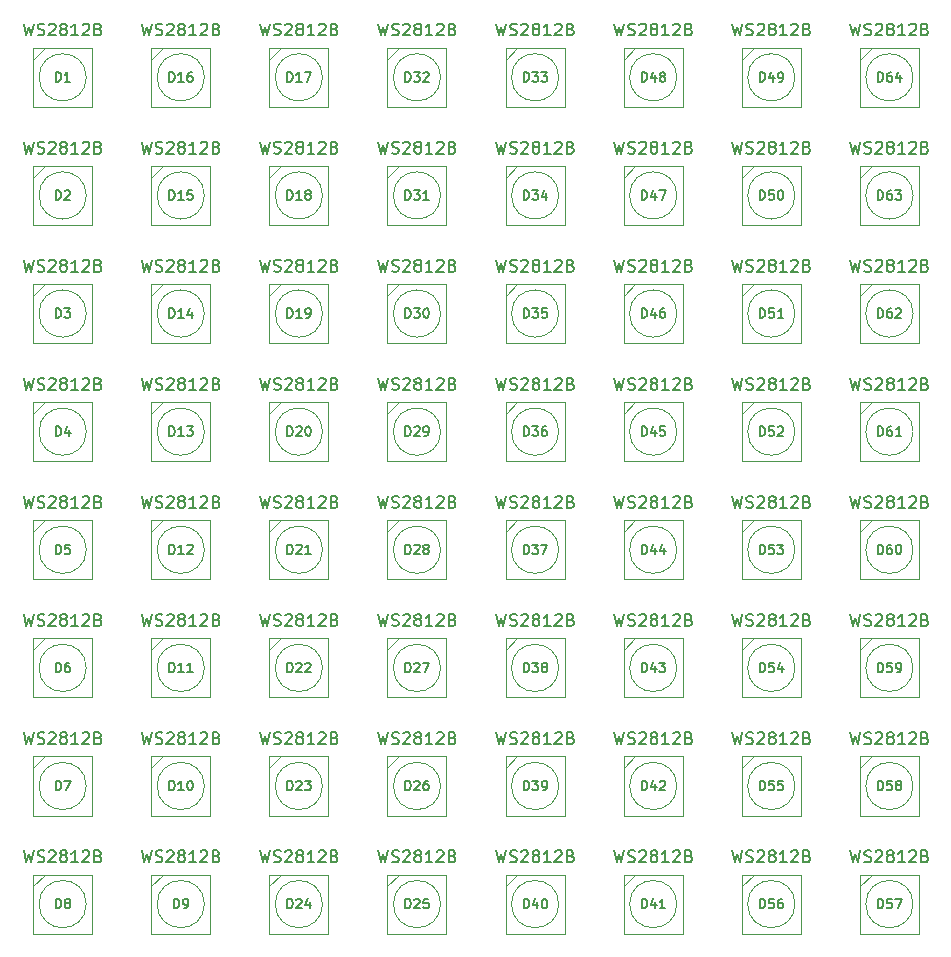
<source format=gbr>
G04 #@! TF.GenerationSoftware,KiCad,Pcbnew,8.0.4*
G04 #@! TF.CreationDate,2024-08-04T14:27:04+02:00*
G04 #@! TF.ProjectId,Neopixel,4e656f70-6978-4656-9c2e-6b696361645f,rev?*
G04 #@! TF.SameCoordinates,Original*
G04 #@! TF.FileFunction,AssemblyDrawing,Top*
%FSLAX46Y46*%
G04 Gerber Fmt 4.6, Leading zero omitted, Abs format (unit mm)*
G04 Created by KiCad (PCBNEW 8.0.4) date 2024-08-04 14:27:04*
%MOMM*%
%LPD*%
G01*
G04 APERTURE LIST*
%ADD10C,0.150000*%
%ADD11C,0.100000*%
G04 APERTURE END LIST*
D10*
X81690476Y-20454819D02*
X81928571Y-21454819D01*
X81928571Y-21454819D02*
X82119047Y-20740533D01*
X82119047Y-20740533D02*
X82309523Y-21454819D01*
X82309523Y-21454819D02*
X82547619Y-20454819D01*
X82880952Y-21407200D02*
X83023809Y-21454819D01*
X83023809Y-21454819D02*
X83261904Y-21454819D01*
X83261904Y-21454819D02*
X83357142Y-21407200D01*
X83357142Y-21407200D02*
X83404761Y-21359580D01*
X83404761Y-21359580D02*
X83452380Y-21264342D01*
X83452380Y-21264342D02*
X83452380Y-21169104D01*
X83452380Y-21169104D02*
X83404761Y-21073866D01*
X83404761Y-21073866D02*
X83357142Y-21026247D01*
X83357142Y-21026247D02*
X83261904Y-20978628D01*
X83261904Y-20978628D02*
X83071428Y-20931009D01*
X83071428Y-20931009D02*
X82976190Y-20883390D01*
X82976190Y-20883390D02*
X82928571Y-20835771D01*
X82928571Y-20835771D02*
X82880952Y-20740533D01*
X82880952Y-20740533D02*
X82880952Y-20645295D01*
X82880952Y-20645295D02*
X82928571Y-20550057D01*
X82928571Y-20550057D02*
X82976190Y-20502438D01*
X82976190Y-20502438D02*
X83071428Y-20454819D01*
X83071428Y-20454819D02*
X83309523Y-20454819D01*
X83309523Y-20454819D02*
X83452380Y-20502438D01*
X83833333Y-20550057D02*
X83880952Y-20502438D01*
X83880952Y-20502438D02*
X83976190Y-20454819D01*
X83976190Y-20454819D02*
X84214285Y-20454819D01*
X84214285Y-20454819D02*
X84309523Y-20502438D01*
X84309523Y-20502438D02*
X84357142Y-20550057D01*
X84357142Y-20550057D02*
X84404761Y-20645295D01*
X84404761Y-20645295D02*
X84404761Y-20740533D01*
X84404761Y-20740533D02*
X84357142Y-20883390D01*
X84357142Y-20883390D02*
X83785714Y-21454819D01*
X83785714Y-21454819D02*
X84404761Y-21454819D01*
X84976190Y-20883390D02*
X84880952Y-20835771D01*
X84880952Y-20835771D02*
X84833333Y-20788152D01*
X84833333Y-20788152D02*
X84785714Y-20692914D01*
X84785714Y-20692914D02*
X84785714Y-20645295D01*
X84785714Y-20645295D02*
X84833333Y-20550057D01*
X84833333Y-20550057D02*
X84880952Y-20502438D01*
X84880952Y-20502438D02*
X84976190Y-20454819D01*
X84976190Y-20454819D02*
X85166666Y-20454819D01*
X85166666Y-20454819D02*
X85261904Y-20502438D01*
X85261904Y-20502438D02*
X85309523Y-20550057D01*
X85309523Y-20550057D02*
X85357142Y-20645295D01*
X85357142Y-20645295D02*
X85357142Y-20692914D01*
X85357142Y-20692914D02*
X85309523Y-20788152D01*
X85309523Y-20788152D02*
X85261904Y-20835771D01*
X85261904Y-20835771D02*
X85166666Y-20883390D01*
X85166666Y-20883390D02*
X84976190Y-20883390D01*
X84976190Y-20883390D02*
X84880952Y-20931009D01*
X84880952Y-20931009D02*
X84833333Y-20978628D01*
X84833333Y-20978628D02*
X84785714Y-21073866D01*
X84785714Y-21073866D02*
X84785714Y-21264342D01*
X84785714Y-21264342D02*
X84833333Y-21359580D01*
X84833333Y-21359580D02*
X84880952Y-21407200D01*
X84880952Y-21407200D02*
X84976190Y-21454819D01*
X84976190Y-21454819D02*
X85166666Y-21454819D01*
X85166666Y-21454819D02*
X85261904Y-21407200D01*
X85261904Y-21407200D02*
X85309523Y-21359580D01*
X85309523Y-21359580D02*
X85357142Y-21264342D01*
X85357142Y-21264342D02*
X85357142Y-21073866D01*
X85357142Y-21073866D02*
X85309523Y-20978628D01*
X85309523Y-20978628D02*
X85261904Y-20931009D01*
X85261904Y-20931009D02*
X85166666Y-20883390D01*
X86309523Y-21454819D02*
X85738095Y-21454819D01*
X86023809Y-21454819D02*
X86023809Y-20454819D01*
X86023809Y-20454819D02*
X85928571Y-20597676D01*
X85928571Y-20597676D02*
X85833333Y-20692914D01*
X85833333Y-20692914D02*
X85738095Y-20740533D01*
X86690476Y-20550057D02*
X86738095Y-20502438D01*
X86738095Y-20502438D02*
X86833333Y-20454819D01*
X86833333Y-20454819D02*
X87071428Y-20454819D01*
X87071428Y-20454819D02*
X87166666Y-20502438D01*
X87166666Y-20502438D02*
X87214285Y-20550057D01*
X87214285Y-20550057D02*
X87261904Y-20645295D01*
X87261904Y-20645295D02*
X87261904Y-20740533D01*
X87261904Y-20740533D02*
X87214285Y-20883390D01*
X87214285Y-20883390D02*
X86642857Y-21454819D01*
X86642857Y-21454819D02*
X87261904Y-21454819D01*
X88023809Y-20931009D02*
X88166666Y-20978628D01*
X88166666Y-20978628D02*
X88214285Y-21026247D01*
X88214285Y-21026247D02*
X88261904Y-21121485D01*
X88261904Y-21121485D02*
X88261904Y-21264342D01*
X88261904Y-21264342D02*
X88214285Y-21359580D01*
X88214285Y-21359580D02*
X88166666Y-21407200D01*
X88166666Y-21407200D02*
X88071428Y-21454819D01*
X88071428Y-21454819D02*
X87690476Y-21454819D01*
X87690476Y-21454819D02*
X87690476Y-20454819D01*
X87690476Y-20454819D02*
X88023809Y-20454819D01*
X88023809Y-20454819D02*
X88119047Y-20502438D01*
X88119047Y-20502438D02*
X88166666Y-20550057D01*
X88166666Y-20550057D02*
X88214285Y-20645295D01*
X88214285Y-20645295D02*
X88214285Y-20740533D01*
X88214285Y-20740533D02*
X88166666Y-20835771D01*
X88166666Y-20835771D02*
X88119047Y-20883390D01*
X88119047Y-20883390D02*
X88023809Y-20931009D01*
X88023809Y-20931009D02*
X87690476Y-20931009D01*
X84028571Y-25362295D02*
X84028571Y-24562295D01*
X84028571Y-24562295D02*
X84219047Y-24562295D01*
X84219047Y-24562295D02*
X84333333Y-24600390D01*
X84333333Y-24600390D02*
X84409523Y-24676580D01*
X84409523Y-24676580D02*
X84447618Y-24752771D01*
X84447618Y-24752771D02*
X84485714Y-24905152D01*
X84485714Y-24905152D02*
X84485714Y-25019438D01*
X84485714Y-25019438D02*
X84447618Y-25171819D01*
X84447618Y-25171819D02*
X84409523Y-25248009D01*
X84409523Y-25248009D02*
X84333333Y-25324200D01*
X84333333Y-25324200D02*
X84219047Y-25362295D01*
X84219047Y-25362295D02*
X84028571Y-25362295D01*
X85171428Y-24828961D02*
X85171428Y-25362295D01*
X84980952Y-24524200D02*
X84790475Y-25095628D01*
X84790475Y-25095628D02*
X85285714Y-25095628D01*
X85628571Y-25362295D02*
X85780952Y-25362295D01*
X85780952Y-25362295D02*
X85857142Y-25324200D01*
X85857142Y-25324200D02*
X85895238Y-25286104D01*
X85895238Y-25286104D02*
X85971428Y-25171819D01*
X85971428Y-25171819D02*
X86009523Y-25019438D01*
X86009523Y-25019438D02*
X86009523Y-24714676D01*
X86009523Y-24714676D02*
X85971428Y-24638485D01*
X85971428Y-24638485D02*
X85933333Y-24600390D01*
X85933333Y-24600390D02*
X85857142Y-24562295D01*
X85857142Y-24562295D02*
X85704761Y-24562295D01*
X85704761Y-24562295D02*
X85628571Y-24600390D01*
X85628571Y-24600390D02*
X85590476Y-24638485D01*
X85590476Y-24638485D02*
X85552380Y-24714676D01*
X85552380Y-24714676D02*
X85552380Y-24905152D01*
X85552380Y-24905152D02*
X85590476Y-24981342D01*
X85590476Y-24981342D02*
X85628571Y-25019438D01*
X85628571Y-25019438D02*
X85704761Y-25057533D01*
X85704761Y-25057533D02*
X85857142Y-25057533D01*
X85857142Y-25057533D02*
X85933333Y-25019438D01*
X85933333Y-25019438D02*
X85971428Y-24981342D01*
X85971428Y-24981342D02*
X86009523Y-24905152D01*
X91690476Y-90454819D02*
X91928571Y-91454819D01*
X91928571Y-91454819D02*
X92119047Y-90740533D01*
X92119047Y-90740533D02*
X92309523Y-91454819D01*
X92309523Y-91454819D02*
X92547619Y-90454819D01*
X92880952Y-91407200D02*
X93023809Y-91454819D01*
X93023809Y-91454819D02*
X93261904Y-91454819D01*
X93261904Y-91454819D02*
X93357142Y-91407200D01*
X93357142Y-91407200D02*
X93404761Y-91359580D01*
X93404761Y-91359580D02*
X93452380Y-91264342D01*
X93452380Y-91264342D02*
X93452380Y-91169104D01*
X93452380Y-91169104D02*
X93404761Y-91073866D01*
X93404761Y-91073866D02*
X93357142Y-91026247D01*
X93357142Y-91026247D02*
X93261904Y-90978628D01*
X93261904Y-90978628D02*
X93071428Y-90931009D01*
X93071428Y-90931009D02*
X92976190Y-90883390D01*
X92976190Y-90883390D02*
X92928571Y-90835771D01*
X92928571Y-90835771D02*
X92880952Y-90740533D01*
X92880952Y-90740533D02*
X92880952Y-90645295D01*
X92880952Y-90645295D02*
X92928571Y-90550057D01*
X92928571Y-90550057D02*
X92976190Y-90502438D01*
X92976190Y-90502438D02*
X93071428Y-90454819D01*
X93071428Y-90454819D02*
X93309523Y-90454819D01*
X93309523Y-90454819D02*
X93452380Y-90502438D01*
X93833333Y-90550057D02*
X93880952Y-90502438D01*
X93880952Y-90502438D02*
X93976190Y-90454819D01*
X93976190Y-90454819D02*
X94214285Y-90454819D01*
X94214285Y-90454819D02*
X94309523Y-90502438D01*
X94309523Y-90502438D02*
X94357142Y-90550057D01*
X94357142Y-90550057D02*
X94404761Y-90645295D01*
X94404761Y-90645295D02*
X94404761Y-90740533D01*
X94404761Y-90740533D02*
X94357142Y-90883390D01*
X94357142Y-90883390D02*
X93785714Y-91454819D01*
X93785714Y-91454819D02*
X94404761Y-91454819D01*
X94976190Y-90883390D02*
X94880952Y-90835771D01*
X94880952Y-90835771D02*
X94833333Y-90788152D01*
X94833333Y-90788152D02*
X94785714Y-90692914D01*
X94785714Y-90692914D02*
X94785714Y-90645295D01*
X94785714Y-90645295D02*
X94833333Y-90550057D01*
X94833333Y-90550057D02*
X94880952Y-90502438D01*
X94880952Y-90502438D02*
X94976190Y-90454819D01*
X94976190Y-90454819D02*
X95166666Y-90454819D01*
X95166666Y-90454819D02*
X95261904Y-90502438D01*
X95261904Y-90502438D02*
X95309523Y-90550057D01*
X95309523Y-90550057D02*
X95357142Y-90645295D01*
X95357142Y-90645295D02*
X95357142Y-90692914D01*
X95357142Y-90692914D02*
X95309523Y-90788152D01*
X95309523Y-90788152D02*
X95261904Y-90835771D01*
X95261904Y-90835771D02*
X95166666Y-90883390D01*
X95166666Y-90883390D02*
X94976190Y-90883390D01*
X94976190Y-90883390D02*
X94880952Y-90931009D01*
X94880952Y-90931009D02*
X94833333Y-90978628D01*
X94833333Y-90978628D02*
X94785714Y-91073866D01*
X94785714Y-91073866D02*
X94785714Y-91264342D01*
X94785714Y-91264342D02*
X94833333Y-91359580D01*
X94833333Y-91359580D02*
X94880952Y-91407200D01*
X94880952Y-91407200D02*
X94976190Y-91454819D01*
X94976190Y-91454819D02*
X95166666Y-91454819D01*
X95166666Y-91454819D02*
X95261904Y-91407200D01*
X95261904Y-91407200D02*
X95309523Y-91359580D01*
X95309523Y-91359580D02*
X95357142Y-91264342D01*
X95357142Y-91264342D02*
X95357142Y-91073866D01*
X95357142Y-91073866D02*
X95309523Y-90978628D01*
X95309523Y-90978628D02*
X95261904Y-90931009D01*
X95261904Y-90931009D02*
X95166666Y-90883390D01*
X96309523Y-91454819D02*
X95738095Y-91454819D01*
X96023809Y-91454819D02*
X96023809Y-90454819D01*
X96023809Y-90454819D02*
X95928571Y-90597676D01*
X95928571Y-90597676D02*
X95833333Y-90692914D01*
X95833333Y-90692914D02*
X95738095Y-90740533D01*
X96690476Y-90550057D02*
X96738095Y-90502438D01*
X96738095Y-90502438D02*
X96833333Y-90454819D01*
X96833333Y-90454819D02*
X97071428Y-90454819D01*
X97071428Y-90454819D02*
X97166666Y-90502438D01*
X97166666Y-90502438D02*
X97214285Y-90550057D01*
X97214285Y-90550057D02*
X97261904Y-90645295D01*
X97261904Y-90645295D02*
X97261904Y-90740533D01*
X97261904Y-90740533D02*
X97214285Y-90883390D01*
X97214285Y-90883390D02*
X96642857Y-91454819D01*
X96642857Y-91454819D02*
X97261904Y-91454819D01*
X98023809Y-90931009D02*
X98166666Y-90978628D01*
X98166666Y-90978628D02*
X98214285Y-91026247D01*
X98214285Y-91026247D02*
X98261904Y-91121485D01*
X98261904Y-91121485D02*
X98261904Y-91264342D01*
X98261904Y-91264342D02*
X98214285Y-91359580D01*
X98214285Y-91359580D02*
X98166666Y-91407200D01*
X98166666Y-91407200D02*
X98071428Y-91454819D01*
X98071428Y-91454819D02*
X97690476Y-91454819D01*
X97690476Y-91454819D02*
X97690476Y-90454819D01*
X97690476Y-90454819D02*
X98023809Y-90454819D01*
X98023809Y-90454819D02*
X98119047Y-90502438D01*
X98119047Y-90502438D02*
X98166666Y-90550057D01*
X98166666Y-90550057D02*
X98214285Y-90645295D01*
X98214285Y-90645295D02*
X98214285Y-90740533D01*
X98214285Y-90740533D02*
X98166666Y-90835771D01*
X98166666Y-90835771D02*
X98119047Y-90883390D01*
X98119047Y-90883390D02*
X98023809Y-90931009D01*
X98023809Y-90931009D02*
X97690476Y-90931009D01*
X94028571Y-95362295D02*
X94028571Y-94562295D01*
X94028571Y-94562295D02*
X94219047Y-94562295D01*
X94219047Y-94562295D02*
X94333333Y-94600390D01*
X94333333Y-94600390D02*
X94409523Y-94676580D01*
X94409523Y-94676580D02*
X94447618Y-94752771D01*
X94447618Y-94752771D02*
X94485714Y-94905152D01*
X94485714Y-94905152D02*
X94485714Y-95019438D01*
X94485714Y-95019438D02*
X94447618Y-95171819D01*
X94447618Y-95171819D02*
X94409523Y-95248009D01*
X94409523Y-95248009D02*
X94333333Y-95324200D01*
X94333333Y-95324200D02*
X94219047Y-95362295D01*
X94219047Y-95362295D02*
X94028571Y-95362295D01*
X95209523Y-94562295D02*
X94828571Y-94562295D01*
X94828571Y-94562295D02*
X94790475Y-94943247D01*
X94790475Y-94943247D02*
X94828571Y-94905152D01*
X94828571Y-94905152D02*
X94904761Y-94867057D01*
X94904761Y-94867057D02*
X95095237Y-94867057D01*
X95095237Y-94867057D02*
X95171428Y-94905152D01*
X95171428Y-94905152D02*
X95209523Y-94943247D01*
X95209523Y-94943247D02*
X95247618Y-95019438D01*
X95247618Y-95019438D02*
X95247618Y-95209914D01*
X95247618Y-95209914D02*
X95209523Y-95286104D01*
X95209523Y-95286104D02*
X95171428Y-95324200D01*
X95171428Y-95324200D02*
X95095237Y-95362295D01*
X95095237Y-95362295D02*
X94904761Y-95362295D01*
X94904761Y-95362295D02*
X94828571Y-95324200D01*
X94828571Y-95324200D02*
X94790475Y-95286104D01*
X95514285Y-94562295D02*
X96047619Y-94562295D01*
X96047619Y-94562295D02*
X95704761Y-95362295D01*
X41690476Y-80454819D02*
X41928571Y-81454819D01*
X41928571Y-81454819D02*
X42119047Y-80740533D01*
X42119047Y-80740533D02*
X42309523Y-81454819D01*
X42309523Y-81454819D02*
X42547619Y-80454819D01*
X42880952Y-81407200D02*
X43023809Y-81454819D01*
X43023809Y-81454819D02*
X43261904Y-81454819D01*
X43261904Y-81454819D02*
X43357142Y-81407200D01*
X43357142Y-81407200D02*
X43404761Y-81359580D01*
X43404761Y-81359580D02*
X43452380Y-81264342D01*
X43452380Y-81264342D02*
X43452380Y-81169104D01*
X43452380Y-81169104D02*
X43404761Y-81073866D01*
X43404761Y-81073866D02*
X43357142Y-81026247D01*
X43357142Y-81026247D02*
X43261904Y-80978628D01*
X43261904Y-80978628D02*
X43071428Y-80931009D01*
X43071428Y-80931009D02*
X42976190Y-80883390D01*
X42976190Y-80883390D02*
X42928571Y-80835771D01*
X42928571Y-80835771D02*
X42880952Y-80740533D01*
X42880952Y-80740533D02*
X42880952Y-80645295D01*
X42880952Y-80645295D02*
X42928571Y-80550057D01*
X42928571Y-80550057D02*
X42976190Y-80502438D01*
X42976190Y-80502438D02*
X43071428Y-80454819D01*
X43071428Y-80454819D02*
X43309523Y-80454819D01*
X43309523Y-80454819D02*
X43452380Y-80502438D01*
X43833333Y-80550057D02*
X43880952Y-80502438D01*
X43880952Y-80502438D02*
X43976190Y-80454819D01*
X43976190Y-80454819D02*
X44214285Y-80454819D01*
X44214285Y-80454819D02*
X44309523Y-80502438D01*
X44309523Y-80502438D02*
X44357142Y-80550057D01*
X44357142Y-80550057D02*
X44404761Y-80645295D01*
X44404761Y-80645295D02*
X44404761Y-80740533D01*
X44404761Y-80740533D02*
X44357142Y-80883390D01*
X44357142Y-80883390D02*
X43785714Y-81454819D01*
X43785714Y-81454819D02*
X44404761Y-81454819D01*
X44976190Y-80883390D02*
X44880952Y-80835771D01*
X44880952Y-80835771D02*
X44833333Y-80788152D01*
X44833333Y-80788152D02*
X44785714Y-80692914D01*
X44785714Y-80692914D02*
X44785714Y-80645295D01*
X44785714Y-80645295D02*
X44833333Y-80550057D01*
X44833333Y-80550057D02*
X44880952Y-80502438D01*
X44880952Y-80502438D02*
X44976190Y-80454819D01*
X44976190Y-80454819D02*
X45166666Y-80454819D01*
X45166666Y-80454819D02*
X45261904Y-80502438D01*
X45261904Y-80502438D02*
X45309523Y-80550057D01*
X45309523Y-80550057D02*
X45357142Y-80645295D01*
X45357142Y-80645295D02*
X45357142Y-80692914D01*
X45357142Y-80692914D02*
X45309523Y-80788152D01*
X45309523Y-80788152D02*
X45261904Y-80835771D01*
X45261904Y-80835771D02*
X45166666Y-80883390D01*
X45166666Y-80883390D02*
X44976190Y-80883390D01*
X44976190Y-80883390D02*
X44880952Y-80931009D01*
X44880952Y-80931009D02*
X44833333Y-80978628D01*
X44833333Y-80978628D02*
X44785714Y-81073866D01*
X44785714Y-81073866D02*
X44785714Y-81264342D01*
X44785714Y-81264342D02*
X44833333Y-81359580D01*
X44833333Y-81359580D02*
X44880952Y-81407200D01*
X44880952Y-81407200D02*
X44976190Y-81454819D01*
X44976190Y-81454819D02*
X45166666Y-81454819D01*
X45166666Y-81454819D02*
X45261904Y-81407200D01*
X45261904Y-81407200D02*
X45309523Y-81359580D01*
X45309523Y-81359580D02*
X45357142Y-81264342D01*
X45357142Y-81264342D02*
X45357142Y-81073866D01*
X45357142Y-81073866D02*
X45309523Y-80978628D01*
X45309523Y-80978628D02*
X45261904Y-80931009D01*
X45261904Y-80931009D02*
X45166666Y-80883390D01*
X46309523Y-81454819D02*
X45738095Y-81454819D01*
X46023809Y-81454819D02*
X46023809Y-80454819D01*
X46023809Y-80454819D02*
X45928571Y-80597676D01*
X45928571Y-80597676D02*
X45833333Y-80692914D01*
X45833333Y-80692914D02*
X45738095Y-80740533D01*
X46690476Y-80550057D02*
X46738095Y-80502438D01*
X46738095Y-80502438D02*
X46833333Y-80454819D01*
X46833333Y-80454819D02*
X47071428Y-80454819D01*
X47071428Y-80454819D02*
X47166666Y-80502438D01*
X47166666Y-80502438D02*
X47214285Y-80550057D01*
X47214285Y-80550057D02*
X47261904Y-80645295D01*
X47261904Y-80645295D02*
X47261904Y-80740533D01*
X47261904Y-80740533D02*
X47214285Y-80883390D01*
X47214285Y-80883390D02*
X46642857Y-81454819D01*
X46642857Y-81454819D02*
X47261904Y-81454819D01*
X48023809Y-80931009D02*
X48166666Y-80978628D01*
X48166666Y-80978628D02*
X48214285Y-81026247D01*
X48214285Y-81026247D02*
X48261904Y-81121485D01*
X48261904Y-81121485D02*
X48261904Y-81264342D01*
X48261904Y-81264342D02*
X48214285Y-81359580D01*
X48214285Y-81359580D02*
X48166666Y-81407200D01*
X48166666Y-81407200D02*
X48071428Y-81454819D01*
X48071428Y-81454819D02*
X47690476Y-81454819D01*
X47690476Y-81454819D02*
X47690476Y-80454819D01*
X47690476Y-80454819D02*
X48023809Y-80454819D01*
X48023809Y-80454819D02*
X48119047Y-80502438D01*
X48119047Y-80502438D02*
X48166666Y-80550057D01*
X48166666Y-80550057D02*
X48214285Y-80645295D01*
X48214285Y-80645295D02*
X48214285Y-80740533D01*
X48214285Y-80740533D02*
X48166666Y-80835771D01*
X48166666Y-80835771D02*
X48119047Y-80883390D01*
X48119047Y-80883390D02*
X48023809Y-80931009D01*
X48023809Y-80931009D02*
X47690476Y-80931009D01*
X44028571Y-85362295D02*
X44028571Y-84562295D01*
X44028571Y-84562295D02*
X44219047Y-84562295D01*
X44219047Y-84562295D02*
X44333333Y-84600390D01*
X44333333Y-84600390D02*
X44409523Y-84676580D01*
X44409523Y-84676580D02*
X44447618Y-84752771D01*
X44447618Y-84752771D02*
X44485714Y-84905152D01*
X44485714Y-84905152D02*
X44485714Y-85019438D01*
X44485714Y-85019438D02*
X44447618Y-85171819D01*
X44447618Y-85171819D02*
X44409523Y-85248009D01*
X44409523Y-85248009D02*
X44333333Y-85324200D01*
X44333333Y-85324200D02*
X44219047Y-85362295D01*
X44219047Y-85362295D02*
X44028571Y-85362295D01*
X44790475Y-84638485D02*
X44828571Y-84600390D01*
X44828571Y-84600390D02*
X44904761Y-84562295D01*
X44904761Y-84562295D02*
X45095237Y-84562295D01*
X45095237Y-84562295D02*
X45171428Y-84600390D01*
X45171428Y-84600390D02*
X45209523Y-84638485D01*
X45209523Y-84638485D02*
X45247618Y-84714676D01*
X45247618Y-84714676D02*
X45247618Y-84790866D01*
X45247618Y-84790866D02*
X45209523Y-84905152D01*
X45209523Y-84905152D02*
X44752380Y-85362295D01*
X44752380Y-85362295D02*
X45247618Y-85362295D01*
X45514285Y-84562295D02*
X46009523Y-84562295D01*
X46009523Y-84562295D02*
X45742857Y-84867057D01*
X45742857Y-84867057D02*
X45857142Y-84867057D01*
X45857142Y-84867057D02*
X45933333Y-84905152D01*
X45933333Y-84905152D02*
X45971428Y-84943247D01*
X45971428Y-84943247D02*
X46009523Y-85019438D01*
X46009523Y-85019438D02*
X46009523Y-85209914D01*
X46009523Y-85209914D02*
X45971428Y-85286104D01*
X45971428Y-85286104D02*
X45933333Y-85324200D01*
X45933333Y-85324200D02*
X45857142Y-85362295D01*
X45857142Y-85362295D02*
X45628571Y-85362295D01*
X45628571Y-85362295D02*
X45552380Y-85324200D01*
X45552380Y-85324200D02*
X45514285Y-85286104D01*
X61690476Y-70454819D02*
X61928571Y-71454819D01*
X61928571Y-71454819D02*
X62119047Y-70740533D01*
X62119047Y-70740533D02*
X62309523Y-71454819D01*
X62309523Y-71454819D02*
X62547619Y-70454819D01*
X62880952Y-71407200D02*
X63023809Y-71454819D01*
X63023809Y-71454819D02*
X63261904Y-71454819D01*
X63261904Y-71454819D02*
X63357142Y-71407200D01*
X63357142Y-71407200D02*
X63404761Y-71359580D01*
X63404761Y-71359580D02*
X63452380Y-71264342D01*
X63452380Y-71264342D02*
X63452380Y-71169104D01*
X63452380Y-71169104D02*
X63404761Y-71073866D01*
X63404761Y-71073866D02*
X63357142Y-71026247D01*
X63357142Y-71026247D02*
X63261904Y-70978628D01*
X63261904Y-70978628D02*
X63071428Y-70931009D01*
X63071428Y-70931009D02*
X62976190Y-70883390D01*
X62976190Y-70883390D02*
X62928571Y-70835771D01*
X62928571Y-70835771D02*
X62880952Y-70740533D01*
X62880952Y-70740533D02*
X62880952Y-70645295D01*
X62880952Y-70645295D02*
X62928571Y-70550057D01*
X62928571Y-70550057D02*
X62976190Y-70502438D01*
X62976190Y-70502438D02*
X63071428Y-70454819D01*
X63071428Y-70454819D02*
X63309523Y-70454819D01*
X63309523Y-70454819D02*
X63452380Y-70502438D01*
X63833333Y-70550057D02*
X63880952Y-70502438D01*
X63880952Y-70502438D02*
X63976190Y-70454819D01*
X63976190Y-70454819D02*
X64214285Y-70454819D01*
X64214285Y-70454819D02*
X64309523Y-70502438D01*
X64309523Y-70502438D02*
X64357142Y-70550057D01*
X64357142Y-70550057D02*
X64404761Y-70645295D01*
X64404761Y-70645295D02*
X64404761Y-70740533D01*
X64404761Y-70740533D02*
X64357142Y-70883390D01*
X64357142Y-70883390D02*
X63785714Y-71454819D01*
X63785714Y-71454819D02*
X64404761Y-71454819D01*
X64976190Y-70883390D02*
X64880952Y-70835771D01*
X64880952Y-70835771D02*
X64833333Y-70788152D01*
X64833333Y-70788152D02*
X64785714Y-70692914D01*
X64785714Y-70692914D02*
X64785714Y-70645295D01*
X64785714Y-70645295D02*
X64833333Y-70550057D01*
X64833333Y-70550057D02*
X64880952Y-70502438D01*
X64880952Y-70502438D02*
X64976190Y-70454819D01*
X64976190Y-70454819D02*
X65166666Y-70454819D01*
X65166666Y-70454819D02*
X65261904Y-70502438D01*
X65261904Y-70502438D02*
X65309523Y-70550057D01*
X65309523Y-70550057D02*
X65357142Y-70645295D01*
X65357142Y-70645295D02*
X65357142Y-70692914D01*
X65357142Y-70692914D02*
X65309523Y-70788152D01*
X65309523Y-70788152D02*
X65261904Y-70835771D01*
X65261904Y-70835771D02*
X65166666Y-70883390D01*
X65166666Y-70883390D02*
X64976190Y-70883390D01*
X64976190Y-70883390D02*
X64880952Y-70931009D01*
X64880952Y-70931009D02*
X64833333Y-70978628D01*
X64833333Y-70978628D02*
X64785714Y-71073866D01*
X64785714Y-71073866D02*
X64785714Y-71264342D01*
X64785714Y-71264342D02*
X64833333Y-71359580D01*
X64833333Y-71359580D02*
X64880952Y-71407200D01*
X64880952Y-71407200D02*
X64976190Y-71454819D01*
X64976190Y-71454819D02*
X65166666Y-71454819D01*
X65166666Y-71454819D02*
X65261904Y-71407200D01*
X65261904Y-71407200D02*
X65309523Y-71359580D01*
X65309523Y-71359580D02*
X65357142Y-71264342D01*
X65357142Y-71264342D02*
X65357142Y-71073866D01*
X65357142Y-71073866D02*
X65309523Y-70978628D01*
X65309523Y-70978628D02*
X65261904Y-70931009D01*
X65261904Y-70931009D02*
X65166666Y-70883390D01*
X66309523Y-71454819D02*
X65738095Y-71454819D01*
X66023809Y-71454819D02*
X66023809Y-70454819D01*
X66023809Y-70454819D02*
X65928571Y-70597676D01*
X65928571Y-70597676D02*
X65833333Y-70692914D01*
X65833333Y-70692914D02*
X65738095Y-70740533D01*
X66690476Y-70550057D02*
X66738095Y-70502438D01*
X66738095Y-70502438D02*
X66833333Y-70454819D01*
X66833333Y-70454819D02*
X67071428Y-70454819D01*
X67071428Y-70454819D02*
X67166666Y-70502438D01*
X67166666Y-70502438D02*
X67214285Y-70550057D01*
X67214285Y-70550057D02*
X67261904Y-70645295D01*
X67261904Y-70645295D02*
X67261904Y-70740533D01*
X67261904Y-70740533D02*
X67214285Y-70883390D01*
X67214285Y-70883390D02*
X66642857Y-71454819D01*
X66642857Y-71454819D02*
X67261904Y-71454819D01*
X68023809Y-70931009D02*
X68166666Y-70978628D01*
X68166666Y-70978628D02*
X68214285Y-71026247D01*
X68214285Y-71026247D02*
X68261904Y-71121485D01*
X68261904Y-71121485D02*
X68261904Y-71264342D01*
X68261904Y-71264342D02*
X68214285Y-71359580D01*
X68214285Y-71359580D02*
X68166666Y-71407200D01*
X68166666Y-71407200D02*
X68071428Y-71454819D01*
X68071428Y-71454819D02*
X67690476Y-71454819D01*
X67690476Y-71454819D02*
X67690476Y-70454819D01*
X67690476Y-70454819D02*
X68023809Y-70454819D01*
X68023809Y-70454819D02*
X68119047Y-70502438D01*
X68119047Y-70502438D02*
X68166666Y-70550057D01*
X68166666Y-70550057D02*
X68214285Y-70645295D01*
X68214285Y-70645295D02*
X68214285Y-70740533D01*
X68214285Y-70740533D02*
X68166666Y-70835771D01*
X68166666Y-70835771D02*
X68119047Y-70883390D01*
X68119047Y-70883390D02*
X68023809Y-70931009D01*
X68023809Y-70931009D02*
X67690476Y-70931009D01*
X64028571Y-75362295D02*
X64028571Y-74562295D01*
X64028571Y-74562295D02*
X64219047Y-74562295D01*
X64219047Y-74562295D02*
X64333333Y-74600390D01*
X64333333Y-74600390D02*
X64409523Y-74676580D01*
X64409523Y-74676580D02*
X64447618Y-74752771D01*
X64447618Y-74752771D02*
X64485714Y-74905152D01*
X64485714Y-74905152D02*
X64485714Y-75019438D01*
X64485714Y-75019438D02*
X64447618Y-75171819D01*
X64447618Y-75171819D02*
X64409523Y-75248009D01*
X64409523Y-75248009D02*
X64333333Y-75324200D01*
X64333333Y-75324200D02*
X64219047Y-75362295D01*
X64219047Y-75362295D02*
X64028571Y-75362295D01*
X64752380Y-74562295D02*
X65247618Y-74562295D01*
X65247618Y-74562295D02*
X64980952Y-74867057D01*
X64980952Y-74867057D02*
X65095237Y-74867057D01*
X65095237Y-74867057D02*
X65171428Y-74905152D01*
X65171428Y-74905152D02*
X65209523Y-74943247D01*
X65209523Y-74943247D02*
X65247618Y-75019438D01*
X65247618Y-75019438D02*
X65247618Y-75209914D01*
X65247618Y-75209914D02*
X65209523Y-75286104D01*
X65209523Y-75286104D02*
X65171428Y-75324200D01*
X65171428Y-75324200D02*
X65095237Y-75362295D01*
X65095237Y-75362295D02*
X64866666Y-75362295D01*
X64866666Y-75362295D02*
X64790475Y-75324200D01*
X64790475Y-75324200D02*
X64752380Y-75286104D01*
X65704761Y-74905152D02*
X65628571Y-74867057D01*
X65628571Y-74867057D02*
X65590476Y-74828961D01*
X65590476Y-74828961D02*
X65552380Y-74752771D01*
X65552380Y-74752771D02*
X65552380Y-74714676D01*
X65552380Y-74714676D02*
X65590476Y-74638485D01*
X65590476Y-74638485D02*
X65628571Y-74600390D01*
X65628571Y-74600390D02*
X65704761Y-74562295D01*
X65704761Y-74562295D02*
X65857142Y-74562295D01*
X65857142Y-74562295D02*
X65933333Y-74600390D01*
X65933333Y-74600390D02*
X65971428Y-74638485D01*
X65971428Y-74638485D02*
X66009523Y-74714676D01*
X66009523Y-74714676D02*
X66009523Y-74752771D01*
X66009523Y-74752771D02*
X65971428Y-74828961D01*
X65971428Y-74828961D02*
X65933333Y-74867057D01*
X65933333Y-74867057D02*
X65857142Y-74905152D01*
X65857142Y-74905152D02*
X65704761Y-74905152D01*
X65704761Y-74905152D02*
X65628571Y-74943247D01*
X65628571Y-74943247D02*
X65590476Y-74981342D01*
X65590476Y-74981342D02*
X65552380Y-75057533D01*
X65552380Y-75057533D02*
X65552380Y-75209914D01*
X65552380Y-75209914D02*
X65590476Y-75286104D01*
X65590476Y-75286104D02*
X65628571Y-75324200D01*
X65628571Y-75324200D02*
X65704761Y-75362295D01*
X65704761Y-75362295D02*
X65857142Y-75362295D01*
X65857142Y-75362295D02*
X65933333Y-75324200D01*
X65933333Y-75324200D02*
X65971428Y-75286104D01*
X65971428Y-75286104D02*
X66009523Y-75209914D01*
X66009523Y-75209914D02*
X66009523Y-75057533D01*
X66009523Y-75057533D02*
X65971428Y-74981342D01*
X65971428Y-74981342D02*
X65933333Y-74943247D01*
X65933333Y-74943247D02*
X65857142Y-74905152D01*
X61690476Y-20454819D02*
X61928571Y-21454819D01*
X61928571Y-21454819D02*
X62119047Y-20740533D01*
X62119047Y-20740533D02*
X62309523Y-21454819D01*
X62309523Y-21454819D02*
X62547619Y-20454819D01*
X62880952Y-21407200D02*
X63023809Y-21454819D01*
X63023809Y-21454819D02*
X63261904Y-21454819D01*
X63261904Y-21454819D02*
X63357142Y-21407200D01*
X63357142Y-21407200D02*
X63404761Y-21359580D01*
X63404761Y-21359580D02*
X63452380Y-21264342D01*
X63452380Y-21264342D02*
X63452380Y-21169104D01*
X63452380Y-21169104D02*
X63404761Y-21073866D01*
X63404761Y-21073866D02*
X63357142Y-21026247D01*
X63357142Y-21026247D02*
X63261904Y-20978628D01*
X63261904Y-20978628D02*
X63071428Y-20931009D01*
X63071428Y-20931009D02*
X62976190Y-20883390D01*
X62976190Y-20883390D02*
X62928571Y-20835771D01*
X62928571Y-20835771D02*
X62880952Y-20740533D01*
X62880952Y-20740533D02*
X62880952Y-20645295D01*
X62880952Y-20645295D02*
X62928571Y-20550057D01*
X62928571Y-20550057D02*
X62976190Y-20502438D01*
X62976190Y-20502438D02*
X63071428Y-20454819D01*
X63071428Y-20454819D02*
X63309523Y-20454819D01*
X63309523Y-20454819D02*
X63452380Y-20502438D01*
X63833333Y-20550057D02*
X63880952Y-20502438D01*
X63880952Y-20502438D02*
X63976190Y-20454819D01*
X63976190Y-20454819D02*
X64214285Y-20454819D01*
X64214285Y-20454819D02*
X64309523Y-20502438D01*
X64309523Y-20502438D02*
X64357142Y-20550057D01*
X64357142Y-20550057D02*
X64404761Y-20645295D01*
X64404761Y-20645295D02*
X64404761Y-20740533D01*
X64404761Y-20740533D02*
X64357142Y-20883390D01*
X64357142Y-20883390D02*
X63785714Y-21454819D01*
X63785714Y-21454819D02*
X64404761Y-21454819D01*
X64976190Y-20883390D02*
X64880952Y-20835771D01*
X64880952Y-20835771D02*
X64833333Y-20788152D01*
X64833333Y-20788152D02*
X64785714Y-20692914D01*
X64785714Y-20692914D02*
X64785714Y-20645295D01*
X64785714Y-20645295D02*
X64833333Y-20550057D01*
X64833333Y-20550057D02*
X64880952Y-20502438D01*
X64880952Y-20502438D02*
X64976190Y-20454819D01*
X64976190Y-20454819D02*
X65166666Y-20454819D01*
X65166666Y-20454819D02*
X65261904Y-20502438D01*
X65261904Y-20502438D02*
X65309523Y-20550057D01*
X65309523Y-20550057D02*
X65357142Y-20645295D01*
X65357142Y-20645295D02*
X65357142Y-20692914D01*
X65357142Y-20692914D02*
X65309523Y-20788152D01*
X65309523Y-20788152D02*
X65261904Y-20835771D01*
X65261904Y-20835771D02*
X65166666Y-20883390D01*
X65166666Y-20883390D02*
X64976190Y-20883390D01*
X64976190Y-20883390D02*
X64880952Y-20931009D01*
X64880952Y-20931009D02*
X64833333Y-20978628D01*
X64833333Y-20978628D02*
X64785714Y-21073866D01*
X64785714Y-21073866D02*
X64785714Y-21264342D01*
X64785714Y-21264342D02*
X64833333Y-21359580D01*
X64833333Y-21359580D02*
X64880952Y-21407200D01*
X64880952Y-21407200D02*
X64976190Y-21454819D01*
X64976190Y-21454819D02*
X65166666Y-21454819D01*
X65166666Y-21454819D02*
X65261904Y-21407200D01*
X65261904Y-21407200D02*
X65309523Y-21359580D01*
X65309523Y-21359580D02*
X65357142Y-21264342D01*
X65357142Y-21264342D02*
X65357142Y-21073866D01*
X65357142Y-21073866D02*
X65309523Y-20978628D01*
X65309523Y-20978628D02*
X65261904Y-20931009D01*
X65261904Y-20931009D02*
X65166666Y-20883390D01*
X66309523Y-21454819D02*
X65738095Y-21454819D01*
X66023809Y-21454819D02*
X66023809Y-20454819D01*
X66023809Y-20454819D02*
X65928571Y-20597676D01*
X65928571Y-20597676D02*
X65833333Y-20692914D01*
X65833333Y-20692914D02*
X65738095Y-20740533D01*
X66690476Y-20550057D02*
X66738095Y-20502438D01*
X66738095Y-20502438D02*
X66833333Y-20454819D01*
X66833333Y-20454819D02*
X67071428Y-20454819D01*
X67071428Y-20454819D02*
X67166666Y-20502438D01*
X67166666Y-20502438D02*
X67214285Y-20550057D01*
X67214285Y-20550057D02*
X67261904Y-20645295D01*
X67261904Y-20645295D02*
X67261904Y-20740533D01*
X67261904Y-20740533D02*
X67214285Y-20883390D01*
X67214285Y-20883390D02*
X66642857Y-21454819D01*
X66642857Y-21454819D02*
X67261904Y-21454819D01*
X68023809Y-20931009D02*
X68166666Y-20978628D01*
X68166666Y-20978628D02*
X68214285Y-21026247D01*
X68214285Y-21026247D02*
X68261904Y-21121485D01*
X68261904Y-21121485D02*
X68261904Y-21264342D01*
X68261904Y-21264342D02*
X68214285Y-21359580D01*
X68214285Y-21359580D02*
X68166666Y-21407200D01*
X68166666Y-21407200D02*
X68071428Y-21454819D01*
X68071428Y-21454819D02*
X67690476Y-21454819D01*
X67690476Y-21454819D02*
X67690476Y-20454819D01*
X67690476Y-20454819D02*
X68023809Y-20454819D01*
X68023809Y-20454819D02*
X68119047Y-20502438D01*
X68119047Y-20502438D02*
X68166666Y-20550057D01*
X68166666Y-20550057D02*
X68214285Y-20645295D01*
X68214285Y-20645295D02*
X68214285Y-20740533D01*
X68214285Y-20740533D02*
X68166666Y-20835771D01*
X68166666Y-20835771D02*
X68119047Y-20883390D01*
X68119047Y-20883390D02*
X68023809Y-20931009D01*
X68023809Y-20931009D02*
X67690476Y-20931009D01*
X64028571Y-25362295D02*
X64028571Y-24562295D01*
X64028571Y-24562295D02*
X64219047Y-24562295D01*
X64219047Y-24562295D02*
X64333333Y-24600390D01*
X64333333Y-24600390D02*
X64409523Y-24676580D01*
X64409523Y-24676580D02*
X64447618Y-24752771D01*
X64447618Y-24752771D02*
X64485714Y-24905152D01*
X64485714Y-24905152D02*
X64485714Y-25019438D01*
X64485714Y-25019438D02*
X64447618Y-25171819D01*
X64447618Y-25171819D02*
X64409523Y-25248009D01*
X64409523Y-25248009D02*
X64333333Y-25324200D01*
X64333333Y-25324200D02*
X64219047Y-25362295D01*
X64219047Y-25362295D02*
X64028571Y-25362295D01*
X64752380Y-24562295D02*
X65247618Y-24562295D01*
X65247618Y-24562295D02*
X64980952Y-24867057D01*
X64980952Y-24867057D02*
X65095237Y-24867057D01*
X65095237Y-24867057D02*
X65171428Y-24905152D01*
X65171428Y-24905152D02*
X65209523Y-24943247D01*
X65209523Y-24943247D02*
X65247618Y-25019438D01*
X65247618Y-25019438D02*
X65247618Y-25209914D01*
X65247618Y-25209914D02*
X65209523Y-25286104D01*
X65209523Y-25286104D02*
X65171428Y-25324200D01*
X65171428Y-25324200D02*
X65095237Y-25362295D01*
X65095237Y-25362295D02*
X64866666Y-25362295D01*
X64866666Y-25362295D02*
X64790475Y-25324200D01*
X64790475Y-25324200D02*
X64752380Y-25286104D01*
X65514285Y-24562295D02*
X66009523Y-24562295D01*
X66009523Y-24562295D02*
X65742857Y-24867057D01*
X65742857Y-24867057D02*
X65857142Y-24867057D01*
X65857142Y-24867057D02*
X65933333Y-24905152D01*
X65933333Y-24905152D02*
X65971428Y-24943247D01*
X65971428Y-24943247D02*
X66009523Y-25019438D01*
X66009523Y-25019438D02*
X66009523Y-25209914D01*
X66009523Y-25209914D02*
X65971428Y-25286104D01*
X65971428Y-25286104D02*
X65933333Y-25324200D01*
X65933333Y-25324200D02*
X65857142Y-25362295D01*
X65857142Y-25362295D02*
X65628571Y-25362295D01*
X65628571Y-25362295D02*
X65552380Y-25324200D01*
X65552380Y-25324200D02*
X65514285Y-25286104D01*
X41690476Y-40454819D02*
X41928571Y-41454819D01*
X41928571Y-41454819D02*
X42119047Y-40740533D01*
X42119047Y-40740533D02*
X42309523Y-41454819D01*
X42309523Y-41454819D02*
X42547619Y-40454819D01*
X42880952Y-41407200D02*
X43023809Y-41454819D01*
X43023809Y-41454819D02*
X43261904Y-41454819D01*
X43261904Y-41454819D02*
X43357142Y-41407200D01*
X43357142Y-41407200D02*
X43404761Y-41359580D01*
X43404761Y-41359580D02*
X43452380Y-41264342D01*
X43452380Y-41264342D02*
X43452380Y-41169104D01*
X43452380Y-41169104D02*
X43404761Y-41073866D01*
X43404761Y-41073866D02*
X43357142Y-41026247D01*
X43357142Y-41026247D02*
X43261904Y-40978628D01*
X43261904Y-40978628D02*
X43071428Y-40931009D01*
X43071428Y-40931009D02*
X42976190Y-40883390D01*
X42976190Y-40883390D02*
X42928571Y-40835771D01*
X42928571Y-40835771D02*
X42880952Y-40740533D01*
X42880952Y-40740533D02*
X42880952Y-40645295D01*
X42880952Y-40645295D02*
X42928571Y-40550057D01*
X42928571Y-40550057D02*
X42976190Y-40502438D01*
X42976190Y-40502438D02*
X43071428Y-40454819D01*
X43071428Y-40454819D02*
X43309523Y-40454819D01*
X43309523Y-40454819D02*
X43452380Y-40502438D01*
X43833333Y-40550057D02*
X43880952Y-40502438D01*
X43880952Y-40502438D02*
X43976190Y-40454819D01*
X43976190Y-40454819D02*
X44214285Y-40454819D01*
X44214285Y-40454819D02*
X44309523Y-40502438D01*
X44309523Y-40502438D02*
X44357142Y-40550057D01*
X44357142Y-40550057D02*
X44404761Y-40645295D01*
X44404761Y-40645295D02*
X44404761Y-40740533D01*
X44404761Y-40740533D02*
X44357142Y-40883390D01*
X44357142Y-40883390D02*
X43785714Y-41454819D01*
X43785714Y-41454819D02*
X44404761Y-41454819D01*
X44976190Y-40883390D02*
X44880952Y-40835771D01*
X44880952Y-40835771D02*
X44833333Y-40788152D01*
X44833333Y-40788152D02*
X44785714Y-40692914D01*
X44785714Y-40692914D02*
X44785714Y-40645295D01*
X44785714Y-40645295D02*
X44833333Y-40550057D01*
X44833333Y-40550057D02*
X44880952Y-40502438D01*
X44880952Y-40502438D02*
X44976190Y-40454819D01*
X44976190Y-40454819D02*
X45166666Y-40454819D01*
X45166666Y-40454819D02*
X45261904Y-40502438D01*
X45261904Y-40502438D02*
X45309523Y-40550057D01*
X45309523Y-40550057D02*
X45357142Y-40645295D01*
X45357142Y-40645295D02*
X45357142Y-40692914D01*
X45357142Y-40692914D02*
X45309523Y-40788152D01*
X45309523Y-40788152D02*
X45261904Y-40835771D01*
X45261904Y-40835771D02*
X45166666Y-40883390D01*
X45166666Y-40883390D02*
X44976190Y-40883390D01*
X44976190Y-40883390D02*
X44880952Y-40931009D01*
X44880952Y-40931009D02*
X44833333Y-40978628D01*
X44833333Y-40978628D02*
X44785714Y-41073866D01*
X44785714Y-41073866D02*
X44785714Y-41264342D01*
X44785714Y-41264342D02*
X44833333Y-41359580D01*
X44833333Y-41359580D02*
X44880952Y-41407200D01*
X44880952Y-41407200D02*
X44976190Y-41454819D01*
X44976190Y-41454819D02*
X45166666Y-41454819D01*
X45166666Y-41454819D02*
X45261904Y-41407200D01*
X45261904Y-41407200D02*
X45309523Y-41359580D01*
X45309523Y-41359580D02*
X45357142Y-41264342D01*
X45357142Y-41264342D02*
X45357142Y-41073866D01*
X45357142Y-41073866D02*
X45309523Y-40978628D01*
X45309523Y-40978628D02*
X45261904Y-40931009D01*
X45261904Y-40931009D02*
X45166666Y-40883390D01*
X46309523Y-41454819D02*
X45738095Y-41454819D01*
X46023809Y-41454819D02*
X46023809Y-40454819D01*
X46023809Y-40454819D02*
X45928571Y-40597676D01*
X45928571Y-40597676D02*
X45833333Y-40692914D01*
X45833333Y-40692914D02*
X45738095Y-40740533D01*
X46690476Y-40550057D02*
X46738095Y-40502438D01*
X46738095Y-40502438D02*
X46833333Y-40454819D01*
X46833333Y-40454819D02*
X47071428Y-40454819D01*
X47071428Y-40454819D02*
X47166666Y-40502438D01*
X47166666Y-40502438D02*
X47214285Y-40550057D01*
X47214285Y-40550057D02*
X47261904Y-40645295D01*
X47261904Y-40645295D02*
X47261904Y-40740533D01*
X47261904Y-40740533D02*
X47214285Y-40883390D01*
X47214285Y-40883390D02*
X46642857Y-41454819D01*
X46642857Y-41454819D02*
X47261904Y-41454819D01*
X48023809Y-40931009D02*
X48166666Y-40978628D01*
X48166666Y-40978628D02*
X48214285Y-41026247D01*
X48214285Y-41026247D02*
X48261904Y-41121485D01*
X48261904Y-41121485D02*
X48261904Y-41264342D01*
X48261904Y-41264342D02*
X48214285Y-41359580D01*
X48214285Y-41359580D02*
X48166666Y-41407200D01*
X48166666Y-41407200D02*
X48071428Y-41454819D01*
X48071428Y-41454819D02*
X47690476Y-41454819D01*
X47690476Y-41454819D02*
X47690476Y-40454819D01*
X47690476Y-40454819D02*
X48023809Y-40454819D01*
X48023809Y-40454819D02*
X48119047Y-40502438D01*
X48119047Y-40502438D02*
X48166666Y-40550057D01*
X48166666Y-40550057D02*
X48214285Y-40645295D01*
X48214285Y-40645295D02*
X48214285Y-40740533D01*
X48214285Y-40740533D02*
X48166666Y-40835771D01*
X48166666Y-40835771D02*
X48119047Y-40883390D01*
X48119047Y-40883390D02*
X48023809Y-40931009D01*
X48023809Y-40931009D02*
X47690476Y-40931009D01*
X44028571Y-45362295D02*
X44028571Y-44562295D01*
X44028571Y-44562295D02*
X44219047Y-44562295D01*
X44219047Y-44562295D02*
X44333333Y-44600390D01*
X44333333Y-44600390D02*
X44409523Y-44676580D01*
X44409523Y-44676580D02*
X44447618Y-44752771D01*
X44447618Y-44752771D02*
X44485714Y-44905152D01*
X44485714Y-44905152D02*
X44485714Y-45019438D01*
X44485714Y-45019438D02*
X44447618Y-45171819D01*
X44447618Y-45171819D02*
X44409523Y-45248009D01*
X44409523Y-45248009D02*
X44333333Y-45324200D01*
X44333333Y-45324200D02*
X44219047Y-45362295D01*
X44219047Y-45362295D02*
X44028571Y-45362295D01*
X45247618Y-45362295D02*
X44790475Y-45362295D01*
X45019047Y-45362295D02*
X45019047Y-44562295D01*
X45019047Y-44562295D02*
X44942856Y-44676580D01*
X44942856Y-44676580D02*
X44866666Y-44752771D01*
X44866666Y-44752771D02*
X44790475Y-44790866D01*
X45628571Y-45362295D02*
X45780952Y-45362295D01*
X45780952Y-45362295D02*
X45857142Y-45324200D01*
X45857142Y-45324200D02*
X45895238Y-45286104D01*
X45895238Y-45286104D02*
X45971428Y-45171819D01*
X45971428Y-45171819D02*
X46009523Y-45019438D01*
X46009523Y-45019438D02*
X46009523Y-44714676D01*
X46009523Y-44714676D02*
X45971428Y-44638485D01*
X45971428Y-44638485D02*
X45933333Y-44600390D01*
X45933333Y-44600390D02*
X45857142Y-44562295D01*
X45857142Y-44562295D02*
X45704761Y-44562295D01*
X45704761Y-44562295D02*
X45628571Y-44600390D01*
X45628571Y-44600390D02*
X45590476Y-44638485D01*
X45590476Y-44638485D02*
X45552380Y-44714676D01*
X45552380Y-44714676D02*
X45552380Y-44905152D01*
X45552380Y-44905152D02*
X45590476Y-44981342D01*
X45590476Y-44981342D02*
X45628571Y-45019438D01*
X45628571Y-45019438D02*
X45704761Y-45057533D01*
X45704761Y-45057533D02*
X45857142Y-45057533D01*
X45857142Y-45057533D02*
X45933333Y-45019438D01*
X45933333Y-45019438D02*
X45971428Y-44981342D01*
X45971428Y-44981342D02*
X46009523Y-44905152D01*
X31690476Y-30454819D02*
X31928571Y-31454819D01*
X31928571Y-31454819D02*
X32119047Y-30740533D01*
X32119047Y-30740533D02*
X32309523Y-31454819D01*
X32309523Y-31454819D02*
X32547619Y-30454819D01*
X32880952Y-31407200D02*
X33023809Y-31454819D01*
X33023809Y-31454819D02*
X33261904Y-31454819D01*
X33261904Y-31454819D02*
X33357142Y-31407200D01*
X33357142Y-31407200D02*
X33404761Y-31359580D01*
X33404761Y-31359580D02*
X33452380Y-31264342D01*
X33452380Y-31264342D02*
X33452380Y-31169104D01*
X33452380Y-31169104D02*
X33404761Y-31073866D01*
X33404761Y-31073866D02*
X33357142Y-31026247D01*
X33357142Y-31026247D02*
X33261904Y-30978628D01*
X33261904Y-30978628D02*
X33071428Y-30931009D01*
X33071428Y-30931009D02*
X32976190Y-30883390D01*
X32976190Y-30883390D02*
X32928571Y-30835771D01*
X32928571Y-30835771D02*
X32880952Y-30740533D01*
X32880952Y-30740533D02*
X32880952Y-30645295D01*
X32880952Y-30645295D02*
X32928571Y-30550057D01*
X32928571Y-30550057D02*
X32976190Y-30502438D01*
X32976190Y-30502438D02*
X33071428Y-30454819D01*
X33071428Y-30454819D02*
X33309523Y-30454819D01*
X33309523Y-30454819D02*
X33452380Y-30502438D01*
X33833333Y-30550057D02*
X33880952Y-30502438D01*
X33880952Y-30502438D02*
X33976190Y-30454819D01*
X33976190Y-30454819D02*
X34214285Y-30454819D01*
X34214285Y-30454819D02*
X34309523Y-30502438D01*
X34309523Y-30502438D02*
X34357142Y-30550057D01*
X34357142Y-30550057D02*
X34404761Y-30645295D01*
X34404761Y-30645295D02*
X34404761Y-30740533D01*
X34404761Y-30740533D02*
X34357142Y-30883390D01*
X34357142Y-30883390D02*
X33785714Y-31454819D01*
X33785714Y-31454819D02*
X34404761Y-31454819D01*
X34976190Y-30883390D02*
X34880952Y-30835771D01*
X34880952Y-30835771D02*
X34833333Y-30788152D01*
X34833333Y-30788152D02*
X34785714Y-30692914D01*
X34785714Y-30692914D02*
X34785714Y-30645295D01*
X34785714Y-30645295D02*
X34833333Y-30550057D01*
X34833333Y-30550057D02*
X34880952Y-30502438D01*
X34880952Y-30502438D02*
X34976190Y-30454819D01*
X34976190Y-30454819D02*
X35166666Y-30454819D01*
X35166666Y-30454819D02*
X35261904Y-30502438D01*
X35261904Y-30502438D02*
X35309523Y-30550057D01*
X35309523Y-30550057D02*
X35357142Y-30645295D01*
X35357142Y-30645295D02*
X35357142Y-30692914D01*
X35357142Y-30692914D02*
X35309523Y-30788152D01*
X35309523Y-30788152D02*
X35261904Y-30835771D01*
X35261904Y-30835771D02*
X35166666Y-30883390D01*
X35166666Y-30883390D02*
X34976190Y-30883390D01*
X34976190Y-30883390D02*
X34880952Y-30931009D01*
X34880952Y-30931009D02*
X34833333Y-30978628D01*
X34833333Y-30978628D02*
X34785714Y-31073866D01*
X34785714Y-31073866D02*
X34785714Y-31264342D01*
X34785714Y-31264342D02*
X34833333Y-31359580D01*
X34833333Y-31359580D02*
X34880952Y-31407200D01*
X34880952Y-31407200D02*
X34976190Y-31454819D01*
X34976190Y-31454819D02*
X35166666Y-31454819D01*
X35166666Y-31454819D02*
X35261904Y-31407200D01*
X35261904Y-31407200D02*
X35309523Y-31359580D01*
X35309523Y-31359580D02*
X35357142Y-31264342D01*
X35357142Y-31264342D02*
X35357142Y-31073866D01*
X35357142Y-31073866D02*
X35309523Y-30978628D01*
X35309523Y-30978628D02*
X35261904Y-30931009D01*
X35261904Y-30931009D02*
X35166666Y-30883390D01*
X36309523Y-31454819D02*
X35738095Y-31454819D01*
X36023809Y-31454819D02*
X36023809Y-30454819D01*
X36023809Y-30454819D02*
X35928571Y-30597676D01*
X35928571Y-30597676D02*
X35833333Y-30692914D01*
X35833333Y-30692914D02*
X35738095Y-30740533D01*
X36690476Y-30550057D02*
X36738095Y-30502438D01*
X36738095Y-30502438D02*
X36833333Y-30454819D01*
X36833333Y-30454819D02*
X37071428Y-30454819D01*
X37071428Y-30454819D02*
X37166666Y-30502438D01*
X37166666Y-30502438D02*
X37214285Y-30550057D01*
X37214285Y-30550057D02*
X37261904Y-30645295D01*
X37261904Y-30645295D02*
X37261904Y-30740533D01*
X37261904Y-30740533D02*
X37214285Y-30883390D01*
X37214285Y-30883390D02*
X36642857Y-31454819D01*
X36642857Y-31454819D02*
X37261904Y-31454819D01*
X38023809Y-30931009D02*
X38166666Y-30978628D01*
X38166666Y-30978628D02*
X38214285Y-31026247D01*
X38214285Y-31026247D02*
X38261904Y-31121485D01*
X38261904Y-31121485D02*
X38261904Y-31264342D01*
X38261904Y-31264342D02*
X38214285Y-31359580D01*
X38214285Y-31359580D02*
X38166666Y-31407200D01*
X38166666Y-31407200D02*
X38071428Y-31454819D01*
X38071428Y-31454819D02*
X37690476Y-31454819D01*
X37690476Y-31454819D02*
X37690476Y-30454819D01*
X37690476Y-30454819D02*
X38023809Y-30454819D01*
X38023809Y-30454819D02*
X38119047Y-30502438D01*
X38119047Y-30502438D02*
X38166666Y-30550057D01*
X38166666Y-30550057D02*
X38214285Y-30645295D01*
X38214285Y-30645295D02*
X38214285Y-30740533D01*
X38214285Y-30740533D02*
X38166666Y-30835771D01*
X38166666Y-30835771D02*
X38119047Y-30883390D01*
X38119047Y-30883390D02*
X38023809Y-30931009D01*
X38023809Y-30931009D02*
X37690476Y-30931009D01*
X34028571Y-35362295D02*
X34028571Y-34562295D01*
X34028571Y-34562295D02*
X34219047Y-34562295D01*
X34219047Y-34562295D02*
X34333333Y-34600390D01*
X34333333Y-34600390D02*
X34409523Y-34676580D01*
X34409523Y-34676580D02*
X34447618Y-34752771D01*
X34447618Y-34752771D02*
X34485714Y-34905152D01*
X34485714Y-34905152D02*
X34485714Y-35019438D01*
X34485714Y-35019438D02*
X34447618Y-35171819D01*
X34447618Y-35171819D02*
X34409523Y-35248009D01*
X34409523Y-35248009D02*
X34333333Y-35324200D01*
X34333333Y-35324200D02*
X34219047Y-35362295D01*
X34219047Y-35362295D02*
X34028571Y-35362295D01*
X35247618Y-35362295D02*
X34790475Y-35362295D01*
X35019047Y-35362295D02*
X35019047Y-34562295D01*
X35019047Y-34562295D02*
X34942856Y-34676580D01*
X34942856Y-34676580D02*
X34866666Y-34752771D01*
X34866666Y-34752771D02*
X34790475Y-34790866D01*
X35971428Y-34562295D02*
X35590476Y-34562295D01*
X35590476Y-34562295D02*
X35552380Y-34943247D01*
X35552380Y-34943247D02*
X35590476Y-34905152D01*
X35590476Y-34905152D02*
X35666666Y-34867057D01*
X35666666Y-34867057D02*
X35857142Y-34867057D01*
X35857142Y-34867057D02*
X35933333Y-34905152D01*
X35933333Y-34905152D02*
X35971428Y-34943247D01*
X35971428Y-34943247D02*
X36009523Y-35019438D01*
X36009523Y-35019438D02*
X36009523Y-35209914D01*
X36009523Y-35209914D02*
X35971428Y-35286104D01*
X35971428Y-35286104D02*
X35933333Y-35324200D01*
X35933333Y-35324200D02*
X35857142Y-35362295D01*
X35857142Y-35362295D02*
X35666666Y-35362295D01*
X35666666Y-35362295D02*
X35590476Y-35324200D01*
X35590476Y-35324200D02*
X35552380Y-35286104D01*
X81690476Y-30454819D02*
X81928571Y-31454819D01*
X81928571Y-31454819D02*
X82119047Y-30740533D01*
X82119047Y-30740533D02*
X82309523Y-31454819D01*
X82309523Y-31454819D02*
X82547619Y-30454819D01*
X82880952Y-31407200D02*
X83023809Y-31454819D01*
X83023809Y-31454819D02*
X83261904Y-31454819D01*
X83261904Y-31454819D02*
X83357142Y-31407200D01*
X83357142Y-31407200D02*
X83404761Y-31359580D01*
X83404761Y-31359580D02*
X83452380Y-31264342D01*
X83452380Y-31264342D02*
X83452380Y-31169104D01*
X83452380Y-31169104D02*
X83404761Y-31073866D01*
X83404761Y-31073866D02*
X83357142Y-31026247D01*
X83357142Y-31026247D02*
X83261904Y-30978628D01*
X83261904Y-30978628D02*
X83071428Y-30931009D01*
X83071428Y-30931009D02*
X82976190Y-30883390D01*
X82976190Y-30883390D02*
X82928571Y-30835771D01*
X82928571Y-30835771D02*
X82880952Y-30740533D01*
X82880952Y-30740533D02*
X82880952Y-30645295D01*
X82880952Y-30645295D02*
X82928571Y-30550057D01*
X82928571Y-30550057D02*
X82976190Y-30502438D01*
X82976190Y-30502438D02*
X83071428Y-30454819D01*
X83071428Y-30454819D02*
X83309523Y-30454819D01*
X83309523Y-30454819D02*
X83452380Y-30502438D01*
X83833333Y-30550057D02*
X83880952Y-30502438D01*
X83880952Y-30502438D02*
X83976190Y-30454819D01*
X83976190Y-30454819D02*
X84214285Y-30454819D01*
X84214285Y-30454819D02*
X84309523Y-30502438D01*
X84309523Y-30502438D02*
X84357142Y-30550057D01*
X84357142Y-30550057D02*
X84404761Y-30645295D01*
X84404761Y-30645295D02*
X84404761Y-30740533D01*
X84404761Y-30740533D02*
X84357142Y-30883390D01*
X84357142Y-30883390D02*
X83785714Y-31454819D01*
X83785714Y-31454819D02*
X84404761Y-31454819D01*
X84976190Y-30883390D02*
X84880952Y-30835771D01*
X84880952Y-30835771D02*
X84833333Y-30788152D01*
X84833333Y-30788152D02*
X84785714Y-30692914D01*
X84785714Y-30692914D02*
X84785714Y-30645295D01*
X84785714Y-30645295D02*
X84833333Y-30550057D01*
X84833333Y-30550057D02*
X84880952Y-30502438D01*
X84880952Y-30502438D02*
X84976190Y-30454819D01*
X84976190Y-30454819D02*
X85166666Y-30454819D01*
X85166666Y-30454819D02*
X85261904Y-30502438D01*
X85261904Y-30502438D02*
X85309523Y-30550057D01*
X85309523Y-30550057D02*
X85357142Y-30645295D01*
X85357142Y-30645295D02*
X85357142Y-30692914D01*
X85357142Y-30692914D02*
X85309523Y-30788152D01*
X85309523Y-30788152D02*
X85261904Y-30835771D01*
X85261904Y-30835771D02*
X85166666Y-30883390D01*
X85166666Y-30883390D02*
X84976190Y-30883390D01*
X84976190Y-30883390D02*
X84880952Y-30931009D01*
X84880952Y-30931009D02*
X84833333Y-30978628D01*
X84833333Y-30978628D02*
X84785714Y-31073866D01*
X84785714Y-31073866D02*
X84785714Y-31264342D01*
X84785714Y-31264342D02*
X84833333Y-31359580D01*
X84833333Y-31359580D02*
X84880952Y-31407200D01*
X84880952Y-31407200D02*
X84976190Y-31454819D01*
X84976190Y-31454819D02*
X85166666Y-31454819D01*
X85166666Y-31454819D02*
X85261904Y-31407200D01*
X85261904Y-31407200D02*
X85309523Y-31359580D01*
X85309523Y-31359580D02*
X85357142Y-31264342D01*
X85357142Y-31264342D02*
X85357142Y-31073866D01*
X85357142Y-31073866D02*
X85309523Y-30978628D01*
X85309523Y-30978628D02*
X85261904Y-30931009D01*
X85261904Y-30931009D02*
X85166666Y-30883390D01*
X86309523Y-31454819D02*
X85738095Y-31454819D01*
X86023809Y-31454819D02*
X86023809Y-30454819D01*
X86023809Y-30454819D02*
X85928571Y-30597676D01*
X85928571Y-30597676D02*
X85833333Y-30692914D01*
X85833333Y-30692914D02*
X85738095Y-30740533D01*
X86690476Y-30550057D02*
X86738095Y-30502438D01*
X86738095Y-30502438D02*
X86833333Y-30454819D01*
X86833333Y-30454819D02*
X87071428Y-30454819D01*
X87071428Y-30454819D02*
X87166666Y-30502438D01*
X87166666Y-30502438D02*
X87214285Y-30550057D01*
X87214285Y-30550057D02*
X87261904Y-30645295D01*
X87261904Y-30645295D02*
X87261904Y-30740533D01*
X87261904Y-30740533D02*
X87214285Y-30883390D01*
X87214285Y-30883390D02*
X86642857Y-31454819D01*
X86642857Y-31454819D02*
X87261904Y-31454819D01*
X88023809Y-30931009D02*
X88166666Y-30978628D01*
X88166666Y-30978628D02*
X88214285Y-31026247D01*
X88214285Y-31026247D02*
X88261904Y-31121485D01*
X88261904Y-31121485D02*
X88261904Y-31264342D01*
X88261904Y-31264342D02*
X88214285Y-31359580D01*
X88214285Y-31359580D02*
X88166666Y-31407200D01*
X88166666Y-31407200D02*
X88071428Y-31454819D01*
X88071428Y-31454819D02*
X87690476Y-31454819D01*
X87690476Y-31454819D02*
X87690476Y-30454819D01*
X87690476Y-30454819D02*
X88023809Y-30454819D01*
X88023809Y-30454819D02*
X88119047Y-30502438D01*
X88119047Y-30502438D02*
X88166666Y-30550057D01*
X88166666Y-30550057D02*
X88214285Y-30645295D01*
X88214285Y-30645295D02*
X88214285Y-30740533D01*
X88214285Y-30740533D02*
X88166666Y-30835771D01*
X88166666Y-30835771D02*
X88119047Y-30883390D01*
X88119047Y-30883390D02*
X88023809Y-30931009D01*
X88023809Y-30931009D02*
X87690476Y-30931009D01*
X84028571Y-35362295D02*
X84028571Y-34562295D01*
X84028571Y-34562295D02*
X84219047Y-34562295D01*
X84219047Y-34562295D02*
X84333333Y-34600390D01*
X84333333Y-34600390D02*
X84409523Y-34676580D01*
X84409523Y-34676580D02*
X84447618Y-34752771D01*
X84447618Y-34752771D02*
X84485714Y-34905152D01*
X84485714Y-34905152D02*
X84485714Y-35019438D01*
X84485714Y-35019438D02*
X84447618Y-35171819D01*
X84447618Y-35171819D02*
X84409523Y-35248009D01*
X84409523Y-35248009D02*
X84333333Y-35324200D01*
X84333333Y-35324200D02*
X84219047Y-35362295D01*
X84219047Y-35362295D02*
X84028571Y-35362295D01*
X85209523Y-34562295D02*
X84828571Y-34562295D01*
X84828571Y-34562295D02*
X84790475Y-34943247D01*
X84790475Y-34943247D02*
X84828571Y-34905152D01*
X84828571Y-34905152D02*
X84904761Y-34867057D01*
X84904761Y-34867057D02*
X85095237Y-34867057D01*
X85095237Y-34867057D02*
X85171428Y-34905152D01*
X85171428Y-34905152D02*
X85209523Y-34943247D01*
X85209523Y-34943247D02*
X85247618Y-35019438D01*
X85247618Y-35019438D02*
X85247618Y-35209914D01*
X85247618Y-35209914D02*
X85209523Y-35286104D01*
X85209523Y-35286104D02*
X85171428Y-35324200D01*
X85171428Y-35324200D02*
X85095237Y-35362295D01*
X85095237Y-35362295D02*
X84904761Y-35362295D01*
X84904761Y-35362295D02*
X84828571Y-35324200D01*
X84828571Y-35324200D02*
X84790475Y-35286104D01*
X85742857Y-34562295D02*
X85819047Y-34562295D01*
X85819047Y-34562295D02*
X85895238Y-34600390D01*
X85895238Y-34600390D02*
X85933333Y-34638485D01*
X85933333Y-34638485D02*
X85971428Y-34714676D01*
X85971428Y-34714676D02*
X86009523Y-34867057D01*
X86009523Y-34867057D02*
X86009523Y-35057533D01*
X86009523Y-35057533D02*
X85971428Y-35209914D01*
X85971428Y-35209914D02*
X85933333Y-35286104D01*
X85933333Y-35286104D02*
X85895238Y-35324200D01*
X85895238Y-35324200D02*
X85819047Y-35362295D01*
X85819047Y-35362295D02*
X85742857Y-35362295D01*
X85742857Y-35362295D02*
X85666666Y-35324200D01*
X85666666Y-35324200D02*
X85628571Y-35286104D01*
X85628571Y-35286104D02*
X85590476Y-35209914D01*
X85590476Y-35209914D02*
X85552380Y-35057533D01*
X85552380Y-35057533D02*
X85552380Y-34867057D01*
X85552380Y-34867057D02*
X85590476Y-34714676D01*
X85590476Y-34714676D02*
X85628571Y-34638485D01*
X85628571Y-34638485D02*
X85666666Y-34600390D01*
X85666666Y-34600390D02*
X85742857Y-34562295D01*
X21690476Y-20454819D02*
X21928571Y-21454819D01*
X21928571Y-21454819D02*
X22119047Y-20740533D01*
X22119047Y-20740533D02*
X22309523Y-21454819D01*
X22309523Y-21454819D02*
X22547619Y-20454819D01*
X22880952Y-21407200D02*
X23023809Y-21454819D01*
X23023809Y-21454819D02*
X23261904Y-21454819D01*
X23261904Y-21454819D02*
X23357142Y-21407200D01*
X23357142Y-21407200D02*
X23404761Y-21359580D01*
X23404761Y-21359580D02*
X23452380Y-21264342D01*
X23452380Y-21264342D02*
X23452380Y-21169104D01*
X23452380Y-21169104D02*
X23404761Y-21073866D01*
X23404761Y-21073866D02*
X23357142Y-21026247D01*
X23357142Y-21026247D02*
X23261904Y-20978628D01*
X23261904Y-20978628D02*
X23071428Y-20931009D01*
X23071428Y-20931009D02*
X22976190Y-20883390D01*
X22976190Y-20883390D02*
X22928571Y-20835771D01*
X22928571Y-20835771D02*
X22880952Y-20740533D01*
X22880952Y-20740533D02*
X22880952Y-20645295D01*
X22880952Y-20645295D02*
X22928571Y-20550057D01*
X22928571Y-20550057D02*
X22976190Y-20502438D01*
X22976190Y-20502438D02*
X23071428Y-20454819D01*
X23071428Y-20454819D02*
X23309523Y-20454819D01*
X23309523Y-20454819D02*
X23452380Y-20502438D01*
X23833333Y-20550057D02*
X23880952Y-20502438D01*
X23880952Y-20502438D02*
X23976190Y-20454819D01*
X23976190Y-20454819D02*
X24214285Y-20454819D01*
X24214285Y-20454819D02*
X24309523Y-20502438D01*
X24309523Y-20502438D02*
X24357142Y-20550057D01*
X24357142Y-20550057D02*
X24404761Y-20645295D01*
X24404761Y-20645295D02*
X24404761Y-20740533D01*
X24404761Y-20740533D02*
X24357142Y-20883390D01*
X24357142Y-20883390D02*
X23785714Y-21454819D01*
X23785714Y-21454819D02*
X24404761Y-21454819D01*
X24976190Y-20883390D02*
X24880952Y-20835771D01*
X24880952Y-20835771D02*
X24833333Y-20788152D01*
X24833333Y-20788152D02*
X24785714Y-20692914D01*
X24785714Y-20692914D02*
X24785714Y-20645295D01*
X24785714Y-20645295D02*
X24833333Y-20550057D01*
X24833333Y-20550057D02*
X24880952Y-20502438D01*
X24880952Y-20502438D02*
X24976190Y-20454819D01*
X24976190Y-20454819D02*
X25166666Y-20454819D01*
X25166666Y-20454819D02*
X25261904Y-20502438D01*
X25261904Y-20502438D02*
X25309523Y-20550057D01*
X25309523Y-20550057D02*
X25357142Y-20645295D01*
X25357142Y-20645295D02*
X25357142Y-20692914D01*
X25357142Y-20692914D02*
X25309523Y-20788152D01*
X25309523Y-20788152D02*
X25261904Y-20835771D01*
X25261904Y-20835771D02*
X25166666Y-20883390D01*
X25166666Y-20883390D02*
X24976190Y-20883390D01*
X24976190Y-20883390D02*
X24880952Y-20931009D01*
X24880952Y-20931009D02*
X24833333Y-20978628D01*
X24833333Y-20978628D02*
X24785714Y-21073866D01*
X24785714Y-21073866D02*
X24785714Y-21264342D01*
X24785714Y-21264342D02*
X24833333Y-21359580D01*
X24833333Y-21359580D02*
X24880952Y-21407200D01*
X24880952Y-21407200D02*
X24976190Y-21454819D01*
X24976190Y-21454819D02*
X25166666Y-21454819D01*
X25166666Y-21454819D02*
X25261904Y-21407200D01*
X25261904Y-21407200D02*
X25309523Y-21359580D01*
X25309523Y-21359580D02*
X25357142Y-21264342D01*
X25357142Y-21264342D02*
X25357142Y-21073866D01*
X25357142Y-21073866D02*
X25309523Y-20978628D01*
X25309523Y-20978628D02*
X25261904Y-20931009D01*
X25261904Y-20931009D02*
X25166666Y-20883390D01*
X26309523Y-21454819D02*
X25738095Y-21454819D01*
X26023809Y-21454819D02*
X26023809Y-20454819D01*
X26023809Y-20454819D02*
X25928571Y-20597676D01*
X25928571Y-20597676D02*
X25833333Y-20692914D01*
X25833333Y-20692914D02*
X25738095Y-20740533D01*
X26690476Y-20550057D02*
X26738095Y-20502438D01*
X26738095Y-20502438D02*
X26833333Y-20454819D01*
X26833333Y-20454819D02*
X27071428Y-20454819D01*
X27071428Y-20454819D02*
X27166666Y-20502438D01*
X27166666Y-20502438D02*
X27214285Y-20550057D01*
X27214285Y-20550057D02*
X27261904Y-20645295D01*
X27261904Y-20645295D02*
X27261904Y-20740533D01*
X27261904Y-20740533D02*
X27214285Y-20883390D01*
X27214285Y-20883390D02*
X26642857Y-21454819D01*
X26642857Y-21454819D02*
X27261904Y-21454819D01*
X28023809Y-20931009D02*
X28166666Y-20978628D01*
X28166666Y-20978628D02*
X28214285Y-21026247D01*
X28214285Y-21026247D02*
X28261904Y-21121485D01*
X28261904Y-21121485D02*
X28261904Y-21264342D01*
X28261904Y-21264342D02*
X28214285Y-21359580D01*
X28214285Y-21359580D02*
X28166666Y-21407200D01*
X28166666Y-21407200D02*
X28071428Y-21454819D01*
X28071428Y-21454819D02*
X27690476Y-21454819D01*
X27690476Y-21454819D02*
X27690476Y-20454819D01*
X27690476Y-20454819D02*
X28023809Y-20454819D01*
X28023809Y-20454819D02*
X28119047Y-20502438D01*
X28119047Y-20502438D02*
X28166666Y-20550057D01*
X28166666Y-20550057D02*
X28214285Y-20645295D01*
X28214285Y-20645295D02*
X28214285Y-20740533D01*
X28214285Y-20740533D02*
X28166666Y-20835771D01*
X28166666Y-20835771D02*
X28119047Y-20883390D01*
X28119047Y-20883390D02*
X28023809Y-20931009D01*
X28023809Y-20931009D02*
X27690476Y-20931009D01*
X24409524Y-25362295D02*
X24409524Y-24562295D01*
X24409524Y-24562295D02*
X24600000Y-24562295D01*
X24600000Y-24562295D02*
X24714286Y-24600390D01*
X24714286Y-24600390D02*
X24790476Y-24676580D01*
X24790476Y-24676580D02*
X24828571Y-24752771D01*
X24828571Y-24752771D02*
X24866667Y-24905152D01*
X24866667Y-24905152D02*
X24866667Y-25019438D01*
X24866667Y-25019438D02*
X24828571Y-25171819D01*
X24828571Y-25171819D02*
X24790476Y-25248009D01*
X24790476Y-25248009D02*
X24714286Y-25324200D01*
X24714286Y-25324200D02*
X24600000Y-25362295D01*
X24600000Y-25362295D02*
X24409524Y-25362295D01*
X25628571Y-25362295D02*
X25171428Y-25362295D01*
X25400000Y-25362295D02*
X25400000Y-24562295D01*
X25400000Y-24562295D02*
X25323809Y-24676580D01*
X25323809Y-24676580D02*
X25247619Y-24752771D01*
X25247619Y-24752771D02*
X25171428Y-24790866D01*
X21690476Y-90454819D02*
X21928571Y-91454819D01*
X21928571Y-91454819D02*
X22119047Y-90740533D01*
X22119047Y-90740533D02*
X22309523Y-91454819D01*
X22309523Y-91454819D02*
X22547619Y-90454819D01*
X22880952Y-91407200D02*
X23023809Y-91454819D01*
X23023809Y-91454819D02*
X23261904Y-91454819D01*
X23261904Y-91454819D02*
X23357142Y-91407200D01*
X23357142Y-91407200D02*
X23404761Y-91359580D01*
X23404761Y-91359580D02*
X23452380Y-91264342D01*
X23452380Y-91264342D02*
X23452380Y-91169104D01*
X23452380Y-91169104D02*
X23404761Y-91073866D01*
X23404761Y-91073866D02*
X23357142Y-91026247D01*
X23357142Y-91026247D02*
X23261904Y-90978628D01*
X23261904Y-90978628D02*
X23071428Y-90931009D01*
X23071428Y-90931009D02*
X22976190Y-90883390D01*
X22976190Y-90883390D02*
X22928571Y-90835771D01*
X22928571Y-90835771D02*
X22880952Y-90740533D01*
X22880952Y-90740533D02*
X22880952Y-90645295D01*
X22880952Y-90645295D02*
X22928571Y-90550057D01*
X22928571Y-90550057D02*
X22976190Y-90502438D01*
X22976190Y-90502438D02*
X23071428Y-90454819D01*
X23071428Y-90454819D02*
X23309523Y-90454819D01*
X23309523Y-90454819D02*
X23452380Y-90502438D01*
X23833333Y-90550057D02*
X23880952Y-90502438D01*
X23880952Y-90502438D02*
X23976190Y-90454819D01*
X23976190Y-90454819D02*
X24214285Y-90454819D01*
X24214285Y-90454819D02*
X24309523Y-90502438D01*
X24309523Y-90502438D02*
X24357142Y-90550057D01*
X24357142Y-90550057D02*
X24404761Y-90645295D01*
X24404761Y-90645295D02*
X24404761Y-90740533D01*
X24404761Y-90740533D02*
X24357142Y-90883390D01*
X24357142Y-90883390D02*
X23785714Y-91454819D01*
X23785714Y-91454819D02*
X24404761Y-91454819D01*
X24976190Y-90883390D02*
X24880952Y-90835771D01*
X24880952Y-90835771D02*
X24833333Y-90788152D01*
X24833333Y-90788152D02*
X24785714Y-90692914D01*
X24785714Y-90692914D02*
X24785714Y-90645295D01*
X24785714Y-90645295D02*
X24833333Y-90550057D01*
X24833333Y-90550057D02*
X24880952Y-90502438D01*
X24880952Y-90502438D02*
X24976190Y-90454819D01*
X24976190Y-90454819D02*
X25166666Y-90454819D01*
X25166666Y-90454819D02*
X25261904Y-90502438D01*
X25261904Y-90502438D02*
X25309523Y-90550057D01*
X25309523Y-90550057D02*
X25357142Y-90645295D01*
X25357142Y-90645295D02*
X25357142Y-90692914D01*
X25357142Y-90692914D02*
X25309523Y-90788152D01*
X25309523Y-90788152D02*
X25261904Y-90835771D01*
X25261904Y-90835771D02*
X25166666Y-90883390D01*
X25166666Y-90883390D02*
X24976190Y-90883390D01*
X24976190Y-90883390D02*
X24880952Y-90931009D01*
X24880952Y-90931009D02*
X24833333Y-90978628D01*
X24833333Y-90978628D02*
X24785714Y-91073866D01*
X24785714Y-91073866D02*
X24785714Y-91264342D01*
X24785714Y-91264342D02*
X24833333Y-91359580D01*
X24833333Y-91359580D02*
X24880952Y-91407200D01*
X24880952Y-91407200D02*
X24976190Y-91454819D01*
X24976190Y-91454819D02*
X25166666Y-91454819D01*
X25166666Y-91454819D02*
X25261904Y-91407200D01*
X25261904Y-91407200D02*
X25309523Y-91359580D01*
X25309523Y-91359580D02*
X25357142Y-91264342D01*
X25357142Y-91264342D02*
X25357142Y-91073866D01*
X25357142Y-91073866D02*
X25309523Y-90978628D01*
X25309523Y-90978628D02*
X25261904Y-90931009D01*
X25261904Y-90931009D02*
X25166666Y-90883390D01*
X26309523Y-91454819D02*
X25738095Y-91454819D01*
X26023809Y-91454819D02*
X26023809Y-90454819D01*
X26023809Y-90454819D02*
X25928571Y-90597676D01*
X25928571Y-90597676D02*
X25833333Y-90692914D01*
X25833333Y-90692914D02*
X25738095Y-90740533D01*
X26690476Y-90550057D02*
X26738095Y-90502438D01*
X26738095Y-90502438D02*
X26833333Y-90454819D01*
X26833333Y-90454819D02*
X27071428Y-90454819D01*
X27071428Y-90454819D02*
X27166666Y-90502438D01*
X27166666Y-90502438D02*
X27214285Y-90550057D01*
X27214285Y-90550057D02*
X27261904Y-90645295D01*
X27261904Y-90645295D02*
X27261904Y-90740533D01*
X27261904Y-90740533D02*
X27214285Y-90883390D01*
X27214285Y-90883390D02*
X26642857Y-91454819D01*
X26642857Y-91454819D02*
X27261904Y-91454819D01*
X28023809Y-90931009D02*
X28166666Y-90978628D01*
X28166666Y-90978628D02*
X28214285Y-91026247D01*
X28214285Y-91026247D02*
X28261904Y-91121485D01*
X28261904Y-91121485D02*
X28261904Y-91264342D01*
X28261904Y-91264342D02*
X28214285Y-91359580D01*
X28214285Y-91359580D02*
X28166666Y-91407200D01*
X28166666Y-91407200D02*
X28071428Y-91454819D01*
X28071428Y-91454819D02*
X27690476Y-91454819D01*
X27690476Y-91454819D02*
X27690476Y-90454819D01*
X27690476Y-90454819D02*
X28023809Y-90454819D01*
X28023809Y-90454819D02*
X28119047Y-90502438D01*
X28119047Y-90502438D02*
X28166666Y-90550057D01*
X28166666Y-90550057D02*
X28214285Y-90645295D01*
X28214285Y-90645295D02*
X28214285Y-90740533D01*
X28214285Y-90740533D02*
X28166666Y-90835771D01*
X28166666Y-90835771D02*
X28119047Y-90883390D01*
X28119047Y-90883390D02*
X28023809Y-90931009D01*
X28023809Y-90931009D02*
X27690476Y-90931009D01*
X24409524Y-95362295D02*
X24409524Y-94562295D01*
X24409524Y-94562295D02*
X24600000Y-94562295D01*
X24600000Y-94562295D02*
X24714286Y-94600390D01*
X24714286Y-94600390D02*
X24790476Y-94676580D01*
X24790476Y-94676580D02*
X24828571Y-94752771D01*
X24828571Y-94752771D02*
X24866667Y-94905152D01*
X24866667Y-94905152D02*
X24866667Y-95019438D01*
X24866667Y-95019438D02*
X24828571Y-95171819D01*
X24828571Y-95171819D02*
X24790476Y-95248009D01*
X24790476Y-95248009D02*
X24714286Y-95324200D01*
X24714286Y-95324200D02*
X24600000Y-95362295D01*
X24600000Y-95362295D02*
X24409524Y-95362295D01*
X25323809Y-94905152D02*
X25247619Y-94867057D01*
X25247619Y-94867057D02*
X25209524Y-94828961D01*
X25209524Y-94828961D02*
X25171428Y-94752771D01*
X25171428Y-94752771D02*
X25171428Y-94714676D01*
X25171428Y-94714676D02*
X25209524Y-94638485D01*
X25209524Y-94638485D02*
X25247619Y-94600390D01*
X25247619Y-94600390D02*
X25323809Y-94562295D01*
X25323809Y-94562295D02*
X25476190Y-94562295D01*
X25476190Y-94562295D02*
X25552381Y-94600390D01*
X25552381Y-94600390D02*
X25590476Y-94638485D01*
X25590476Y-94638485D02*
X25628571Y-94714676D01*
X25628571Y-94714676D02*
X25628571Y-94752771D01*
X25628571Y-94752771D02*
X25590476Y-94828961D01*
X25590476Y-94828961D02*
X25552381Y-94867057D01*
X25552381Y-94867057D02*
X25476190Y-94905152D01*
X25476190Y-94905152D02*
X25323809Y-94905152D01*
X25323809Y-94905152D02*
X25247619Y-94943247D01*
X25247619Y-94943247D02*
X25209524Y-94981342D01*
X25209524Y-94981342D02*
X25171428Y-95057533D01*
X25171428Y-95057533D02*
X25171428Y-95209914D01*
X25171428Y-95209914D02*
X25209524Y-95286104D01*
X25209524Y-95286104D02*
X25247619Y-95324200D01*
X25247619Y-95324200D02*
X25323809Y-95362295D01*
X25323809Y-95362295D02*
X25476190Y-95362295D01*
X25476190Y-95362295D02*
X25552381Y-95324200D01*
X25552381Y-95324200D02*
X25590476Y-95286104D01*
X25590476Y-95286104D02*
X25628571Y-95209914D01*
X25628571Y-95209914D02*
X25628571Y-95057533D01*
X25628571Y-95057533D02*
X25590476Y-94981342D01*
X25590476Y-94981342D02*
X25552381Y-94943247D01*
X25552381Y-94943247D02*
X25476190Y-94905152D01*
X71690476Y-30454819D02*
X71928571Y-31454819D01*
X71928571Y-31454819D02*
X72119047Y-30740533D01*
X72119047Y-30740533D02*
X72309523Y-31454819D01*
X72309523Y-31454819D02*
X72547619Y-30454819D01*
X72880952Y-31407200D02*
X73023809Y-31454819D01*
X73023809Y-31454819D02*
X73261904Y-31454819D01*
X73261904Y-31454819D02*
X73357142Y-31407200D01*
X73357142Y-31407200D02*
X73404761Y-31359580D01*
X73404761Y-31359580D02*
X73452380Y-31264342D01*
X73452380Y-31264342D02*
X73452380Y-31169104D01*
X73452380Y-31169104D02*
X73404761Y-31073866D01*
X73404761Y-31073866D02*
X73357142Y-31026247D01*
X73357142Y-31026247D02*
X73261904Y-30978628D01*
X73261904Y-30978628D02*
X73071428Y-30931009D01*
X73071428Y-30931009D02*
X72976190Y-30883390D01*
X72976190Y-30883390D02*
X72928571Y-30835771D01*
X72928571Y-30835771D02*
X72880952Y-30740533D01*
X72880952Y-30740533D02*
X72880952Y-30645295D01*
X72880952Y-30645295D02*
X72928571Y-30550057D01*
X72928571Y-30550057D02*
X72976190Y-30502438D01*
X72976190Y-30502438D02*
X73071428Y-30454819D01*
X73071428Y-30454819D02*
X73309523Y-30454819D01*
X73309523Y-30454819D02*
X73452380Y-30502438D01*
X73833333Y-30550057D02*
X73880952Y-30502438D01*
X73880952Y-30502438D02*
X73976190Y-30454819D01*
X73976190Y-30454819D02*
X74214285Y-30454819D01*
X74214285Y-30454819D02*
X74309523Y-30502438D01*
X74309523Y-30502438D02*
X74357142Y-30550057D01*
X74357142Y-30550057D02*
X74404761Y-30645295D01*
X74404761Y-30645295D02*
X74404761Y-30740533D01*
X74404761Y-30740533D02*
X74357142Y-30883390D01*
X74357142Y-30883390D02*
X73785714Y-31454819D01*
X73785714Y-31454819D02*
X74404761Y-31454819D01*
X74976190Y-30883390D02*
X74880952Y-30835771D01*
X74880952Y-30835771D02*
X74833333Y-30788152D01*
X74833333Y-30788152D02*
X74785714Y-30692914D01*
X74785714Y-30692914D02*
X74785714Y-30645295D01*
X74785714Y-30645295D02*
X74833333Y-30550057D01*
X74833333Y-30550057D02*
X74880952Y-30502438D01*
X74880952Y-30502438D02*
X74976190Y-30454819D01*
X74976190Y-30454819D02*
X75166666Y-30454819D01*
X75166666Y-30454819D02*
X75261904Y-30502438D01*
X75261904Y-30502438D02*
X75309523Y-30550057D01*
X75309523Y-30550057D02*
X75357142Y-30645295D01*
X75357142Y-30645295D02*
X75357142Y-30692914D01*
X75357142Y-30692914D02*
X75309523Y-30788152D01*
X75309523Y-30788152D02*
X75261904Y-30835771D01*
X75261904Y-30835771D02*
X75166666Y-30883390D01*
X75166666Y-30883390D02*
X74976190Y-30883390D01*
X74976190Y-30883390D02*
X74880952Y-30931009D01*
X74880952Y-30931009D02*
X74833333Y-30978628D01*
X74833333Y-30978628D02*
X74785714Y-31073866D01*
X74785714Y-31073866D02*
X74785714Y-31264342D01*
X74785714Y-31264342D02*
X74833333Y-31359580D01*
X74833333Y-31359580D02*
X74880952Y-31407200D01*
X74880952Y-31407200D02*
X74976190Y-31454819D01*
X74976190Y-31454819D02*
X75166666Y-31454819D01*
X75166666Y-31454819D02*
X75261904Y-31407200D01*
X75261904Y-31407200D02*
X75309523Y-31359580D01*
X75309523Y-31359580D02*
X75357142Y-31264342D01*
X75357142Y-31264342D02*
X75357142Y-31073866D01*
X75357142Y-31073866D02*
X75309523Y-30978628D01*
X75309523Y-30978628D02*
X75261904Y-30931009D01*
X75261904Y-30931009D02*
X75166666Y-30883390D01*
X76309523Y-31454819D02*
X75738095Y-31454819D01*
X76023809Y-31454819D02*
X76023809Y-30454819D01*
X76023809Y-30454819D02*
X75928571Y-30597676D01*
X75928571Y-30597676D02*
X75833333Y-30692914D01*
X75833333Y-30692914D02*
X75738095Y-30740533D01*
X76690476Y-30550057D02*
X76738095Y-30502438D01*
X76738095Y-30502438D02*
X76833333Y-30454819D01*
X76833333Y-30454819D02*
X77071428Y-30454819D01*
X77071428Y-30454819D02*
X77166666Y-30502438D01*
X77166666Y-30502438D02*
X77214285Y-30550057D01*
X77214285Y-30550057D02*
X77261904Y-30645295D01*
X77261904Y-30645295D02*
X77261904Y-30740533D01*
X77261904Y-30740533D02*
X77214285Y-30883390D01*
X77214285Y-30883390D02*
X76642857Y-31454819D01*
X76642857Y-31454819D02*
X77261904Y-31454819D01*
X78023809Y-30931009D02*
X78166666Y-30978628D01*
X78166666Y-30978628D02*
X78214285Y-31026247D01*
X78214285Y-31026247D02*
X78261904Y-31121485D01*
X78261904Y-31121485D02*
X78261904Y-31264342D01*
X78261904Y-31264342D02*
X78214285Y-31359580D01*
X78214285Y-31359580D02*
X78166666Y-31407200D01*
X78166666Y-31407200D02*
X78071428Y-31454819D01*
X78071428Y-31454819D02*
X77690476Y-31454819D01*
X77690476Y-31454819D02*
X77690476Y-30454819D01*
X77690476Y-30454819D02*
X78023809Y-30454819D01*
X78023809Y-30454819D02*
X78119047Y-30502438D01*
X78119047Y-30502438D02*
X78166666Y-30550057D01*
X78166666Y-30550057D02*
X78214285Y-30645295D01*
X78214285Y-30645295D02*
X78214285Y-30740533D01*
X78214285Y-30740533D02*
X78166666Y-30835771D01*
X78166666Y-30835771D02*
X78119047Y-30883390D01*
X78119047Y-30883390D02*
X78023809Y-30931009D01*
X78023809Y-30931009D02*
X77690476Y-30931009D01*
X74028571Y-35362295D02*
X74028571Y-34562295D01*
X74028571Y-34562295D02*
X74219047Y-34562295D01*
X74219047Y-34562295D02*
X74333333Y-34600390D01*
X74333333Y-34600390D02*
X74409523Y-34676580D01*
X74409523Y-34676580D02*
X74447618Y-34752771D01*
X74447618Y-34752771D02*
X74485714Y-34905152D01*
X74485714Y-34905152D02*
X74485714Y-35019438D01*
X74485714Y-35019438D02*
X74447618Y-35171819D01*
X74447618Y-35171819D02*
X74409523Y-35248009D01*
X74409523Y-35248009D02*
X74333333Y-35324200D01*
X74333333Y-35324200D02*
X74219047Y-35362295D01*
X74219047Y-35362295D02*
X74028571Y-35362295D01*
X75171428Y-34828961D02*
X75171428Y-35362295D01*
X74980952Y-34524200D02*
X74790475Y-35095628D01*
X74790475Y-35095628D02*
X75285714Y-35095628D01*
X75514285Y-34562295D02*
X76047619Y-34562295D01*
X76047619Y-34562295D02*
X75704761Y-35362295D01*
X81690476Y-60454819D02*
X81928571Y-61454819D01*
X81928571Y-61454819D02*
X82119047Y-60740533D01*
X82119047Y-60740533D02*
X82309523Y-61454819D01*
X82309523Y-61454819D02*
X82547619Y-60454819D01*
X82880952Y-61407200D02*
X83023809Y-61454819D01*
X83023809Y-61454819D02*
X83261904Y-61454819D01*
X83261904Y-61454819D02*
X83357142Y-61407200D01*
X83357142Y-61407200D02*
X83404761Y-61359580D01*
X83404761Y-61359580D02*
X83452380Y-61264342D01*
X83452380Y-61264342D02*
X83452380Y-61169104D01*
X83452380Y-61169104D02*
X83404761Y-61073866D01*
X83404761Y-61073866D02*
X83357142Y-61026247D01*
X83357142Y-61026247D02*
X83261904Y-60978628D01*
X83261904Y-60978628D02*
X83071428Y-60931009D01*
X83071428Y-60931009D02*
X82976190Y-60883390D01*
X82976190Y-60883390D02*
X82928571Y-60835771D01*
X82928571Y-60835771D02*
X82880952Y-60740533D01*
X82880952Y-60740533D02*
X82880952Y-60645295D01*
X82880952Y-60645295D02*
X82928571Y-60550057D01*
X82928571Y-60550057D02*
X82976190Y-60502438D01*
X82976190Y-60502438D02*
X83071428Y-60454819D01*
X83071428Y-60454819D02*
X83309523Y-60454819D01*
X83309523Y-60454819D02*
X83452380Y-60502438D01*
X83833333Y-60550057D02*
X83880952Y-60502438D01*
X83880952Y-60502438D02*
X83976190Y-60454819D01*
X83976190Y-60454819D02*
X84214285Y-60454819D01*
X84214285Y-60454819D02*
X84309523Y-60502438D01*
X84309523Y-60502438D02*
X84357142Y-60550057D01*
X84357142Y-60550057D02*
X84404761Y-60645295D01*
X84404761Y-60645295D02*
X84404761Y-60740533D01*
X84404761Y-60740533D02*
X84357142Y-60883390D01*
X84357142Y-60883390D02*
X83785714Y-61454819D01*
X83785714Y-61454819D02*
X84404761Y-61454819D01*
X84976190Y-60883390D02*
X84880952Y-60835771D01*
X84880952Y-60835771D02*
X84833333Y-60788152D01*
X84833333Y-60788152D02*
X84785714Y-60692914D01*
X84785714Y-60692914D02*
X84785714Y-60645295D01*
X84785714Y-60645295D02*
X84833333Y-60550057D01*
X84833333Y-60550057D02*
X84880952Y-60502438D01*
X84880952Y-60502438D02*
X84976190Y-60454819D01*
X84976190Y-60454819D02*
X85166666Y-60454819D01*
X85166666Y-60454819D02*
X85261904Y-60502438D01*
X85261904Y-60502438D02*
X85309523Y-60550057D01*
X85309523Y-60550057D02*
X85357142Y-60645295D01*
X85357142Y-60645295D02*
X85357142Y-60692914D01*
X85357142Y-60692914D02*
X85309523Y-60788152D01*
X85309523Y-60788152D02*
X85261904Y-60835771D01*
X85261904Y-60835771D02*
X85166666Y-60883390D01*
X85166666Y-60883390D02*
X84976190Y-60883390D01*
X84976190Y-60883390D02*
X84880952Y-60931009D01*
X84880952Y-60931009D02*
X84833333Y-60978628D01*
X84833333Y-60978628D02*
X84785714Y-61073866D01*
X84785714Y-61073866D02*
X84785714Y-61264342D01*
X84785714Y-61264342D02*
X84833333Y-61359580D01*
X84833333Y-61359580D02*
X84880952Y-61407200D01*
X84880952Y-61407200D02*
X84976190Y-61454819D01*
X84976190Y-61454819D02*
X85166666Y-61454819D01*
X85166666Y-61454819D02*
X85261904Y-61407200D01*
X85261904Y-61407200D02*
X85309523Y-61359580D01*
X85309523Y-61359580D02*
X85357142Y-61264342D01*
X85357142Y-61264342D02*
X85357142Y-61073866D01*
X85357142Y-61073866D02*
X85309523Y-60978628D01*
X85309523Y-60978628D02*
X85261904Y-60931009D01*
X85261904Y-60931009D02*
X85166666Y-60883390D01*
X86309523Y-61454819D02*
X85738095Y-61454819D01*
X86023809Y-61454819D02*
X86023809Y-60454819D01*
X86023809Y-60454819D02*
X85928571Y-60597676D01*
X85928571Y-60597676D02*
X85833333Y-60692914D01*
X85833333Y-60692914D02*
X85738095Y-60740533D01*
X86690476Y-60550057D02*
X86738095Y-60502438D01*
X86738095Y-60502438D02*
X86833333Y-60454819D01*
X86833333Y-60454819D02*
X87071428Y-60454819D01*
X87071428Y-60454819D02*
X87166666Y-60502438D01*
X87166666Y-60502438D02*
X87214285Y-60550057D01*
X87214285Y-60550057D02*
X87261904Y-60645295D01*
X87261904Y-60645295D02*
X87261904Y-60740533D01*
X87261904Y-60740533D02*
X87214285Y-60883390D01*
X87214285Y-60883390D02*
X86642857Y-61454819D01*
X86642857Y-61454819D02*
X87261904Y-61454819D01*
X88023809Y-60931009D02*
X88166666Y-60978628D01*
X88166666Y-60978628D02*
X88214285Y-61026247D01*
X88214285Y-61026247D02*
X88261904Y-61121485D01*
X88261904Y-61121485D02*
X88261904Y-61264342D01*
X88261904Y-61264342D02*
X88214285Y-61359580D01*
X88214285Y-61359580D02*
X88166666Y-61407200D01*
X88166666Y-61407200D02*
X88071428Y-61454819D01*
X88071428Y-61454819D02*
X87690476Y-61454819D01*
X87690476Y-61454819D02*
X87690476Y-60454819D01*
X87690476Y-60454819D02*
X88023809Y-60454819D01*
X88023809Y-60454819D02*
X88119047Y-60502438D01*
X88119047Y-60502438D02*
X88166666Y-60550057D01*
X88166666Y-60550057D02*
X88214285Y-60645295D01*
X88214285Y-60645295D02*
X88214285Y-60740533D01*
X88214285Y-60740533D02*
X88166666Y-60835771D01*
X88166666Y-60835771D02*
X88119047Y-60883390D01*
X88119047Y-60883390D02*
X88023809Y-60931009D01*
X88023809Y-60931009D02*
X87690476Y-60931009D01*
X84028571Y-65362295D02*
X84028571Y-64562295D01*
X84028571Y-64562295D02*
X84219047Y-64562295D01*
X84219047Y-64562295D02*
X84333333Y-64600390D01*
X84333333Y-64600390D02*
X84409523Y-64676580D01*
X84409523Y-64676580D02*
X84447618Y-64752771D01*
X84447618Y-64752771D02*
X84485714Y-64905152D01*
X84485714Y-64905152D02*
X84485714Y-65019438D01*
X84485714Y-65019438D02*
X84447618Y-65171819D01*
X84447618Y-65171819D02*
X84409523Y-65248009D01*
X84409523Y-65248009D02*
X84333333Y-65324200D01*
X84333333Y-65324200D02*
X84219047Y-65362295D01*
X84219047Y-65362295D02*
X84028571Y-65362295D01*
X85209523Y-64562295D02*
X84828571Y-64562295D01*
X84828571Y-64562295D02*
X84790475Y-64943247D01*
X84790475Y-64943247D02*
X84828571Y-64905152D01*
X84828571Y-64905152D02*
X84904761Y-64867057D01*
X84904761Y-64867057D02*
X85095237Y-64867057D01*
X85095237Y-64867057D02*
X85171428Y-64905152D01*
X85171428Y-64905152D02*
X85209523Y-64943247D01*
X85209523Y-64943247D02*
X85247618Y-65019438D01*
X85247618Y-65019438D02*
X85247618Y-65209914D01*
X85247618Y-65209914D02*
X85209523Y-65286104D01*
X85209523Y-65286104D02*
X85171428Y-65324200D01*
X85171428Y-65324200D02*
X85095237Y-65362295D01*
X85095237Y-65362295D02*
X84904761Y-65362295D01*
X84904761Y-65362295D02*
X84828571Y-65324200D01*
X84828571Y-65324200D02*
X84790475Y-65286104D01*
X85514285Y-64562295D02*
X86009523Y-64562295D01*
X86009523Y-64562295D02*
X85742857Y-64867057D01*
X85742857Y-64867057D02*
X85857142Y-64867057D01*
X85857142Y-64867057D02*
X85933333Y-64905152D01*
X85933333Y-64905152D02*
X85971428Y-64943247D01*
X85971428Y-64943247D02*
X86009523Y-65019438D01*
X86009523Y-65019438D02*
X86009523Y-65209914D01*
X86009523Y-65209914D02*
X85971428Y-65286104D01*
X85971428Y-65286104D02*
X85933333Y-65324200D01*
X85933333Y-65324200D02*
X85857142Y-65362295D01*
X85857142Y-65362295D02*
X85628571Y-65362295D01*
X85628571Y-65362295D02*
X85552380Y-65324200D01*
X85552380Y-65324200D02*
X85514285Y-65286104D01*
X91690476Y-70454819D02*
X91928571Y-71454819D01*
X91928571Y-71454819D02*
X92119047Y-70740533D01*
X92119047Y-70740533D02*
X92309523Y-71454819D01*
X92309523Y-71454819D02*
X92547619Y-70454819D01*
X92880952Y-71407200D02*
X93023809Y-71454819D01*
X93023809Y-71454819D02*
X93261904Y-71454819D01*
X93261904Y-71454819D02*
X93357142Y-71407200D01*
X93357142Y-71407200D02*
X93404761Y-71359580D01*
X93404761Y-71359580D02*
X93452380Y-71264342D01*
X93452380Y-71264342D02*
X93452380Y-71169104D01*
X93452380Y-71169104D02*
X93404761Y-71073866D01*
X93404761Y-71073866D02*
X93357142Y-71026247D01*
X93357142Y-71026247D02*
X93261904Y-70978628D01*
X93261904Y-70978628D02*
X93071428Y-70931009D01*
X93071428Y-70931009D02*
X92976190Y-70883390D01*
X92976190Y-70883390D02*
X92928571Y-70835771D01*
X92928571Y-70835771D02*
X92880952Y-70740533D01*
X92880952Y-70740533D02*
X92880952Y-70645295D01*
X92880952Y-70645295D02*
X92928571Y-70550057D01*
X92928571Y-70550057D02*
X92976190Y-70502438D01*
X92976190Y-70502438D02*
X93071428Y-70454819D01*
X93071428Y-70454819D02*
X93309523Y-70454819D01*
X93309523Y-70454819D02*
X93452380Y-70502438D01*
X93833333Y-70550057D02*
X93880952Y-70502438D01*
X93880952Y-70502438D02*
X93976190Y-70454819D01*
X93976190Y-70454819D02*
X94214285Y-70454819D01*
X94214285Y-70454819D02*
X94309523Y-70502438D01*
X94309523Y-70502438D02*
X94357142Y-70550057D01*
X94357142Y-70550057D02*
X94404761Y-70645295D01*
X94404761Y-70645295D02*
X94404761Y-70740533D01*
X94404761Y-70740533D02*
X94357142Y-70883390D01*
X94357142Y-70883390D02*
X93785714Y-71454819D01*
X93785714Y-71454819D02*
X94404761Y-71454819D01*
X94976190Y-70883390D02*
X94880952Y-70835771D01*
X94880952Y-70835771D02*
X94833333Y-70788152D01*
X94833333Y-70788152D02*
X94785714Y-70692914D01*
X94785714Y-70692914D02*
X94785714Y-70645295D01*
X94785714Y-70645295D02*
X94833333Y-70550057D01*
X94833333Y-70550057D02*
X94880952Y-70502438D01*
X94880952Y-70502438D02*
X94976190Y-70454819D01*
X94976190Y-70454819D02*
X95166666Y-70454819D01*
X95166666Y-70454819D02*
X95261904Y-70502438D01*
X95261904Y-70502438D02*
X95309523Y-70550057D01*
X95309523Y-70550057D02*
X95357142Y-70645295D01*
X95357142Y-70645295D02*
X95357142Y-70692914D01*
X95357142Y-70692914D02*
X95309523Y-70788152D01*
X95309523Y-70788152D02*
X95261904Y-70835771D01*
X95261904Y-70835771D02*
X95166666Y-70883390D01*
X95166666Y-70883390D02*
X94976190Y-70883390D01*
X94976190Y-70883390D02*
X94880952Y-70931009D01*
X94880952Y-70931009D02*
X94833333Y-70978628D01*
X94833333Y-70978628D02*
X94785714Y-71073866D01*
X94785714Y-71073866D02*
X94785714Y-71264342D01*
X94785714Y-71264342D02*
X94833333Y-71359580D01*
X94833333Y-71359580D02*
X94880952Y-71407200D01*
X94880952Y-71407200D02*
X94976190Y-71454819D01*
X94976190Y-71454819D02*
X95166666Y-71454819D01*
X95166666Y-71454819D02*
X95261904Y-71407200D01*
X95261904Y-71407200D02*
X95309523Y-71359580D01*
X95309523Y-71359580D02*
X95357142Y-71264342D01*
X95357142Y-71264342D02*
X95357142Y-71073866D01*
X95357142Y-71073866D02*
X95309523Y-70978628D01*
X95309523Y-70978628D02*
X95261904Y-70931009D01*
X95261904Y-70931009D02*
X95166666Y-70883390D01*
X96309523Y-71454819D02*
X95738095Y-71454819D01*
X96023809Y-71454819D02*
X96023809Y-70454819D01*
X96023809Y-70454819D02*
X95928571Y-70597676D01*
X95928571Y-70597676D02*
X95833333Y-70692914D01*
X95833333Y-70692914D02*
X95738095Y-70740533D01*
X96690476Y-70550057D02*
X96738095Y-70502438D01*
X96738095Y-70502438D02*
X96833333Y-70454819D01*
X96833333Y-70454819D02*
X97071428Y-70454819D01*
X97071428Y-70454819D02*
X97166666Y-70502438D01*
X97166666Y-70502438D02*
X97214285Y-70550057D01*
X97214285Y-70550057D02*
X97261904Y-70645295D01*
X97261904Y-70645295D02*
X97261904Y-70740533D01*
X97261904Y-70740533D02*
X97214285Y-70883390D01*
X97214285Y-70883390D02*
X96642857Y-71454819D01*
X96642857Y-71454819D02*
X97261904Y-71454819D01*
X98023809Y-70931009D02*
X98166666Y-70978628D01*
X98166666Y-70978628D02*
X98214285Y-71026247D01*
X98214285Y-71026247D02*
X98261904Y-71121485D01*
X98261904Y-71121485D02*
X98261904Y-71264342D01*
X98261904Y-71264342D02*
X98214285Y-71359580D01*
X98214285Y-71359580D02*
X98166666Y-71407200D01*
X98166666Y-71407200D02*
X98071428Y-71454819D01*
X98071428Y-71454819D02*
X97690476Y-71454819D01*
X97690476Y-71454819D02*
X97690476Y-70454819D01*
X97690476Y-70454819D02*
X98023809Y-70454819D01*
X98023809Y-70454819D02*
X98119047Y-70502438D01*
X98119047Y-70502438D02*
X98166666Y-70550057D01*
X98166666Y-70550057D02*
X98214285Y-70645295D01*
X98214285Y-70645295D02*
X98214285Y-70740533D01*
X98214285Y-70740533D02*
X98166666Y-70835771D01*
X98166666Y-70835771D02*
X98119047Y-70883390D01*
X98119047Y-70883390D02*
X98023809Y-70931009D01*
X98023809Y-70931009D02*
X97690476Y-70931009D01*
X94028571Y-75362295D02*
X94028571Y-74562295D01*
X94028571Y-74562295D02*
X94219047Y-74562295D01*
X94219047Y-74562295D02*
X94333333Y-74600390D01*
X94333333Y-74600390D02*
X94409523Y-74676580D01*
X94409523Y-74676580D02*
X94447618Y-74752771D01*
X94447618Y-74752771D02*
X94485714Y-74905152D01*
X94485714Y-74905152D02*
X94485714Y-75019438D01*
X94485714Y-75019438D02*
X94447618Y-75171819D01*
X94447618Y-75171819D02*
X94409523Y-75248009D01*
X94409523Y-75248009D02*
X94333333Y-75324200D01*
X94333333Y-75324200D02*
X94219047Y-75362295D01*
X94219047Y-75362295D02*
X94028571Y-75362295D01*
X95209523Y-74562295D02*
X94828571Y-74562295D01*
X94828571Y-74562295D02*
X94790475Y-74943247D01*
X94790475Y-74943247D02*
X94828571Y-74905152D01*
X94828571Y-74905152D02*
X94904761Y-74867057D01*
X94904761Y-74867057D02*
X95095237Y-74867057D01*
X95095237Y-74867057D02*
X95171428Y-74905152D01*
X95171428Y-74905152D02*
X95209523Y-74943247D01*
X95209523Y-74943247D02*
X95247618Y-75019438D01*
X95247618Y-75019438D02*
X95247618Y-75209914D01*
X95247618Y-75209914D02*
X95209523Y-75286104D01*
X95209523Y-75286104D02*
X95171428Y-75324200D01*
X95171428Y-75324200D02*
X95095237Y-75362295D01*
X95095237Y-75362295D02*
X94904761Y-75362295D01*
X94904761Y-75362295D02*
X94828571Y-75324200D01*
X94828571Y-75324200D02*
X94790475Y-75286104D01*
X95628571Y-75362295D02*
X95780952Y-75362295D01*
X95780952Y-75362295D02*
X95857142Y-75324200D01*
X95857142Y-75324200D02*
X95895238Y-75286104D01*
X95895238Y-75286104D02*
X95971428Y-75171819D01*
X95971428Y-75171819D02*
X96009523Y-75019438D01*
X96009523Y-75019438D02*
X96009523Y-74714676D01*
X96009523Y-74714676D02*
X95971428Y-74638485D01*
X95971428Y-74638485D02*
X95933333Y-74600390D01*
X95933333Y-74600390D02*
X95857142Y-74562295D01*
X95857142Y-74562295D02*
X95704761Y-74562295D01*
X95704761Y-74562295D02*
X95628571Y-74600390D01*
X95628571Y-74600390D02*
X95590476Y-74638485D01*
X95590476Y-74638485D02*
X95552380Y-74714676D01*
X95552380Y-74714676D02*
X95552380Y-74905152D01*
X95552380Y-74905152D02*
X95590476Y-74981342D01*
X95590476Y-74981342D02*
X95628571Y-75019438D01*
X95628571Y-75019438D02*
X95704761Y-75057533D01*
X95704761Y-75057533D02*
X95857142Y-75057533D01*
X95857142Y-75057533D02*
X95933333Y-75019438D01*
X95933333Y-75019438D02*
X95971428Y-74981342D01*
X95971428Y-74981342D02*
X96009523Y-74905152D01*
X31690476Y-60454819D02*
X31928571Y-61454819D01*
X31928571Y-61454819D02*
X32119047Y-60740533D01*
X32119047Y-60740533D02*
X32309523Y-61454819D01*
X32309523Y-61454819D02*
X32547619Y-60454819D01*
X32880952Y-61407200D02*
X33023809Y-61454819D01*
X33023809Y-61454819D02*
X33261904Y-61454819D01*
X33261904Y-61454819D02*
X33357142Y-61407200D01*
X33357142Y-61407200D02*
X33404761Y-61359580D01*
X33404761Y-61359580D02*
X33452380Y-61264342D01*
X33452380Y-61264342D02*
X33452380Y-61169104D01*
X33452380Y-61169104D02*
X33404761Y-61073866D01*
X33404761Y-61073866D02*
X33357142Y-61026247D01*
X33357142Y-61026247D02*
X33261904Y-60978628D01*
X33261904Y-60978628D02*
X33071428Y-60931009D01*
X33071428Y-60931009D02*
X32976190Y-60883390D01*
X32976190Y-60883390D02*
X32928571Y-60835771D01*
X32928571Y-60835771D02*
X32880952Y-60740533D01*
X32880952Y-60740533D02*
X32880952Y-60645295D01*
X32880952Y-60645295D02*
X32928571Y-60550057D01*
X32928571Y-60550057D02*
X32976190Y-60502438D01*
X32976190Y-60502438D02*
X33071428Y-60454819D01*
X33071428Y-60454819D02*
X33309523Y-60454819D01*
X33309523Y-60454819D02*
X33452380Y-60502438D01*
X33833333Y-60550057D02*
X33880952Y-60502438D01*
X33880952Y-60502438D02*
X33976190Y-60454819D01*
X33976190Y-60454819D02*
X34214285Y-60454819D01*
X34214285Y-60454819D02*
X34309523Y-60502438D01*
X34309523Y-60502438D02*
X34357142Y-60550057D01*
X34357142Y-60550057D02*
X34404761Y-60645295D01*
X34404761Y-60645295D02*
X34404761Y-60740533D01*
X34404761Y-60740533D02*
X34357142Y-60883390D01*
X34357142Y-60883390D02*
X33785714Y-61454819D01*
X33785714Y-61454819D02*
X34404761Y-61454819D01*
X34976190Y-60883390D02*
X34880952Y-60835771D01*
X34880952Y-60835771D02*
X34833333Y-60788152D01*
X34833333Y-60788152D02*
X34785714Y-60692914D01*
X34785714Y-60692914D02*
X34785714Y-60645295D01*
X34785714Y-60645295D02*
X34833333Y-60550057D01*
X34833333Y-60550057D02*
X34880952Y-60502438D01*
X34880952Y-60502438D02*
X34976190Y-60454819D01*
X34976190Y-60454819D02*
X35166666Y-60454819D01*
X35166666Y-60454819D02*
X35261904Y-60502438D01*
X35261904Y-60502438D02*
X35309523Y-60550057D01*
X35309523Y-60550057D02*
X35357142Y-60645295D01*
X35357142Y-60645295D02*
X35357142Y-60692914D01*
X35357142Y-60692914D02*
X35309523Y-60788152D01*
X35309523Y-60788152D02*
X35261904Y-60835771D01*
X35261904Y-60835771D02*
X35166666Y-60883390D01*
X35166666Y-60883390D02*
X34976190Y-60883390D01*
X34976190Y-60883390D02*
X34880952Y-60931009D01*
X34880952Y-60931009D02*
X34833333Y-60978628D01*
X34833333Y-60978628D02*
X34785714Y-61073866D01*
X34785714Y-61073866D02*
X34785714Y-61264342D01*
X34785714Y-61264342D02*
X34833333Y-61359580D01*
X34833333Y-61359580D02*
X34880952Y-61407200D01*
X34880952Y-61407200D02*
X34976190Y-61454819D01*
X34976190Y-61454819D02*
X35166666Y-61454819D01*
X35166666Y-61454819D02*
X35261904Y-61407200D01*
X35261904Y-61407200D02*
X35309523Y-61359580D01*
X35309523Y-61359580D02*
X35357142Y-61264342D01*
X35357142Y-61264342D02*
X35357142Y-61073866D01*
X35357142Y-61073866D02*
X35309523Y-60978628D01*
X35309523Y-60978628D02*
X35261904Y-60931009D01*
X35261904Y-60931009D02*
X35166666Y-60883390D01*
X36309523Y-61454819D02*
X35738095Y-61454819D01*
X36023809Y-61454819D02*
X36023809Y-60454819D01*
X36023809Y-60454819D02*
X35928571Y-60597676D01*
X35928571Y-60597676D02*
X35833333Y-60692914D01*
X35833333Y-60692914D02*
X35738095Y-60740533D01*
X36690476Y-60550057D02*
X36738095Y-60502438D01*
X36738095Y-60502438D02*
X36833333Y-60454819D01*
X36833333Y-60454819D02*
X37071428Y-60454819D01*
X37071428Y-60454819D02*
X37166666Y-60502438D01*
X37166666Y-60502438D02*
X37214285Y-60550057D01*
X37214285Y-60550057D02*
X37261904Y-60645295D01*
X37261904Y-60645295D02*
X37261904Y-60740533D01*
X37261904Y-60740533D02*
X37214285Y-60883390D01*
X37214285Y-60883390D02*
X36642857Y-61454819D01*
X36642857Y-61454819D02*
X37261904Y-61454819D01*
X38023809Y-60931009D02*
X38166666Y-60978628D01*
X38166666Y-60978628D02*
X38214285Y-61026247D01*
X38214285Y-61026247D02*
X38261904Y-61121485D01*
X38261904Y-61121485D02*
X38261904Y-61264342D01*
X38261904Y-61264342D02*
X38214285Y-61359580D01*
X38214285Y-61359580D02*
X38166666Y-61407200D01*
X38166666Y-61407200D02*
X38071428Y-61454819D01*
X38071428Y-61454819D02*
X37690476Y-61454819D01*
X37690476Y-61454819D02*
X37690476Y-60454819D01*
X37690476Y-60454819D02*
X38023809Y-60454819D01*
X38023809Y-60454819D02*
X38119047Y-60502438D01*
X38119047Y-60502438D02*
X38166666Y-60550057D01*
X38166666Y-60550057D02*
X38214285Y-60645295D01*
X38214285Y-60645295D02*
X38214285Y-60740533D01*
X38214285Y-60740533D02*
X38166666Y-60835771D01*
X38166666Y-60835771D02*
X38119047Y-60883390D01*
X38119047Y-60883390D02*
X38023809Y-60931009D01*
X38023809Y-60931009D02*
X37690476Y-60931009D01*
X34028571Y-65362295D02*
X34028571Y-64562295D01*
X34028571Y-64562295D02*
X34219047Y-64562295D01*
X34219047Y-64562295D02*
X34333333Y-64600390D01*
X34333333Y-64600390D02*
X34409523Y-64676580D01*
X34409523Y-64676580D02*
X34447618Y-64752771D01*
X34447618Y-64752771D02*
X34485714Y-64905152D01*
X34485714Y-64905152D02*
X34485714Y-65019438D01*
X34485714Y-65019438D02*
X34447618Y-65171819D01*
X34447618Y-65171819D02*
X34409523Y-65248009D01*
X34409523Y-65248009D02*
X34333333Y-65324200D01*
X34333333Y-65324200D02*
X34219047Y-65362295D01*
X34219047Y-65362295D02*
X34028571Y-65362295D01*
X35247618Y-65362295D02*
X34790475Y-65362295D01*
X35019047Y-65362295D02*
X35019047Y-64562295D01*
X35019047Y-64562295D02*
X34942856Y-64676580D01*
X34942856Y-64676580D02*
X34866666Y-64752771D01*
X34866666Y-64752771D02*
X34790475Y-64790866D01*
X35552380Y-64638485D02*
X35590476Y-64600390D01*
X35590476Y-64600390D02*
X35666666Y-64562295D01*
X35666666Y-64562295D02*
X35857142Y-64562295D01*
X35857142Y-64562295D02*
X35933333Y-64600390D01*
X35933333Y-64600390D02*
X35971428Y-64638485D01*
X35971428Y-64638485D02*
X36009523Y-64714676D01*
X36009523Y-64714676D02*
X36009523Y-64790866D01*
X36009523Y-64790866D02*
X35971428Y-64905152D01*
X35971428Y-64905152D02*
X35514285Y-65362295D01*
X35514285Y-65362295D02*
X36009523Y-65362295D01*
X31690476Y-90454819D02*
X31928571Y-91454819D01*
X31928571Y-91454819D02*
X32119047Y-90740533D01*
X32119047Y-90740533D02*
X32309523Y-91454819D01*
X32309523Y-91454819D02*
X32547619Y-90454819D01*
X32880952Y-91407200D02*
X33023809Y-91454819D01*
X33023809Y-91454819D02*
X33261904Y-91454819D01*
X33261904Y-91454819D02*
X33357142Y-91407200D01*
X33357142Y-91407200D02*
X33404761Y-91359580D01*
X33404761Y-91359580D02*
X33452380Y-91264342D01*
X33452380Y-91264342D02*
X33452380Y-91169104D01*
X33452380Y-91169104D02*
X33404761Y-91073866D01*
X33404761Y-91073866D02*
X33357142Y-91026247D01*
X33357142Y-91026247D02*
X33261904Y-90978628D01*
X33261904Y-90978628D02*
X33071428Y-90931009D01*
X33071428Y-90931009D02*
X32976190Y-90883390D01*
X32976190Y-90883390D02*
X32928571Y-90835771D01*
X32928571Y-90835771D02*
X32880952Y-90740533D01*
X32880952Y-90740533D02*
X32880952Y-90645295D01*
X32880952Y-90645295D02*
X32928571Y-90550057D01*
X32928571Y-90550057D02*
X32976190Y-90502438D01*
X32976190Y-90502438D02*
X33071428Y-90454819D01*
X33071428Y-90454819D02*
X33309523Y-90454819D01*
X33309523Y-90454819D02*
X33452380Y-90502438D01*
X33833333Y-90550057D02*
X33880952Y-90502438D01*
X33880952Y-90502438D02*
X33976190Y-90454819D01*
X33976190Y-90454819D02*
X34214285Y-90454819D01*
X34214285Y-90454819D02*
X34309523Y-90502438D01*
X34309523Y-90502438D02*
X34357142Y-90550057D01*
X34357142Y-90550057D02*
X34404761Y-90645295D01*
X34404761Y-90645295D02*
X34404761Y-90740533D01*
X34404761Y-90740533D02*
X34357142Y-90883390D01*
X34357142Y-90883390D02*
X33785714Y-91454819D01*
X33785714Y-91454819D02*
X34404761Y-91454819D01*
X34976190Y-90883390D02*
X34880952Y-90835771D01*
X34880952Y-90835771D02*
X34833333Y-90788152D01*
X34833333Y-90788152D02*
X34785714Y-90692914D01*
X34785714Y-90692914D02*
X34785714Y-90645295D01*
X34785714Y-90645295D02*
X34833333Y-90550057D01*
X34833333Y-90550057D02*
X34880952Y-90502438D01*
X34880952Y-90502438D02*
X34976190Y-90454819D01*
X34976190Y-90454819D02*
X35166666Y-90454819D01*
X35166666Y-90454819D02*
X35261904Y-90502438D01*
X35261904Y-90502438D02*
X35309523Y-90550057D01*
X35309523Y-90550057D02*
X35357142Y-90645295D01*
X35357142Y-90645295D02*
X35357142Y-90692914D01*
X35357142Y-90692914D02*
X35309523Y-90788152D01*
X35309523Y-90788152D02*
X35261904Y-90835771D01*
X35261904Y-90835771D02*
X35166666Y-90883390D01*
X35166666Y-90883390D02*
X34976190Y-90883390D01*
X34976190Y-90883390D02*
X34880952Y-90931009D01*
X34880952Y-90931009D02*
X34833333Y-90978628D01*
X34833333Y-90978628D02*
X34785714Y-91073866D01*
X34785714Y-91073866D02*
X34785714Y-91264342D01*
X34785714Y-91264342D02*
X34833333Y-91359580D01*
X34833333Y-91359580D02*
X34880952Y-91407200D01*
X34880952Y-91407200D02*
X34976190Y-91454819D01*
X34976190Y-91454819D02*
X35166666Y-91454819D01*
X35166666Y-91454819D02*
X35261904Y-91407200D01*
X35261904Y-91407200D02*
X35309523Y-91359580D01*
X35309523Y-91359580D02*
X35357142Y-91264342D01*
X35357142Y-91264342D02*
X35357142Y-91073866D01*
X35357142Y-91073866D02*
X35309523Y-90978628D01*
X35309523Y-90978628D02*
X35261904Y-90931009D01*
X35261904Y-90931009D02*
X35166666Y-90883390D01*
X36309523Y-91454819D02*
X35738095Y-91454819D01*
X36023809Y-91454819D02*
X36023809Y-90454819D01*
X36023809Y-90454819D02*
X35928571Y-90597676D01*
X35928571Y-90597676D02*
X35833333Y-90692914D01*
X35833333Y-90692914D02*
X35738095Y-90740533D01*
X36690476Y-90550057D02*
X36738095Y-90502438D01*
X36738095Y-90502438D02*
X36833333Y-90454819D01*
X36833333Y-90454819D02*
X37071428Y-90454819D01*
X37071428Y-90454819D02*
X37166666Y-90502438D01*
X37166666Y-90502438D02*
X37214285Y-90550057D01*
X37214285Y-90550057D02*
X37261904Y-90645295D01*
X37261904Y-90645295D02*
X37261904Y-90740533D01*
X37261904Y-90740533D02*
X37214285Y-90883390D01*
X37214285Y-90883390D02*
X36642857Y-91454819D01*
X36642857Y-91454819D02*
X37261904Y-91454819D01*
X38023809Y-90931009D02*
X38166666Y-90978628D01*
X38166666Y-90978628D02*
X38214285Y-91026247D01*
X38214285Y-91026247D02*
X38261904Y-91121485D01*
X38261904Y-91121485D02*
X38261904Y-91264342D01*
X38261904Y-91264342D02*
X38214285Y-91359580D01*
X38214285Y-91359580D02*
X38166666Y-91407200D01*
X38166666Y-91407200D02*
X38071428Y-91454819D01*
X38071428Y-91454819D02*
X37690476Y-91454819D01*
X37690476Y-91454819D02*
X37690476Y-90454819D01*
X37690476Y-90454819D02*
X38023809Y-90454819D01*
X38023809Y-90454819D02*
X38119047Y-90502438D01*
X38119047Y-90502438D02*
X38166666Y-90550057D01*
X38166666Y-90550057D02*
X38214285Y-90645295D01*
X38214285Y-90645295D02*
X38214285Y-90740533D01*
X38214285Y-90740533D02*
X38166666Y-90835771D01*
X38166666Y-90835771D02*
X38119047Y-90883390D01*
X38119047Y-90883390D02*
X38023809Y-90931009D01*
X38023809Y-90931009D02*
X37690476Y-90931009D01*
X34409524Y-95362295D02*
X34409524Y-94562295D01*
X34409524Y-94562295D02*
X34600000Y-94562295D01*
X34600000Y-94562295D02*
X34714286Y-94600390D01*
X34714286Y-94600390D02*
X34790476Y-94676580D01*
X34790476Y-94676580D02*
X34828571Y-94752771D01*
X34828571Y-94752771D02*
X34866667Y-94905152D01*
X34866667Y-94905152D02*
X34866667Y-95019438D01*
X34866667Y-95019438D02*
X34828571Y-95171819D01*
X34828571Y-95171819D02*
X34790476Y-95248009D01*
X34790476Y-95248009D02*
X34714286Y-95324200D01*
X34714286Y-95324200D02*
X34600000Y-95362295D01*
X34600000Y-95362295D02*
X34409524Y-95362295D01*
X35247619Y-95362295D02*
X35400000Y-95362295D01*
X35400000Y-95362295D02*
X35476190Y-95324200D01*
X35476190Y-95324200D02*
X35514286Y-95286104D01*
X35514286Y-95286104D02*
X35590476Y-95171819D01*
X35590476Y-95171819D02*
X35628571Y-95019438D01*
X35628571Y-95019438D02*
X35628571Y-94714676D01*
X35628571Y-94714676D02*
X35590476Y-94638485D01*
X35590476Y-94638485D02*
X35552381Y-94600390D01*
X35552381Y-94600390D02*
X35476190Y-94562295D01*
X35476190Y-94562295D02*
X35323809Y-94562295D01*
X35323809Y-94562295D02*
X35247619Y-94600390D01*
X35247619Y-94600390D02*
X35209524Y-94638485D01*
X35209524Y-94638485D02*
X35171428Y-94714676D01*
X35171428Y-94714676D02*
X35171428Y-94905152D01*
X35171428Y-94905152D02*
X35209524Y-94981342D01*
X35209524Y-94981342D02*
X35247619Y-95019438D01*
X35247619Y-95019438D02*
X35323809Y-95057533D01*
X35323809Y-95057533D02*
X35476190Y-95057533D01*
X35476190Y-95057533D02*
X35552381Y-95019438D01*
X35552381Y-95019438D02*
X35590476Y-94981342D01*
X35590476Y-94981342D02*
X35628571Y-94905152D01*
X51690476Y-40454819D02*
X51928571Y-41454819D01*
X51928571Y-41454819D02*
X52119047Y-40740533D01*
X52119047Y-40740533D02*
X52309523Y-41454819D01*
X52309523Y-41454819D02*
X52547619Y-40454819D01*
X52880952Y-41407200D02*
X53023809Y-41454819D01*
X53023809Y-41454819D02*
X53261904Y-41454819D01*
X53261904Y-41454819D02*
X53357142Y-41407200D01*
X53357142Y-41407200D02*
X53404761Y-41359580D01*
X53404761Y-41359580D02*
X53452380Y-41264342D01*
X53452380Y-41264342D02*
X53452380Y-41169104D01*
X53452380Y-41169104D02*
X53404761Y-41073866D01*
X53404761Y-41073866D02*
X53357142Y-41026247D01*
X53357142Y-41026247D02*
X53261904Y-40978628D01*
X53261904Y-40978628D02*
X53071428Y-40931009D01*
X53071428Y-40931009D02*
X52976190Y-40883390D01*
X52976190Y-40883390D02*
X52928571Y-40835771D01*
X52928571Y-40835771D02*
X52880952Y-40740533D01*
X52880952Y-40740533D02*
X52880952Y-40645295D01*
X52880952Y-40645295D02*
X52928571Y-40550057D01*
X52928571Y-40550057D02*
X52976190Y-40502438D01*
X52976190Y-40502438D02*
X53071428Y-40454819D01*
X53071428Y-40454819D02*
X53309523Y-40454819D01*
X53309523Y-40454819D02*
X53452380Y-40502438D01*
X53833333Y-40550057D02*
X53880952Y-40502438D01*
X53880952Y-40502438D02*
X53976190Y-40454819D01*
X53976190Y-40454819D02*
X54214285Y-40454819D01*
X54214285Y-40454819D02*
X54309523Y-40502438D01*
X54309523Y-40502438D02*
X54357142Y-40550057D01*
X54357142Y-40550057D02*
X54404761Y-40645295D01*
X54404761Y-40645295D02*
X54404761Y-40740533D01*
X54404761Y-40740533D02*
X54357142Y-40883390D01*
X54357142Y-40883390D02*
X53785714Y-41454819D01*
X53785714Y-41454819D02*
X54404761Y-41454819D01*
X54976190Y-40883390D02*
X54880952Y-40835771D01*
X54880952Y-40835771D02*
X54833333Y-40788152D01*
X54833333Y-40788152D02*
X54785714Y-40692914D01*
X54785714Y-40692914D02*
X54785714Y-40645295D01*
X54785714Y-40645295D02*
X54833333Y-40550057D01*
X54833333Y-40550057D02*
X54880952Y-40502438D01*
X54880952Y-40502438D02*
X54976190Y-40454819D01*
X54976190Y-40454819D02*
X55166666Y-40454819D01*
X55166666Y-40454819D02*
X55261904Y-40502438D01*
X55261904Y-40502438D02*
X55309523Y-40550057D01*
X55309523Y-40550057D02*
X55357142Y-40645295D01*
X55357142Y-40645295D02*
X55357142Y-40692914D01*
X55357142Y-40692914D02*
X55309523Y-40788152D01*
X55309523Y-40788152D02*
X55261904Y-40835771D01*
X55261904Y-40835771D02*
X55166666Y-40883390D01*
X55166666Y-40883390D02*
X54976190Y-40883390D01*
X54976190Y-40883390D02*
X54880952Y-40931009D01*
X54880952Y-40931009D02*
X54833333Y-40978628D01*
X54833333Y-40978628D02*
X54785714Y-41073866D01*
X54785714Y-41073866D02*
X54785714Y-41264342D01*
X54785714Y-41264342D02*
X54833333Y-41359580D01*
X54833333Y-41359580D02*
X54880952Y-41407200D01*
X54880952Y-41407200D02*
X54976190Y-41454819D01*
X54976190Y-41454819D02*
X55166666Y-41454819D01*
X55166666Y-41454819D02*
X55261904Y-41407200D01*
X55261904Y-41407200D02*
X55309523Y-41359580D01*
X55309523Y-41359580D02*
X55357142Y-41264342D01*
X55357142Y-41264342D02*
X55357142Y-41073866D01*
X55357142Y-41073866D02*
X55309523Y-40978628D01*
X55309523Y-40978628D02*
X55261904Y-40931009D01*
X55261904Y-40931009D02*
X55166666Y-40883390D01*
X56309523Y-41454819D02*
X55738095Y-41454819D01*
X56023809Y-41454819D02*
X56023809Y-40454819D01*
X56023809Y-40454819D02*
X55928571Y-40597676D01*
X55928571Y-40597676D02*
X55833333Y-40692914D01*
X55833333Y-40692914D02*
X55738095Y-40740533D01*
X56690476Y-40550057D02*
X56738095Y-40502438D01*
X56738095Y-40502438D02*
X56833333Y-40454819D01*
X56833333Y-40454819D02*
X57071428Y-40454819D01*
X57071428Y-40454819D02*
X57166666Y-40502438D01*
X57166666Y-40502438D02*
X57214285Y-40550057D01*
X57214285Y-40550057D02*
X57261904Y-40645295D01*
X57261904Y-40645295D02*
X57261904Y-40740533D01*
X57261904Y-40740533D02*
X57214285Y-40883390D01*
X57214285Y-40883390D02*
X56642857Y-41454819D01*
X56642857Y-41454819D02*
X57261904Y-41454819D01*
X58023809Y-40931009D02*
X58166666Y-40978628D01*
X58166666Y-40978628D02*
X58214285Y-41026247D01*
X58214285Y-41026247D02*
X58261904Y-41121485D01*
X58261904Y-41121485D02*
X58261904Y-41264342D01*
X58261904Y-41264342D02*
X58214285Y-41359580D01*
X58214285Y-41359580D02*
X58166666Y-41407200D01*
X58166666Y-41407200D02*
X58071428Y-41454819D01*
X58071428Y-41454819D02*
X57690476Y-41454819D01*
X57690476Y-41454819D02*
X57690476Y-40454819D01*
X57690476Y-40454819D02*
X58023809Y-40454819D01*
X58023809Y-40454819D02*
X58119047Y-40502438D01*
X58119047Y-40502438D02*
X58166666Y-40550057D01*
X58166666Y-40550057D02*
X58214285Y-40645295D01*
X58214285Y-40645295D02*
X58214285Y-40740533D01*
X58214285Y-40740533D02*
X58166666Y-40835771D01*
X58166666Y-40835771D02*
X58119047Y-40883390D01*
X58119047Y-40883390D02*
X58023809Y-40931009D01*
X58023809Y-40931009D02*
X57690476Y-40931009D01*
X54028571Y-45362295D02*
X54028571Y-44562295D01*
X54028571Y-44562295D02*
X54219047Y-44562295D01*
X54219047Y-44562295D02*
X54333333Y-44600390D01*
X54333333Y-44600390D02*
X54409523Y-44676580D01*
X54409523Y-44676580D02*
X54447618Y-44752771D01*
X54447618Y-44752771D02*
X54485714Y-44905152D01*
X54485714Y-44905152D02*
X54485714Y-45019438D01*
X54485714Y-45019438D02*
X54447618Y-45171819D01*
X54447618Y-45171819D02*
X54409523Y-45248009D01*
X54409523Y-45248009D02*
X54333333Y-45324200D01*
X54333333Y-45324200D02*
X54219047Y-45362295D01*
X54219047Y-45362295D02*
X54028571Y-45362295D01*
X54752380Y-44562295D02*
X55247618Y-44562295D01*
X55247618Y-44562295D02*
X54980952Y-44867057D01*
X54980952Y-44867057D02*
X55095237Y-44867057D01*
X55095237Y-44867057D02*
X55171428Y-44905152D01*
X55171428Y-44905152D02*
X55209523Y-44943247D01*
X55209523Y-44943247D02*
X55247618Y-45019438D01*
X55247618Y-45019438D02*
X55247618Y-45209914D01*
X55247618Y-45209914D02*
X55209523Y-45286104D01*
X55209523Y-45286104D02*
X55171428Y-45324200D01*
X55171428Y-45324200D02*
X55095237Y-45362295D01*
X55095237Y-45362295D02*
X54866666Y-45362295D01*
X54866666Y-45362295D02*
X54790475Y-45324200D01*
X54790475Y-45324200D02*
X54752380Y-45286104D01*
X55742857Y-44562295D02*
X55819047Y-44562295D01*
X55819047Y-44562295D02*
X55895238Y-44600390D01*
X55895238Y-44600390D02*
X55933333Y-44638485D01*
X55933333Y-44638485D02*
X55971428Y-44714676D01*
X55971428Y-44714676D02*
X56009523Y-44867057D01*
X56009523Y-44867057D02*
X56009523Y-45057533D01*
X56009523Y-45057533D02*
X55971428Y-45209914D01*
X55971428Y-45209914D02*
X55933333Y-45286104D01*
X55933333Y-45286104D02*
X55895238Y-45324200D01*
X55895238Y-45324200D02*
X55819047Y-45362295D01*
X55819047Y-45362295D02*
X55742857Y-45362295D01*
X55742857Y-45362295D02*
X55666666Y-45324200D01*
X55666666Y-45324200D02*
X55628571Y-45286104D01*
X55628571Y-45286104D02*
X55590476Y-45209914D01*
X55590476Y-45209914D02*
X55552380Y-45057533D01*
X55552380Y-45057533D02*
X55552380Y-44867057D01*
X55552380Y-44867057D02*
X55590476Y-44714676D01*
X55590476Y-44714676D02*
X55628571Y-44638485D01*
X55628571Y-44638485D02*
X55666666Y-44600390D01*
X55666666Y-44600390D02*
X55742857Y-44562295D01*
X61690476Y-30454819D02*
X61928571Y-31454819D01*
X61928571Y-31454819D02*
X62119047Y-30740533D01*
X62119047Y-30740533D02*
X62309523Y-31454819D01*
X62309523Y-31454819D02*
X62547619Y-30454819D01*
X62880952Y-31407200D02*
X63023809Y-31454819D01*
X63023809Y-31454819D02*
X63261904Y-31454819D01*
X63261904Y-31454819D02*
X63357142Y-31407200D01*
X63357142Y-31407200D02*
X63404761Y-31359580D01*
X63404761Y-31359580D02*
X63452380Y-31264342D01*
X63452380Y-31264342D02*
X63452380Y-31169104D01*
X63452380Y-31169104D02*
X63404761Y-31073866D01*
X63404761Y-31073866D02*
X63357142Y-31026247D01*
X63357142Y-31026247D02*
X63261904Y-30978628D01*
X63261904Y-30978628D02*
X63071428Y-30931009D01*
X63071428Y-30931009D02*
X62976190Y-30883390D01*
X62976190Y-30883390D02*
X62928571Y-30835771D01*
X62928571Y-30835771D02*
X62880952Y-30740533D01*
X62880952Y-30740533D02*
X62880952Y-30645295D01*
X62880952Y-30645295D02*
X62928571Y-30550057D01*
X62928571Y-30550057D02*
X62976190Y-30502438D01*
X62976190Y-30502438D02*
X63071428Y-30454819D01*
X63071428Y-30454819D02*
X63309523Y-30454819D01*
X63309523Y-30454819D02*
X63452380Y-30502438D01*
X63833333Y-30550057D02*
X63880952Y-30502438D01*
X63880952Y-30502438D02*
X63976190Y-30454819D01*
X63976190Y-30454819D02*
X64214285Y-30454819D01*
X64214285Y-30454819D02*
X64309523Y-30502438D01*
X64309523Y-30502438D02*
X64357142Y-30550057D01*
X64357142Y-30550057D02*
X64404761Y-30645295D01*
X64404761Y-30645295D02*
X64404761Y-30740533D01*
X64404761Y-30740533D02*
X64357142Y-30883390D01*
X64357142Y-30883390D02*
X63785714Y-31454819D01*
X63785714Y-31454819D02*
X64404761Y-31454819D01*
X64976190Y-30883390D02*
X64880952Y-30835771D01*
X64880952Y-30835771D02*
X64833333Y-30788152D01*
X64833333Y-30788152D02*
X64785714Y-30692914D01*
X64785714Y-30692914D02*
X64785714Y-30645295D01*
X64785714Y-30645295D02*
X64833333Y-30550057D01*
X64833333Y-30550057D02*
X64880952Y-30502438D01*
X64880952Y-30502438D02*
X64976190Y-30454819D01*
X64976190Y-30454819D02*
X65166666Y-30454819D01*
X65166666Y-30454819D02*
X65261904Y-30502438D01*
X65261904Y-30502438D02*
X65309523Y-30550057D01*
X65309523Y-30550057D02*
X65357142Y-30645295D01*
X65357142Y-30645295D02*
X65357142Y-30692914D01*
X65357142Y-30692914D02*
X65309523Y-30788152D01*
X65309523Y-30788152D02*
X65261904Y-30835771D01*
X65261904Y-30835771D02*
X65166666Y-30883390D01*
X65166666Y-30883390D02*
X64976190Y-30883390D01*
X64976190Y-30883390D02*
X64880952Y-30931009D01*
X64880952Y-30931009D02*
X64833333Y-30978628D01*
X64833333Y-30978628D02*
X64785714Y-31073866D01*
X64785714Y-31073866D02*
X64785714Y-31264342D01*
X64785714Y-31264342D02*
X64833333Y-31359580D01*
X64833333Y-31359580D02*
X64880952Y-31407200D01*
X64880952Y-31407200D02*
X64976190Y-31454819D01*
X64976190Y-31454819D02*
X65166666Y-31454819D01*
X65166666Y-31454819D02*
X65261904Y-31407200D01*
X65261904Y-31407200D02*
X65309523Y-31359580D01*
X65309523Y-31359580D02*
X65357142Y-31264342D01*
X65357142Y-31264342D02*
X65357142Y-31073866D01*
X65357142Y-31073866D02*
X65309523Y-30978628D01*
X65309523Y-30978628D02*
X65261904Y-30931009D01*
X65261904Y-30931009D02*
X65166666Y-30883390D01*
X66309523Y-31454819D02*
X65738095Y-31454819D01*
X66023809Y-31454819D02*
X66023809Y-30454819D01*
X66023809Y-30454819D02*
X65928571Y-30597676D01*
X65928571Y-30597676D02*
X65833333Y-30692914D01*
X65833333Y-30692914D02*
X65738095Y-30740533D01*
X66690476Y-30550057D02*
X66738095Y-30502438D01*
X66738095Y-30502438D02*
X66833333Y-30454819D01*
X66833333Y-30454819D02*
X67071428Y-30454819D01*
X67071428Y-30454819D02*
X67166666Y-30502438D01*
X67166666Y-30502438D02*
X67214285Y-30550057D01*
X67214285Y-30550057D02*
X67261904Y-30645295D01*
X67261904Y-30645295D02*
X67261904Y-30740533D01*
X67261904Y-30740533D02*
X67214285Y-30883390D01*
X67214285Y-30883390D02*
X66642857Y-31454819D01*
X66642857Y-31454819D02*
X67261904Y-31454819D01*
X68023809Y-30931009D02*
X68166666Y-30978628D01*
X68166666Y-30978628D02*
X68214285Y-31026247D01*
X68214285Y-31026247D02*
X68261904Y-31121485D01*
X68261904Y-31121485D02*
X68261904Y-31264342D01*
X68261904Y-31264342D02*
X68214285Y-31359580D01*
X68214285Y-31359580D02*
X68166666Y-31407200D01*
X68166666Y-31407200D02*
X68071428Y-31454819D01*
X68071428Y-31454819D02*
X67690476Y-31454819D01*
X67690476Y-31454819D02*
X67690476Y-30454819D01*
X67690476Y-30454819D02*
X68023809Y-30454819D01*
X68023809Y-30454819D02*
X68119047Y-30502438D01*
X68119047Y-30502438D02*
X68166666Y-30550057D01*
X68166666Y-30550057D02*
X68214285Y-30645295D01*
X68214285Y-30645295D02*
X68214285Y-30740533D01*
X68214285Y-30740533D02*
X68166666Y-30835771D01*
X68166666Y-30835771D02*
X68119047Y-30883390D01*
X68119047Y-30883390D02*
X68023809Y-30931009D01*
X68023809Y-30931009D02*
X67690476Y-30931009D01*
X64028571Y-35362295D02*
X64028571Y-34562295D01*
X64028571Y-34562295D02*
X64219047Y-34562295D01*
X64219047Y-34562295D02*
X64333333Y-34600390D01*
X64333333Y-34600390D02*
X64409523Y-34676580D01*
X64409523Y-34676580D02*
X64447618Y-34752771D01*
X64447618Y-34752771D02*
X64485714Y-34905152D01*
X64485714Y-34905152D02*
X64485714Y-35019438D01*
X64485714Y-35019438D02*
X64447618Y-35171819D01*
X64447618Y-35171819D02*
X64409523Y-35248009D01*
X64409523Y-35248009D02*
X64333333Y-35324200D01*
X64333333Y-35324200D02*
X64219047Y-35362295D01*
X64219047Y-35362295D02*
X64028571Y-35362295D01*
X64752380Y-34562295D02*
X65247618Y-34562295D01*
X65247618Y-34562295D02*
X64980952Y-34867057D01*
X64980952Y-34867057D02*
X65095237Y-34867057D01*
X65095237Y-34867057D02*
X65171428Y-34905152D01*
X65171428Y-34905152D02*
X65209523Y-34943247D01*
X65209523Y-34943247D02*
X65247618Y-35019438D01*
X65247618Y-35019438D02*
X65247618Y-35209914D01*
X65247618Y-35209914D02*
X65209523Y-35286104D01*
X65209523Y-35286104D02*
X65171428Y-35324200D01*
X65171428Y-35324200D02*
X65095237Y-35362295D01*
X65095237Y-35362295D02*
X64866666Y-35362295D01*
X64866666Y-35362295D02*
X64790475Y-35324200D01*
X64790475Y-35324200D02*
X64752380Y-35286104D01*
X65933333Y-34828961D02*
X65933333Y-35362295D01*
X65742857Y-34524200D02*
X65552380Y-35095628D01*
X65552380Y-35095628D02*
X66047619Y-35095628D01*
X71690476Y-80454819D02*
X71928571Y-81454819D01*
X71928571Y-81454819D02*
X72119047Y-80740533D01*
X72119047Y-80740533D02*
X72309523Y-81454819D01*
X72309523Y-81454819D02*
X72547619Y-80454819D01*
X72880952Y-81407200D02*
X73023809Y-81454819D01*
X73023809Y-81454819D02*
X73261904Y-81454819D01*
X73261904Y-81454819D02*
X73357142Y-81407200D01*
X73357142Y-81407200D02*
X73404761Y-81359580D01*
X73404761Y-81359580D02*
X73452380Y-81264342D01*
X73452380Y-81264342D02*
X73452380Y-81169104D01*
X73452380Y-81169104D02*
X73404761Y-81073866D01*
X73404761Y-81073866D02*
X73357142Y-81026247D01*
X73357142Y-81026247D02*
X73261904Y-80978628D01*
X73261904Y-80978628D02*
X73071428Y-80931009D01*
X73071428Y-80931009D02*
X72976190Y-80883390D01*
X72976190Y-80883390D02*
X72928571Y-80835771D01*
X72928571Y-80835771D02*
X72880952Y-80740533D01*
X72880952Y-80740533D02*
X72880952Y-80645295D01*
X72880952Y-80645295D02*
X72928571Y-80550057D01*
X72928571Y-80550057D02*
X72976190Y-80502438D01*
X72976190Y-80502438D02*
X73071428Y-80454819D01*
X73071428Y-80454819D02*
X73309523Y-80454819D01*
X73309523Y-80454819D02*
X73452380Y-80502438D01*
X73833333Y-80550057D02*
X73880952Y-80502438D01*
X73880952Y-80502438D02*
X73976190Y-80454819D01*
X73976190Y-80454819D02*
X74214285Y-80454819D01*
X74214285Y-80454819D02*
X74309523Y-80502438D01*
X74309523Y-80502438D02*
X74357142Y-80550057D01*
X74357142Y-80550057D02*
X74404761Y-80645295D01*
X74404761Y-80645295D02*
X74404761Y-80740533D01*
X74404761Y-80740533D02*
X74357142Y-80883390D01*
X74357142Y-80883390D02*
X73785714Y-81454819D01*
X73785714Y-81454819D02*
X74404761Y-81454819D01*
X74976190Y-80883390D02*
X74880952Y-80835771D01*
X74880952Y-80835771D02*
X74833333Y-80788152D01*
X74833333Y-80788152D02*
X74785714Y-80692914D01*
X74785714Y-80692914D02*
X74785714Y-80645295D01*
X74785714Y-80645295D02*
X74833333Y-80550057D01*
X74833333Y-80550057D02*
X74880952Y-80502438D01*
X74880952Y-80502438D02*
X74976190Y-80454819D01*
X74976190Y-80454819D02*
X75166666Y-80454819D01*
X75166666Y-80454819D02*
X75261904Y-80502438D01*
X75261904Y-80502438D02*
X75309523Y-80550057D01*
X75309523Y-80550057D02*
X75357142Y-80645295D01*
X75357142Y-80645295D02*
X75357142Y-80692914D01*
X75357142Y-80692914D02*
X75309523Y-80788152D01*
X75309523Y-80788152D02*
X75261904Y-80835771D01*
X75261904Y-80835771D02*
X75166666Y-80883390D01*
X75166666Y-80883390D02*
X74976190Y-80883390D01*
X74976190Y-80883390D02*
X74880952Y-80931009D01*
X74880952Y-80931009D02*
X74833333Y-80978628D01*
X74833333Y-80978628D02*
X74785714Y-81073866D01*
X74785714Y-81073866D02*
X74785714Y-81264342D01*
X74785714Y-81264342D02*
X74833333Y-81359580D01*
X74833333Y-81359580D02*
X74880952Y-81407200D01*
X74880952Y-81407200D02*
X74976190Y-81454819D01*
X74976190Y-81454819D02*
X75166666Y-81454819D01*
X75166666Y-81454819D02*
X75261904Y-81407200D01*
X75261904Y-81407200D02*
X75309523Y-81359580D01*
X75309523Y-81359580D02*
X75357142Y-81264342D01*
X75357142Y-81264342D02*
X75357142Y-81073866D01*
X75357142Y-81073866D02*
X75309523Y-80978628D01*
X75309523Y-80978628D02*
X75261904Y-80931009D01*
X75261904Y-80931009D02*
X75166666Y-80883390D01*
X76309523Y-81454819D02*
X75738095Y-81454819D01*
X76023809Y-81454819D02*
X76023809Y-80454819D01*
X76023809Y-80454819D02*
X75928571Y-80597676D01*
X75928571Y-80597676D02*
X75833333Y-80692914D01*
X75833333Y-80692914D02*
X75738095Y-80740533D01*
X76690476Y-80550057D02*
X76738095Y-80502438D01*
X76738095Y-80502438D02*
X76833333Y-80454819D01*
X76833333Y-80454819D02*
X77071428Y-80454819D01*
X77071428Y-80454819D02*
X77166666Y-80502438D01*
X77166666Y-80502438D02*
X77214285Y-80550057D01*
X77214285Y-80550057D02*
X77261904Y-80645295D01*
X77261904Y-80645295D02*
X77261904Y-80740533D01*
X77261904Y-80740533D02*
X77214285Y-80883390D01*
X77214285Y-80883390D02*
X76642857Y-81454819D01*
X76642857Y-81454819D02*
X77261904Y-81454819D01*
X78023809Y-80931009D02*
X78166666Y-80978628D01*
X78166666Y-80978628D02*
X78214285Y-81026247D01*
X78214285Y-81026247D02*
X78261904Y-81121485D01*
X78261904Y-81121485D02*
X78261904Y-81264342D01*
X78261904Y-81264342D02*
X78214285Y-81359580D01*
X78214285Y-81359580D02*
X78166666Y-81407200D01*
X78166666Y-81407200D02*
X78071428Y-81454819D01*
X78071428Y-81454819D02*
X77690476Y-81454819D01*
X77690476Y-81454819D02*
X77690476Y-80454819D01*
X77690476Y-80454819D02*
X78023809Y-80454819D01*
X78023809Y-80454819D02*
X78119047Y-80502438D01*
X78119047Y-80502438D02*
X78166666Y-80550057D01*
X78166666Y-80550057D02*
X78214285Y-80645295D01*
X78214285Y-80645295D02*
X78214285Y-80740533D01*
X78214285Y-80740533D02*
X78166666Y-80835771D01*
X78166666Y-80835771D02*
X78119047Y-80883390D01*
X78119047Y-80883390D02*
X78023809Y-80931009D01*
X78023809Y-80931009D02*
X77690476Y-80931009D01*
X74028571Y-85362295D02*
X74028571Y-84562295D01*
X74028571Y-84562295D02*
X74219047Y-84562295D01*
X74219047Y-84562295D02*
X74333333Y-84600390D01*
X74333333Y-84600390D02*
X74409523Y-84676580D01*
X74409523Y-84676580D02*
X74447618Y-84752771D01*
X74447618Y-84752771D02*
X74485714Y-84905152D01*
X74485714Y-84905152D02*
X74485714Y-85019438D01*
X74485714Y-85019438D02*
X74447618Y-85171819D01*
X74447618Y-85171819D02*
X74409523Y-85248009D01*
X74409523Y-85248009D02*
X74333333Y-85324200D01*
X74333333Y-85324200D02*
X74219047Y-85362295D01*
X74219047Y-85362295D02*
X74028571Y-85362295D01*
X75171428Y-84828961D02*
X75171428Y-85362295D01*
X74980952Y-84524200D02*
X74790475Y-85095628D01*
X74790475Y-85095628D02*
X75285714Y-85095628D01*
X75552380Y-84638485D02*
X75590476Y-84600390D01*
X75590476Y-84600390D02*
X75666666Y-84562295D01*
X75666666Y-84562295D02*
X75857142Y-84562295D01*
X75857142Y-84562295D02*
X75933333Y-84600390D01*
X75933333Y-84600390D02*
X75971428Y-84638485D01*
X75971428Y-84638485D02*
X76009523Y-84714676D01*
X76009523Y-84714676D02*
X76009523Y-84790866D01*
X76009523Y-84790866D02*
X75971428Y-84905152D01*
X75971428Y-84905152D02*
X75514285Y-85362295D01*
X75514285Y-85362295D02*
X76009523Y-85362295D01*
X31690476Y-40454819D02*
X31928571Y-41454819D01*
X31928571Y-41454819D02*
X32119047Y-40740533D01*
X32119047Y-40740533D02*
X32309523Y-41454819D01*
X32309523Y-41454819D02*
X32547619Y-40454819D01*
X32880952Y-41407200D02*
X33023809Y-41454819D01*
X33023809Y-41454819D02*
X33261904Y-41454819D01*
X33261904Y-41454819D02*
X33357142Y-41407200D01*
X33357142Y-41407200D02*
X33404761Y-41359580D01*
X33404761Y-41359580D02*
X33452380Y-41264342D01*
X33452380Y-41264342D02*
X33452380Y-41169104D01*
X33452380Y-41169104D02*
X33404761Y-41073866D01*
X33404761Y-41073866D02*
X33357142Y-41026247D01*
X33357142Y-41026247D02*
X33261904Y-40978628D01*
X33261904Y-40978628D02*
X33071428Y-40931009D01*
X33071428Y-40931009D02*
X32976190Y-40883390D01*
X32976190Y-40883390D02*
X32928571Y-40835771D01*
X32928571Y-40835771D02*
X32880952Y-40740533D01*
X32880952Y-40740533D02*
X32880952Y-40645295D01*
X32880952Y-40645295D02*
X32928571Y-40550057D01*
X32928571Y-40550057D02*
X32976190Y-40502438D01*
X32976190Y-40502438D02*
X33071428Y-40454819D01*
X33071428Y-40454819D02*
X33309523Y-40454819D01*
X33309523Y-40454819D02*
X33452380Y-40502438D01*
X33833333Y-40550057D02*
X33880952Y-40502438D01*
X33880952Y-40502438D02*
X33976190Y-40454819D01*
X33976190Y-40454819D02*
X34214285Y-40454819D01*
X34214285Y-40454819D02*
X34309523Y-40502438D01*
X34309523Y-40502438D02*
X34357142Y-40550057D01*
X34357142Y-40550057D02*
X34404761Y-40645295D01*
X34404761Y-40645295D02*
X34404761Y-40740533D01*
X34404761Y-40740533D02*
X34357142Y-40883390D01*
X34357142Y-40883390D02*
X33785714Y-41454819D01*
X33785714Y-41454819D02*
X34404761Y-41454819D01*
X34976190Y-40883390D02*
X34880952Y-40835771D01*
X34880952Y-40835771D02*
X34833333Y-40788152D01*
X34833333Y-40788152D02*
X34785714Y-40692914D01*
X34785714Y-40692914D02*
X34785714Y-40645295D01*
X34785714Y-40645295D02*
X34833333Y-40550057D01*
X34833333Y-40550057D02*
X34880952Y-40502438D01*
X34880952Y-40502438D02*
X34976190Y-40454819D01*
X34976190Y-40454819D02*
X35166666Y-40454819D01*
X35166666Y-40454819D02*
X35261904Y-40502438D01*
X35261904Y-40502438D02*
X35309523Y-40550057D01*
X35309523Y-40550057D02*
X35357142Y-40645295D01*
X35357142Y-40645295D02*
X35357142Y-40692914D01*
X35357142Y-40692914D02*
X35309523Y-40788152D01*
X35309523Y-40788152D02*
X35261904Y-40835771D01*
X35261904Y-40835771D02*
X35166666Y-40883390D01*
X35166666Y-40883390D02*
X34976190Y-40883390D01*
X34976190Y-40883390D02*
X34880952Y-40931009D01*
X34880952Y-40931009D02*
X34833333Y-40978628D01*
X34833333Y-40978628D02*
X34785714Y-41073866D01*
X34785714Y-41073866D02*
X34785714Y-41264342D01*
X34785714Y-41264342D02*
X34833333Y-41359580D01*
X34833333Y-41359580D02*
X34880952Y-41407200D01*
X34880952Y-41407200D02*
X34976190Y-41454819D01*
X34976190Y-41454819D02*
X35166666Y-41454819D01*
X35166666Y-41454819D02*
X35261904Y-41407200D01*
X35261904Y-41407200D02*
X35309523Y-41359580D01*
X35309523Y-41359580D02*
X35357142Y-41264342D01*
X35357142Y-41264342D02*
X35357142Y-41073866D01*
X35357142Y-41073866D02*
X35309523Y-40978628D01*
X35309523Y-40978628D02*
X35261904Y-40931009D01*
X35261904Y-40931009D02*
X35166666Y-40883390D01*
X36309523Y-41454819D02*
X35738095Y-41454819D01*
X36023809Y-41454819D02*
X36023809Y-40454819D01*
X36023809Y-40454819D02*
X35928571Y-40597676D01*
X35928571Y-40597676D02*
X35833333Y-40692914D01*
X35833333Y-40692914D02*
X35738095Y-40740533D01*
X36690476Y-40550057D02*
X36738095Y-40502438D01*
X36738095Y-40502438D02*
X36833333Y-40454819D01*
X36833333Y-40454819D02*
X37071428Y-40454819D01*
X37071428Y-40454819D02*
X37166666Y-40502438D01*
X37166666Y-40502438D02*
X37214285Y-40550057D01*
X37214285Y-40550057D02*
X37261904Y-40645295D01*
X37261904Y-40645295D02*
X37261904Y-40740533D01*
X37261904Y-40740533D02*
X37214285Y-40883390D01*
X37214285Y-40883390D02*
X36642857Y-41454819D01*
X36642857Y-41454819D02*
X37261904Y-41454819D01*
X38023809Y-40931009D02*
X38166666Y-40978628D01*
X38166666Y-40978628D02*
X38214285Y-41026247D01*
X38214285Y-41026247D02*
X38261904Y-41121485D01*
X38261904Y-41121485D02*
X38261904Y-41264342D01*
X38261904Y-41264342D02*
X38214285Y-41359580D01*
X38214285Y-41359580D02*
X38166666Y-41407200D01*
X38166666Y-41407200D02*
X38071428Y-41454819D01*
X38071428Y-41454819D02*
X37690476Y-41454819D01*
X37690476Y-41454819D02*
X37690476Y-40454819D01*
X37690476Y-40454819D02*
X38023809Y-40454819D01*
X38023809Y-40454819D02*
X38119047Y-40502438D01*
X38119047Y-40502438D02*
X38166666Y-40550057D01*
X38166666Y-40550057D02*
X38214285Y-40645295D01*
X38214285Y-40645295D02*
X38214285Y-40740533D01*
X38214285Y-40740533D02*
X38166666Y-40835771D01*
X38166666Y-40835771D02*
X38119047Y-40883390D01*
X38119047Y-40883390D02*
X38023809Y-40931009D01*
X38023809Y-40931009D02*
X37690476Y-40931009D01*
X34028571Y-45362295D02*
X34028571Y-44562295D01*
X34028571Y-44562295D02*
X34219047Y-44562295D01*
X34219047Y-44562295D02*
X34333333Y-44600390D01*
X34333333Y-44600390D02*
X34409523Y-44676580D01*
X34409523Y-44676580D02*
X34447618Y-44752771D01*
X34447618Y-44752771D02*
X34485714Y-44905152D01*
X34485714Y-44905152D02*
X34485714Y-45019438D01*
X34485714Y-45019438D02*
X34447618Y-45171819D01*
X34447618Y-45171819D02*
X34409523Y-45248009D01*
X34409523Y-45248009D02*
X34333333Y-45324200D01*
X34333333Y-45324200D02*
X34219047Y-45362295D01*
X34219047Y-45362295D02*
X34028571Y-45362295D01*
X35247618Y-45362295D02*
X34790475Y-45362295D01*
X35019047Y-45362295D02*
X35019047Y-44562295D01*
X35019047Y-44562295D02*
X34942856Y-44676580D01*
X34942856Y-44676580D02*
X34866666Y-44752771D01*
X34866666Y-44752771D02*
X34790475Y-44790866D01*
X35933333Y-44828961D02*
X35933333Y-45362295D01*
X35742857Y-44524200D02*
X35552380Y-45095628D01*
X35552380Y-45095628D02*
X36047619Y-45095628D01*
X51690476Y-80454819D02*
X51928571Y-81454819D01*
X51928571Y-81454819D02*
X52119047Y-80740533D01*
X52119047Y-80740533D02*
X52309523Y-81454819D01*
X52309523Y-81454819D02*
X52547619Y-80454819D01*
X52880952Y-81407200D02*
X53023809Y-81454819D01*
X53023809Y-81454819D02*
X53261904Y-81454819D01*
X53261904Y-81454819D02*
X53357142Y-81407200D01*
X53357142Y-81407200D02*
X53404761Y-81359580D01*
X53404761Y-81359580D02*
X53452380Y-81264342D01*
X53452380Y-81264342D02*
X53452380Y-81169104D01*
X53452380Y-81169104D02*
X53404761Y-81073866D01*
X53404761Y-81073866D02*
X53357142Y-81026247D01*
X53357142Y-81026247D02*
X53261904Y-80978628D01*
X53261904Y-80978628D02*
X53071428Y-80931009D01*
X53071428Y-80931009D02*
X52976190Y-80883390D01*
X52976190Y-80883390D02*
X52928571Y-80835771D01*
X52928571Y-80835771D02*
X52880952Y-80740533D01*
X52880952Y-80740533D02*
X52880952Y-80645295D01*
X52880952Y-80645295D02*
X52928571Y-80550057D01*
X52928571Y-80550057D02*
X52976190Y-80502438D01*
X52976190Y-80502438D02*
X53071428Y-80454819D01*
X53071428Y-80454819D02*
X53309523Y-80454819D01*
X53309523Y-80454819D02*
X53452380Y-80502438D01*
X53833333Y-80550057D02*
X53880952Y-80502438D01*
X53880952Y-80502438D02*
X53976190Y-80454819D01*
X53976190Y-80454819D02*
X54214285Y-80454819D01*
X54214285Y-80454819D02*
X54309523Y-80502438D01*
X54309523Y-80502438D02*
X54357142Y-80550057D01*
X54357142Y-80550057D02*
X54404761Y-80645295D01*
X54404761Y-80645295D02*
X54404761Y-80740533D01*
X54404761Y-80740533D02*
X54357142Y-80883390D01*
X54357142Y-80883390D02*
X53785714Y-81454819D01*
X53785714Y-81454819D02*
X54404761Y-81454819D01*
X54976190Y-80883390D02*
X54880952Y-80835771D01*
X54880952Y-80835771D02*
X54833333Y-80788152D01*
X54833333Y-80788152D02*
X54785714Y-80692914D01*
X54785714Y-80692914D02*
X54785714Y-80645295D01*
X54785714Y-80645295D02*
X54833333Y-80550057D01*
X54833333Y-80550057D02*
X54880952Y-80502438D01*
X54880952Y-80502438D02*
X54976190Y-80454819D01*
X54976190Y-80454819D02*
X55166666Y-80454819D01*
X55166666Y-80454819D02*
X55261904Y-80502438D01*
X55261904Y-80502438D02*
X55309523Y-80550057D01*
X55309523Y-80550057D02*
X55357142Y-80645295D01*
X55357142Y-80645295D02*
X55357142Y-80692914D01*
X55357142Y-80692914D02*
X55309523Y-80788152D01*
X55309523Y-80788152D02*
X55261904Y-80835771D01*
X55261904Y-80835771D02*
X55166666Y-80883390D01*
X55166666Y-80883390D02*
X54976190Y-80883390D01*
X54976190Y-80883390D02*
X54880952Y-80931009D01*
X54880952Y-80931009D02*
X54833333Y-80978628D01*
X54833333Y-80978628D02*
X54785714Y-81073866D01*
X54785714Y-81073866D02*
X54785714Y-81264342D01*
X54785714Y-81264342D02*
X54833333Y-81359580D01*
X54833333Y-81359580D02*
X54880952Y-81407200D01*
X54880952Y-81407200D02*
X54976190Y-81454819D01*
X54976190Y-81454819D02*
X55166666Y-81454819D01*
X55166666Y-81454819D02*
X55261904Y-81407200D01*
X55261904Y-81407200D02*
X55309523Y-81359580D01*
X55309523Y-81359580D02*
X55357142Y-81264342D01*
X55357142Y-81264342D02*
X55357142Y-81073866D01*
X55357142Y-81073866D02*
X55309523Y-80978628D01*
X55309523Y-80978628D02*
X55261904Y-80931009D01*
X55261904Y-80931009D02*
X55166666Y-80883390D01*
X56309523Y-81454819D02*
X55738095Y-81454819D01*
X56023809Y-81454819D02*
X56023809Y-80454819D01*
X56023809Y-80454819D02*
X55928571Y-80597676D01*
X55928571Y-80597676D02*
X55833333Y-80692914D01*
X55833333Y-80692914D02*
X55738095Y-80740533D01*
X56690476Y-80550057D02*
X56738095Y-80502438D01*
X56738095Y-80502438D02*
X56833333Y-80454819D01*
X56833333Y-80454819D02*
X57071428Y-80454819D01*
X57071428Y-80454819D02*
X57166666Y-80502438D01*
X57166666Y-80502438D02*
X57214285Y-80550057D01*
X57214285Y-80550057D02*
X57261904Y-80645295D01*
X57261904Y-80645295D02*
X57261904Y-80740533D01*
X57261904Y-80740533D02*
X57214285Y-80883390D01*
X57214285Y-80883390D02*
X56642857Y-81454819D01*
X56642857Y-81454819D02*
X57261904Y-81454819D01*
X58023809Y-80931009D02*
X58166666Y-80978628D01*
X58166666Y-80978628D02*
X58214285Y-81026247D01*
X58214285Y-81026247D02*
X58261904Y-81121485D01*
X58261904Y-81121485D02*
X58261904Y-81264342D01*
X58261904Y-81264342D02*
X58214285Y-81359580D01*
X58214285Y-81359580D02*
X58166666Y-81407200D01*
X58166666Y-81407200D02*
X58071428Y-81454819D01*
X58071428Y-81454819D02*
X57690476Y-81454819D01*
X57690476Y-81454819D02*
X57690476Y-80454819D01*
X57690476Y-80454819D02*
X58023809Y-80454819D01*
X58023809Y-80454819D02*
X58119047Y-80502438D01*
X58119047Y-80502438D02*
X58166666Y-80550057D01*
X58166666Y-80550057D02*
X58214285Y-80645295D01*
X58214285Y-80645295D02*
X58214285Y-80740533D01*
X58214285Y-80740533D02*
X58166666Y-80835771D01*
X58166666Y-80835771D02*
X58119047Y-80883390D01*
X58119047Y-80883390D02*
X58023809Y-80931009D01*
X58023809Y-80931009D02*
X57690476Y-80931009D01*
X54028571Y-85362295D02*
X54028571Y-84562295D01*
X54028571Y-84562295D02*
X54219047Y-84562295D01*
X54219047Y-84562295D02*
X54333333Y-84600390D01*
X54333333Y-84600390D02*
X54409523Y-84676580D01*
X54409523Y-84676580D02*
X54447618Y-84752771D01*
X54447618Y-84752771D02*
X54485714Y-84905152D01*
X54485714Y-84905152D02*
X54485714Y-85019438D01*
X54485714Y-85019438D02*
X54447618Y-85171819D01*
X54447618Y-85171819D02*
X54409523Y-85248009D01*
X54409523Y-85248009D02*
X54333333Y-85324200D01*
X54333333Y-85324200D02*
X54219047Y-85362295D01*
X54219047Y-85362295D02*
X54028571Y-85362295D01*
X54790475Y-84638485D02*
X54828571Y-84600390D01*
X54828571Y-84600390D02*
X54904761Y-84562295D01*
X54904761Y-84562295D02*
X55095237Y-84562295D01*
X55095237Y-84562295D02*
X55171428Y-84600390D01*
X55171428Y-84600390D02*
X55209523Y-84638485D01*
X55209523Y-84638485D02*
X55247618Y-84714676D01*
X55247618Y-84714676D02*
X55247618Y-84790866D01*
X55247618Y-84790866D02*
X55209523Y-84905152D01*
X55209523Y-84905152D02*
X54752380Y-85362295D01*
X54752380Y-85362295D02*
X55247618Y-85362295D01*
X55933333Y-84562295D02*
X55780952Y-84562295D01*
X55780952Y-84562295D02*
X55704761Y-84600390D01*
X55704761Y-84600390D02*
X55666666Y-84638485D01*
X55666666Y-84638485D02*
X55590476Y-84752771D01*
X55590476Y-84752771D02*
X55552380Y-84905152D01*
X55552380Y-84905152D02*
X55552380Y-85209914D01*
X55552380Y-85209914D02*
X55590476Y-85286104D01*
X55590476Y-85286104D02*
X55628571Y-85324200D01*
X55628571Y-85324200D02*
X55704761Y-85362295D01*
X55704761Y-85362295D02*
X55857142Y-85362295D01*
X55857142Y-85362295D02*
X55933333Y-85324200D01*
X55933333Y-85324200D02*
X55971428Y-85286104D01*
X55971428Y-85286104D02*
X56009523Y-85209914D01*
X56009523Y-85209914D02*
X56009523Y-85019438D01*
X56009523Y-85019438D02*
X55971428Y-84943247D01*
X55971428Y-84943247D02*
X55933333Y-84905152D01*
X55933333Y-84905152D02*
X55857142Y-84867057D01*
X55857142Y-84867057D02*
X55704761Y-84867057D01*
X55704761Y-84867057D02*
X55628571Y-84905152D01*
X55628571Y-84905152D02*
X55590476Y-84943247D01*
X55590476Y-84943247D02*
X55552380Y-85019438D01*
X81690476Y-90454819D02*
X81928571Y-91454819D01*
X81928571Y-91454819D02*
X82119047Y-90740533D01*
X82119047Y-90740533D02*
X82309523Y-91454819D01*
X82309523Y-91454819D02*
X82547619Y-90454819D01*
X82880952Y-91407200D02*
X83023809Y-91454819D01*
X83023809Y-91454819D02*
X83261904Y-91454819D01*
X83261904Y-91454819D02*
X83357142Y-91407200D01*
X83357142Y-91407200D02*
X83404761Y-91359580D01*
X83404761Y-91359580D02*
X83452380Y-91264342D01*
X83452380Y-91264342D02*
X83452380Y-91169104D01*
X83452380Y-91169104D02*
X83404761Y-91073866D01*
X83404761Y-91073866D02*
X83357142Y-91026247D01*
X83357142Y-91026247D02*
X83261904Y-90978628D01*
X83261904Y-90978628D02*
X83071428Y-90931009D01*
X83071428Y-90931009D02*
X82976190Y-90883390D01*
X82976190Y-90883390D02*
X82928571Y-90835771D01*
X82928571Y-90835771D02*
X82880952Y-90740533D01*
X82880952Y-90740533D02*
X82880952Y-90645295D01*
X82880952Y-90645295D02*
X82928571Y-90550057D01*
X82928571Y-90550057D02*
X82976190Y-90502438D01*
X82976190Y-90502438D02*
X83071428Y-90454819D01*
X83071428Y-90454819D02*
X83309523Y-90454819D01*
X83309523Y-90454819D02*
X83452380Y-90502438D01*
X83833333Y-90550057D02*
X83880952Y-90502438D01*
X83880952Y-90502438D02*
X83976190Y-90454819D01*
X83976190Y-90454819D02*
X84214285Y-90454819D01*
X84214285Y-90454819D02*
X84309523Y-90502438D01*
X84309523Y-90502438D02*
X84357142Y-90550057D01*
X84357142Y-90550057D02*
X84404761Y-90645295D01*
X84404761Y-90645295D02*
X84404761Y-90740533D01*
X84404761Y-90740533D02*
X84357142Y-90883390D01*
X84357142Y-90883390D02*
X83785714Y-91454819D01*
X83785714Y-91454819D02*
X84404761Y-91454819D01*
X84976190Y-90883390D02*
X84880952Y-90835771D01*
X84880952Y-90835771D02*
X84833333Y-90788152D01*
X84833333Y-90788152D02*
X84785714Y-90692914D01*
X84785714Y-90692914D02*
X84785714Y-90645295D01*
X84785714Y-90645295D02*
X84833333Y-90550057D01*
X84833333Y-90550057D02*
X84880952Y-90502438D01*
X84880952Y-90502438D02*
X84976190Y-90454819D01*
X84976190Y-90454819D02*
X85166666Y-90454819D01*
X85166666Y-90454819D02*
X85261904Y-90502438D01*
X85261904Y-90502438D02*
X85309523Y-90550057D01*
X85309523Y-90550057D02*
X85357142Y-90645295D01*
X85357142Y-90645295D02*
X85357142Y-90692914D01*
X85357142Y-90692914D02*
X85309523Y-90788152D01*
X85309523Y-90788152D02*
X85261904Y-90835771D01*
X85261904Y-90835771D02*
X85166666Y-90883390D01*
X85166666Y-90883390D02*
X84976190Y-90883390D01*
X84976190Y-90883390D02*
X84880952Y-90931009D01*
X84880952Y-90931009D02*
X84833333Y-90978628D01*
X84833333Y-90978628D02*
X84785714Y-91073866D01*
X84785714Y-91073866D02*
X84785714Y-91264342D01*
X84785714Y-91264342D02*
X84833333Y-91359580D01*
X84833333Y-91359580D02*
X84880952Y-91407200D01*
X84880952Y-91407200D02*
X84976190Y-91454819D01*
X84976190Y-91454819D02*
X85166666Y-91454819D01*
X85166666Y-91454819D02*
X85261904Y-91407200D01*
X85261904Y-91407200D02*
X85309523Y-91359580D01*
X85309523Y-91359580D02*
X85357142Y-91264342D01*
X85357142Y-91264342D02*
X85357142Y-91073866D01*
X85357142Y-91073866D02*
X85309523Y-90978628D01*
X85309523Y-90978628D02*
X85261904Y-90931009D01*
X85261904Y-90931009D02*
X85166666Y-90883390D01*
X86309523Y-91454819D02*
X85738095Y-91454819D01*
X86023809Y-91454819D02*
X86023809Y-90454819D01*
X86023809Y-90454819D02*
X85928571Y-90597676D01*
X85928571Y-90597676D02*
X85833333Y-90692914D01*
X85833333Y-90692914D02*
X85738095Y-90740533D01*
X86690476Y-90550057D02*
X86738095Y-90502438D01*
X86738095Y-90502438D02*
X86833333Y-90454819D01*
X86833333Y-90454819D02*
X87071428Y-90454819D01*
X87071428Y-90454819D02*
X87166666Y-90502438D01*
X87166666Y-90502438D02*
X87214285Y-90550057D01*
X87214285Y-90550057D02*
X87261904Y-90645295D01*
X87261904Y-90645295D02*
X87261904Y-90740533D01*
X87261904Y-90740533D02*
X87214285Y-90883390D01*
X87214285Y-90883390D02*
X86642857Y-91454819D01*
X86642857Y-91454819D02*
X87261904Y-91454819D01*
X88023809Y-90931009D02*
X88166666Y-90978628D01*
X88166666Y-90978628D02*
X88214285Y-91026247D01*
X88214285Y-91026247D02*
X88261904Y-91121485D01*
X88261904Y-91121485D02*
X88261904Y-91264342D01*
X88261904Y-91264342D02*
X88214285Y-91359580D01*
X88214285Y-91359580D02*
X88166666Y-91407200D01*
X88166666Y-91407200D02*
X88071428Y-91454819D01*
X88071428Y-91454819D02*
X87690476Y-91454819D01*
X87690476Y-91454819D02*
X87690476Y-90454819D01*
X87690476Y-90454819D02*
X88023809Y-90454819D01*
X88023809Y-90454819D02*
X88119047Y-90502438D01*
X88119047Y-90502438D02*
X88166666Y-90550057D01*
X88166666Y-90550057D02*
X88214285Y-90645295D01*
X88214285Y-90645295D02*
X88214285Y-90740533D01*
X88214285Y-90740533D02*
X88166666Y-90835771D01*
X88166666Y-90835771D02*
X88119047Y-90883390D01*
X88119047Y-90883390D02*
X88023809Y-90931009D01*
X88023809Y-90931009D02*
X87690476Y-90931009D01*
X84028571Y-95362295D02*
X84028571Y-94562295D01*
X84028571Y-94562295D02*
X84219047Y-94562295D01*
X84219047Y-94562295D02*
X84333333Y-94600390D01*
X84333333Y-94600390D02*
X84409523Y-94676580D01*
X84409523Y-94676580D02*
X84447618Y-94752771D01*
X84447618Y-94752771D02*
X84485714Y-94905152D01*
X84485714Y-94905152D02*
X84485714Y-95019438D01*
X84485714Y-95019438D02*
X84447618Y-95171819D01*
X84447618Y-95171819D02*
X84409523Y-95248009D01*
X84409523Y-95248009D02*
X84333333Y-95324200D01*
X84333333Y-95324200D02*
X84219047Y-95362295D01*
X84219047Y-95362295D02*
X84028571Y-95362295D01*
X85209523Y-94562295D02*
X84828571Y-94562295D01*
X84828571Y-94562295D02*
X84790475Y-94943247D01*
X84790475Y-94943247D02*
X84828571Y-94905152D01*
X84828571Y-94905152D02*
X84904761Y-94867057D01*
X84904761Y-94867057D02*
X85095237Y-94867057D01*
X85095237Y-94867057D02*
X85171428Y-94905152D01*
X85171428Y-94905152D02*
X85209523Y-94943247D01*
X85209523Y-94943247D02*
X85247618Y-95019438D01*
X85247618Y-95019438D02*
X85247618Y-95209914D01*
X85247618Y-95209914D02*
X85209523Y-95286104D01*
X85209523Y-95286104D02*
X85171428Y-95324200D01*
X85171428Y-95324200D02*
X85095237Y-95362295D01*
X85095237Y-95362295D02*
X84904761Y-95362295D01*
X84904761Y-95362295D02*
X84828571Y-95324200D01*
X84828571Y-95324200D02*
X84790475Y-95286104D01*
X85933333Y-94562295D02*
X85780952Y-94562295D01*
X85780952Y-94562295D02*
X85704761Y-94600390D01*
X85704761Y-94600390D02*
X85666666Y-94638485D01*
X85666666Y-94638485D02*
X85590476Y-94752771D01*
X85590476Y-94752771D02*
X85552380Y-94905152D01*
X85552380Y-94905152D02*
X85552380Y-95209914D01*
X85552380Y-95209914D02*
X85590476Y-95286104D01*
X85590476Y-95286104D02*
X85628571Y-95324200D01*
X85628571Y-95324200D02*
X85704761Y-95362295D01*
X85704761Y-95362295D02*
X85857142Y-95362295D01*
X85857142Y-95362295D02*
X85933333Y-95324200D01*
X85933333Y-95324200D02*
X85971428Y-95286104D01*
X85971428Y-95286104D02*
X86009523Y-95209914D01*
X86009523Y-95209914D02*
X86009523Y-95019438D01*
X86009523Y-95019438D02*
X85971428Y-94943247D01*
X85971428Y-94943247D02*
X85933333Y-94905152D01*
X85933333Y-94905152D02*
X85857142Y-94867057D01*
X85857142Y-94867057D02*
X85704761Y-94867057D01*
X85704761Y-94867057D02*
X85628571Y-94905152D01*
X85628571Y-94905152D02*
X85590476Y-94943247D01*
X85590476Y-94943247D02*
X85552380Y-95019438D01*
X21690476Y-40454819D02*
X21928571Y-41454819D01*
X21928571Y-41454819D02*
X22119047Y-40740533D01*
X22119047Y-40740533D02*
X22309523Y-41454819D01*
X22309523Y-41454819D02*
X22547619Y-40454819D01*
X22880952Y-41407200D02*
X23023809Y-41454819D01*
X23023809Y-41454819D02*
X23261904Y-41454819D01*
X23261904Y-41454819D02*
X23357142Y-41407200D01*
X23357142Y-41407200D02*
X23404761Y-41359580D01*
X23404761Y-41359580D02*
X23452380Y-41264342D01*
X23452380Y-41264342D02*
X23452380Y-41169104D01*
X23452380Y-41169104D02*
X23404761Y-41073866D01*
X23404761Y-41073866D02*
X23357142Y-41026247D01*
X23357142Y-41026247D02*
X23261904Y-40978628D01*
X23261904Y-40978628D02*
X23071428Y-40931009D01*
X23071428Y-40931009D02*
X22976190Y-40883390D01*
X22976190Y-40883390D02*
X22928571Y-40835771D01*
X22928571Y-40835771D02*
X22880952Y-40740533D01*
X22880952Y-40740533D02*
X22880952Y-40645295D01*
X22880952Y-40645295D02*
X22928571Y-40550057D01*
X22928571Y-40550057D02*
X22976190Y-40502438D01*
X22976190Y-40502438D02*
X23071428Y-40454819D01*
X23071428Y-40454819D02*
X23309523Y-40454819D01*
X23309523Y-40454819D02*
X23452380Y-40502438D01*
X23833333Y-40550057D02*
X23880952Y-40502438D01*
X23880952Y-40502438D02*
X23976190Y-40454819D01*
X23976190Y-40454819D02*
X24214285Y-40454819D01*
X24214285Y-40454819D02*
X24309523Y-40502438D01*
X24309523Y-40502438D02*
X24357142Y-40550057D01*
X24357142Y-40550057D02*
X24404761Y-40645295D01*
X24404761Y-40645295D02*
X24404761Y-40740533D01*
X24404761Y-40740533D02*
X24357142Y-40883390D01*
X24357142Y-40883390D02*
X23785714Y-41454819D01*
X23785714Y-41454819D02*
X24404761Y-41454819D01*
X24976190Y-40883390D02*
X24880952Y-40835771D01*
X24880952Y-40835771D02*
X24833333Y-40788152D01*
X24833333Y-40788152D02*
X24785714Y-40692914D01*
X24785714Y-40692914D02*
X24785714Y-40645295D01*
X24785714Y-40645295D02*
X24833333Y-40550057D01*
X24833333Y-40550057D02*
X24880952Y-40502438D01*
X24880952Y-40502438D02*
X24976190Y-40454819D01*
X24976190Y-40454819D02*
X25166666Y-40454819D01*
X25166666Y-40454819D02*
X25261904Y-40502438D01*
X25261904Y-40502438D02*
X25309523Y-40550057D01*
X25309523Y-40550057D02*
X25357142Y-40645295D01*
X25357142Y-40645295D02*
X25357142Y-40692914D01*
X25357142Y-40692914D02*
X25309523Y-40788152D01*
X25309523Y-40788152D02*
X25261904Y-40835771D01*
X25261904Y-40835771D02*
X25166666Y-40883390D01*
X25166666Y-40883390D02*
X24976190Y-40883390D01*
X24976190Y-40883390D02*
X24880952Y-40931009D01*
X24880952Y-40931009D02*
X24833333Y-40978628D01*
X24833333Y-40978628D02*
X24785714Y-41073866D01*
X24785714Y-41073866D02*
X24785714Y-41264342D01*
X24785714Y-41264342D02*
X24833333Y-41359580D01*
X24833333Y-41359580D02*
X24880952Y-41407200D01*
X24880952Y-41407200D02*
X24976190Y-41454819D01*
X24976190Y-41454819D02*
X25166666Y-41454819D01*
X25166666Y-41454819D02*
X25261904Y-41407200D01*
X25261904Y-41407200D02*
X25309523Y-41359580D01*
X25309523Y-41359580D02*
X25357142Y-41264342D01*
X25357142Y-41264342D02*
X25357142Y-41073866D01*
X25357142Y-41073866D02*
X25309523Y-40978628D01*
X25309523Y-40978628D02*
X25261904Y-40931009D01*
X25261904Y-40931009D02*
X25166666Y-40883390D01*
X26309523Y-41454819D02*
X25738095Y-41454819D01*
X26023809Y-41454819D02*
X26023809Y-40454819D01*
X26023809Y-40454819D02*
X25928571Y-40597676D01*
X25928571Y-40597676D02*
X25833333Y-40692914D01*
X25833333Y-40692914D02*
X25738095Y-40740533D01*
X26690476Y-40550057D02*
X26738095Y-40502438D01*
X26738095Y-40502438D02*
X26833333Y-40454819D01*
X26833333Y-40454819D02*
X27071428Y-40454819D01*
X27071428Y-40454819D02*
X27166666Y-40502438D01*
X27166666Y-40502438D02*
X27214285Y-40550057D01*
X27214285Y-40550057D02*
X27261904Y-40645295D01*
X27261904Y-40645295D02*
X27261904Y-40740533D01*
X27261904Y-40740533D02*
X27214285Y-40883390D01*
X27214285Y-40883390D02*
X26642857Y-41454819D01*
X26642857Y-41454819D02*
X27261904Y-41454819D01*
X28023809Y-40931009D02*
X28166666Y-40978628D01*
X28166666Y-40978628D02*
X28214285Y-41026247D01*
X28214285Y-41026247D02*
X28261904Y-41121485D01*
X28261904Y-41121485D02*
X28261904Y-41264342D01*
X28261904Y-41264342D02*
X28214285Y-41359580D01*
X28214285Y-41359580D02*
X28166666Y-41407200D01*
X28166666Y-41407200D02*
X28071428Y-41454819D01*
X28071428Y-41454819D02*
X27690476Y-41454819D01*
X27690476Y-41454819D02*
X27690476Y-40454819D01*
X27690476Y-40454819D02*
X28023809Y-40454819D01*
X28023809Y-40454819D02*
X28119047Y-40502438D01*
X28119047Y-40502438D02*
X28166666Y-40550057D01*
X28166666Y-40550057D02*
X28214285Y-40645295D01*
X28214285Y-40645295D02*
X28214285Y-40740533D01*
X28214285Y-40740533D02*
X28166666Y-40835771D01*
X28166666Y-40835771D02*
X28119047Y-40883390D01*
X28119047Y-40883390D02*
X28023809Y-40931009D01*
X28023809Y-40931009D02*
X27690476Y-40931009D01*
X24409524Y-45362295D02*
X24409524Y-44562295D01*
X24409524Y-44562295D02*
X24600000Y-44562295D01*
X24600000Y-44562295D02*
X24714286Y-44600390D01*
X24714286Y-44600390D02*
X24790476Y-44676580D01*
X24790476Y-44676580D02*
X24828571Y-44752771D01*
X24828571Y-44752771D02*
X24866667Y-44905152D01*
X24866667Y-44905152D02*
X24866667Y-45019438D01*
X24866667Y-45019438D02*
X24828571Y-45171819D01*
X24828571Y-45171819D02*
X24790476Y-45248009D01*
X24790476Y-45248009D02*
X24714286Y-45324200D01*
X24714286Y-45324200D02*
X24600000Y-45362295D01*
X24600000Y-45362295D02*
X24409524Y-45362295D01*
X25133333Y-44562295D02*
X25628571Y-44562295D01*
X25628571Y-44562295D02*
X25361905Y-44867057D01*
X25361905Y-44867057D02*
X25476190Y-44867057D01*
X25476190Y-44867057D02*
X25552381Y-44905152D01*
X25552381Y-44905152D02*
X25590476Y-44943247D01*
X25590476Y-44943247D02*
X25628571Y-45019438D01*
X25628571Y-45019438D02*
X25628571Y-45209914D01*
X25628571Y-45209914D02*
X25590476Y-45286104D01*
X25590476Y-45286104D02*
X25552381Y-45324200D01*
X25552381Y-45324200D02*
X25476190Y-45362295D01*
X25476190Y-45362295D02*
X25247619Y-45362295D01*
X25247619Y-45362295D02*
X25171428Y-45324200D01*
X25171428Y-45324200D02*
X25133333Y-45286104D01*
X81690476Y-50454819D02*
X81928571Y-51454819D01*
X81928571Y-51454819D02*
X82119047Y-50740533D01*
X82119047Y-50740533D02*
X82309523Y-51454819D01*
X82309523Y-51454819D02*
X82547619Y-50454819D01*
X82880952Y-51407200D02*
X83023809Y-51454819D01*
X83023809Y-51454819D02*
X83261904Y-51454819D01*
X83261904Y-51454819D02*
X83357142Y-51407200D01*
X83357142Y-51407200D02*
X83404761Y-51359580D01*
X83404761Y-51359580D02*
X83452380Y-51264342D01*
X83452380Y-51264342D02*
X83452380Y-51169104D01*
X83452380Y-51169104D02*
X83404761Y-51073866D01*
X83404761Y-51073866D02*
X83357142Y-51026247D01*
X83357142Y-51026247D02*
X83261904Y-50978628D01*
X83261904Y-50978628D02*
X83071428Y-50931009D01*
X83071428Y-50931009D02*
X82976190Y-50883390D01*
X82976190Y-50883390D02*
X82928571Y-50835771D01*
X82928571Y-50835771D02*
X82880952Y-50740533D01*
X82880952Y-50740533D02*
X82880952Y-50645295D01*
X82880952Y-50645295D02*
X82928571Y-50550057D01*
X82928571Y-50550057D02*
X82976190Y-50502438D01*
X82976190Y-50502438D02*
X83071428Y-50454819D01*
X83071428Y-50454819D02*
X83309523Y-50454819D01*
X83309523Y-50454819D02*
X83452380Y-50502438D01*
X83833333Y-50550057D02*
X83880952Y-50502438D01*
X83880952Y-50502438D02*
X83976190Y-50454819D01*
X83976190Y-50454819D02*
X84214285Y-50454819D01*
X84214285Y-50454819D02*
X84309523Y-50502438D01*
X84309523Y-50502438D02*
X84357142Y-50550057D01*
X84357142Y-50550057D02*
X84404761Y-50645295D01*
X84404761Y-50645295D02*
X84404761Y-50740533D01*
X84404761Y-50740533D02*
X84357142Y-50883390D01*
X84357142Y-50883390D02*
X83785714Y-51454819D01*
X83785714Y-51454819D02*
X84404761Y-51454819D01*
X84976190Y-50883390D02*
X84880952Y-50835771D01*
X84880952Y-50835771D02*
X84833333Y-50788152D01*
X84833333Y-50788152D02*
X84785714Y-50692914D01*
X84785714Y-50692914D02*
X84785714Y-50645295D01*
X84785714Y-50645295D02*
X84833333Y-50550057D01*
X84833333Y-50550057D02*
X84880952Y-50502438D01*
X84880952Y-50502438D02*
X84976190Y-50454819D01*
X84976190Y-50454819D02*
X85166666Y-50454819D01*
X85166666Y-50454819D02*
X85261904Y-50502438D01*
X85261904Y-50502438D02*
X85309523Y-50550057D01*
X85309523Y-50550057D02*
X85357142Y-50645295D01*
X85357142Y-50645295D02*
X85357142Y-50692914D01*
X85357142Y-50692914D02*
X85309523Y-50788152D01*
X85309523Y-50788152D02*
X85261904Y-50835771D01*
X85261904Y-50835771D02*
X85166666Y-50883390D01*
X85166666Y-50883390D02*
X84976190Y-50883390D01*
X84976190Y-50883390D02*
X84880952Y-50931009D01*
X84880952Y-50931009D02*
X84833333Y-50978628D01*
X84833333Y-50978628D02*
X84785714Y-51073866D01*
X84785714Y-51073866D02*
X84785714Y-51264342D01*
X84785714Y-51264342D02*
X84833333Y-51359580D01*
X84833333Y-51359580D02*
X84880952Y-51407200D01*
X84880952Y-51407200D02*
X84976190Y-51454819D01*
X84976190Y-51454819D02*
X85166666Y-51454819D01*
X85166666Y-51454819D02*
X85261904Y-51407200D01*
X85261904Y-51407200D02*
X85309523Y-51359580D01*
X85309523Y-51359580D02*
X85357142Y-51264342D01*
X85357142Y-51264342D02*
X85357142Y-51073866D01*
X85357142Y-51073866D02*
X85309523Y-50978628D01*
X85309523Y-50978628D02*
X85261904Y-50931009D01*
X85261904Y-50931009D02*
X85166666Y-50883390D01*
X86309523Y-51454819D02*
X85738095Y-51454819D01*
X86023809Y-51454819D02*
X86023809Y-50454819D01*
X86023809Y-50454819D02*
X85928571Y-50597676D01*
X85928571Y-50597676D02*
X85833333Y-50692914D01*
X85833333Y-50692914D02*
X85738095Y-50740533D01*
X86690476Y-50550057D02*
X86738095Y-50502438D01*
X86738095Y-50502438D02*
X86833333Y-50454819D01*
X86833333Y-50454819D02*
X87071428Y-50454819D01*
X87071428Y-50454819D02*
X87166666Y-50502438D01*
X87166666Y-50502438D02*
X87214285Y-50550057D01*
X87214285Y-50550057D02*
X87261904Y-50645295D01*
X87261904Y-50645295D02*
X87261904Y-50740533D01*
X87261904Y-50740533D02*
X87214285Y-50883390D01*
X87214285Y-50883390D02*
X86642857Y-51454819D01*
X86642857Y-51454819D02*
X87261904Y-51454819D01*
X88023809Y-50931009D02*
X88166666Y-50978628D01*
X88166666Y-50978628D02*
X88214285Y-51026247D01*
X88214285Y-51026247D02*
X88261904Y-51121485D01*
X88261904Y-51121485D02*
X88261904Y-51264342D01*
X88261904Y-51264342D02*
X88214285Y-51359580D01*
X88214285Y-51359580D02*
X88166666Y-51407200D01*
X88166666Y-51407200D02*
X88071428Y-51454819D01*
X88071428Y-51454819D02*
X87690476Y-51454819D01*
X87690476Y-51454819D02*
X87690476Y-50454819D01*
X87690476Y-50454819D02*
X88023809Y-50454819D01*
X88023809Y-50454819D02*
X88119047Y-50502438D01*
X88119047Y-50502438D02*
X88166666Y-50550057D01*
X88166666Y-50550057D02*
X88214285Y-50645295D01*
X88214285Y-50645295D02*
X88214285Y-50740533D01*
X88214285Y-50740533D02*
X88166666Y-50835771D01*
X88166666Y-50835771D02*
X88119047Y-50883390D01*
X88119047Y-50883390D02*
X88023809Y-50931009D01*
X88023809Y-50931009D02*
X87690476Y-50931009D01*
X84028571Y-55362295D02*
X84028571Y-54562295D01*
X84028571Y-54562295D02*
X84219047Y-54562295D01*
X84219047Y-54562295D02*
X84333333Y-54600390D01*
X84333333Y-54600390D02*
X84409523Y-54676580D01*
X84409523Y-54676580D02*
X84447618Y-54752771D01*
X84447618Y-54752771D02*
X84485714Y-54905152D01*
X84485714Y-54905152D02*
X84485714Y-55019438D01*
X84485714Y-55019438D02*
X84447618Y-55171819D01*
X84447618Y-55171819D02*
X84409523Y-55248009D01*
X84409523Y-55248009D02*
X84333333Y-55324200D01*
X84333333Y-55324200D02*
X84219047Y-55362295D01*
X84219047Y-55362295D02*
X84028571Y-55362295D01*
X85209523Y-54562295D02*
X84828571Y-54562295D01*
X84828571Y-54562295D02*
X84790475Y-54943247D01*
X84790475Y-54943247D02*
X84828571Y-54905152D01*
X84828571Y-54905152D02*
X84904761Y-54867057D01*
X84904761Y-54867057D02*
X85095237Y-54867057D01*
X85095237Y-54867057D02*
X85171428Y-54905152D01*
X85171428Y-54905152D02*
X85209523Y-54943247D01*
X85209523Y-54943247D02*
X85247618Y-55019438D01*
X85247618Y-55019438D02*
X85247618Y-55209914D01*
X85247618Y-55209914D02*
X85209523Y-55286104D01*
X85209523Y-55286104D02*
X85171428Y-55324200D01*
X85171428Y-55324200D02*
X85095237Y-55362295D01*
X85095237Y-55362295D02*
X84904761Y-55362295D01*
X84904761Y-55362295D02*
X84828571Y-55324200D01*
X84828571Y-55324200D02*
X84790475Y-55286104D01*
X85552380Y-54638485D02*
X85590476Y-54600390D01*
X85590476Y-54600390D02*
X85666666Y-54562295D01*
X85666666Y-54562295D02*
X85857142Y-54562295D01*
X85857142Y-54562295D02*
X85933333Y-54600390D01*
X85933333Y-54600390D02*
X85971428Y-54638485D01*
X85971428Y-54638485D02*
X86009523Y-54714676D01*
X86009523Y-54714676D02*
X86009523Y-54790866D01*
X86009523Y-54790866D02*
X85971428Y-54905152D01*
X85971428Y-54905152D02*
X85514285Y-55362295D01*
X85514285Y-55362295D02*
X86009523Y-55362295D01*
X61690476Y-50454819D02*
X61928571Y-51454819D01*
X61928571Y-51454819D02*
X62119047Y-50740533D01*
X62119047Y-50740533D02*
X62309523Y-51454819D01*
X62309523Y-51454819D02*
X62547619Y-50454819D01*
X62880952Y-51407200D02*
X63023809Y-51454819D01*
X63023809Y-51454819D02*
X63261904Y-51454819D01*
X63261904Y-51454819D02*
X63357142Y-51407200D01*
X63357142Y-51407200D02*
X63404761Y-51359580D01*
X63404761Y-51359580D02*
X63452380Y-51264342D01*
X63452380Y-51264342D02*
X63452380Y-51169104D01*
X63452380Y-51169104D02*
X63404761Y-51073866D01*
X63404761Y-51073866D02*
X63357142Y-51026247D01*
X63357142Y-51026247D02*
X63261904Y-50978628D01*
X63261904Y-50978628D02*
X63071428Y-50931009D01*
X63071428Y-50931009D02*
X62976190Y-50883390D01*
X62976190Y-50883390D02*
X62928571Y-50835771D01*
X62928571Y-50835771D02*
X62880952Y-50740533D01*
X62880952Y-50740533D02*
X62880952Y-50645295D01*
X62880952Y-50645295D02*
X62928571Y-50550057D01*
X62928571Y-50550057D02*
X62976190Y-50502438D01*
X62976190Y-50502438D02*
X63071428Y-50454819D01*
X63071428Y-50454819D02*
X63309523Y-50454819D01*
X63309523Y-50454819D02*
X63452380Y-50502438D01*
X63833333Y-50550057D02*
X63880952Y-50502438D01*
X63880952Y-50502438D02*
X63976190Y-50454819D01*
X63976190Y-50454819D02*
X64214285Y-50454819D01*
X64214285Y-50454819D02*
X64309523Y-50502438D01*
X64309523Y-50502438D02*
X64357142Y-50550057D01*
X64357142Y-50550057D02*
X64404761Y-50645295D01*
X64404761Y-50645295D02*
X64404761Y-50740533D01*
X64404761Y-50740533D02*
X64357142Y-50883390D01*
X64357142Y-50883390D02*
X63785714Y-51454819D01*
X63785714Y-51454819D02*
X64404761Y-51454819D01*
X64976190Y-50883390D02*
X64880952Y-50835771D01*
X64880952Y-50835771D02*
X64833333Y-50788152D01*
X64833333Y-50788152D02*
X64785714Y-50692914D01*
X64785714Y-50692914D02*
X64785714Y-50645295D01*
X64785714Y-50645295D02*
X64833333Y-50550057D01*
X64833333Y-50550057D02*
X64880952Y-50502438D01*
X64880952Y-50502438D02*
X64976190Y-50454819D01*
X64976190Y-50454819D02*
X65166666Y-50454819D01*
X65166666Y-50454819D02*
X65261904Y-50502438D01*
X65261904Y-50502438D02*
X65309523Y-50550057D01*
X65309523Y-50550057D02*
X65357142Y-50645295D01*
X65357142Y-50645295D02*
X65357142Y-50692914D01*
X65357142Y-50692914D02*
X65309523Y-50788152D01*
X65309523Y-50788152D02*
X65261904Y-50835771D01*
X65261904Y-50835771D02*
X65166666Y-50883390D01*
X65166666Y-50883390D02*
X64976190Y-50883390D01*
X64976190Y-50883390D02*
X64880952Y-50931009D01*
X64880952Y-50931009D02*
X64833333Y-50978628D01*
X64833333Y-50978628D02*
X64785714Y-51073866D01*
X64785714Y-51073866D02*
X64785714Y-51264342D01*
X64785714Y-51264342D02*
X64833333Y-51359580D01*
X64833333Y-51359580D02*
X64880952Y-51407200D01*
X64880952Y-51407200D02*
X64976190Y-51454819D01*
X64976190Y-51454819D02*
X65166666Y-51454819D01*
X65166666Y-51454819D02*
X65261904Y-51407200D01*
X65261904Y-51407200D02*
X65309523Y-51359580D01*
X65309523Y-51359580D02*
X65357142Y-51264342D01*
X65357142Y-51264342D02*
X65357142Y-51073866D01*
X65357142Y-51073866D02*
X65309523Y-50978628D01*
X65309523Y-50978628D02*
X65261904Y-50931009D01*
X65261904Y-50931009D02*
X65166666Y-50883390D01*
X66309523Y-51454819D02*
X65738095Y-51454819D01*
X66023809Y-51454819D02*
X66023809Y-50454819D01*
X66023809Y-50454819D02*
X65928571Y-50597676D01*
X65928571Y-50597676D02*
X65833333Y-50692914D01*
X65833333Y-50692914D02*
X65738095Y-50740533D01*
X66690476Y-50550057D02*
X66738095Y-50502438D01*
X66738095Y-50502438D02*
X66833333Y-50454819D01*
X66833333Y-50454819D02*
X67071428Y-50454819D01*
X67071428Y-50454819D02*
X67166666Y-50502438D01*
X67166666Y-50502438D02*
X67214285Y-50550057D01*
X67214285Y-50550057D02*
X67261904Y-50645295D01*
X67261904Y-50645295D02*
X67261904Y-50740533D01*
X67261904Y-50740533D02*
X67214285Y-50883390D01*
X67214285Y-50883390D02*
X66642857Y-51454819D01*
X66642857Y-51454819D02*
X67261904Y-51454819D01*
X68023809Y-50931009D02*
X68166666Y-50978628D01*
X68166666Y-50978628D02*
X68214285Y-51026247D01*
X68214285Y-51026247D02*
X68261904Y-51121485D01*
X68261904Y-51121485D02*
X68261904Y-51264342D01*
X68261904Y-51264342D02*
X68214285Y-51359580D01*
X68214285Y-51359580D02*
X68166666Y-51407200D01*
X68166666Y-51407200D02*
X68071428Y-51454819D01*
X68071428Y-51454819D02*
X67690476Y-51454819D01*
X67690476Y-51454819D02*
X67690476Y-50454819D01*
X67690476Y-50454819D02*
X68023809Y-50454819D01*
X68023809Y-50454819D02*
X68119047Y-50502438D01*
X68119047Y-50502438D02*
X68166666Y-50550057D01*
X68166666Y-50550057D02*
X68214285Y-50645295D01*
X68214285Y-50645295D02*
X68214285Y-50740533D01*
X68214285Y-50740533D02*
X68166666Y-50835771D01*
X68166666Y-50835771D02*
X68119047Y-50883390D01*
X68119047Y-50883390D02*
X68023809Y-50931009D01*
X68023809Y-50931009D02*
X67690476Y-50931009D01*
X64028571Y-55362295D02*
X64028571Y-54562295D01*
X64028571Y-54562295D02*
X64219047Y-54562295D01*
X64219047Y-54562295D02*
X64333333Y-54600390D01*
X64333333Y-54600390D02*
X64409523Y-54676580D01*
X64409523Y-54676580D02*
X64447618Y-54752771D01*
X64447618Y-54752771D02*
X64485714Y-54905152D01*
X64485714Y-54905152D02*
X64485714Y-55019438D01*
X64485714Y-55019438D02*
X64447618Y-55171819D01*
X64447618Y-55171819D02*
X64409523Y-55248009D01*
X64409523Y-55248009D02*
X64333333Y-55324200D01*
X64333333Y-55324200D02*
X64219047Y-55362295D01*
X64219047Y-55362295D02*
X64028571Y-55362295D01*
X64752380Y-54562295D02*
X65247618Y-54562295D01*
X65247618Y-54562295D02*
X64980952Y-54867057D01*
X64980952Y-54867057D02*
X65095237Y-54867057D01*
X65095237Y-54867057D02*
X65171428Y-54905152D01*
X65171428Y-54905152D02*
X65209523Y-54943247D01*
X65209523Y-54943247D02*
X65247618Y-55019438D01*
X65247618Y-55019438D02*
X65247618Y-55209914D01*
X65247618Y-55209914D02*
X65209523Y-55286104D01*
X65209523Y-55286104D02*
X65171428Y-55324200D01*
X65171428Y-55324200D02*
X65095237Y-55362295D01*
X65095237Y-55362295D02*
X64866666Y-55362295D01*
X64866666Y-55362295D02*
X64790475Y-55324200D01*
X64790475Y-55324200D02*
X64752380Y-55286104D01*
X65933333Y-54562295D02*
X65780952Y-54562295D01*
X65780952Y-54562295D02*
X65704761Y-54600390D01*
X65704761Y-54600390D02*
X65666666Y-54638485D01*
X65666666Y-54638485D02*
X65590476Y-54752771D01*
X65590476Y-54752771D02*
X65552380Y-54905152D01*
X65552380Y-54905152D02*
X65552380Y-55209914D01*
X65552380Y-55209914D02*
X65590476Y-55286104D01*
X65590476Y-55286104D02*
X65628571Y-55324200D01*
X65628571Y-55324200D02*
X65704761Y-55362295D01*
X65704761Y-55362295D02*
X65857142Y-55362295D01*
X65857142Y-55362295D02*
X65933333Y-55324200D01*
X65933333Y-55324200D02*
X65971428Y-55286104D01*
X65971428Y-55286104D02*
X66009523Y-55209914D01*
X66009523Y-55209914D02*
X66009523Y-55019438D01*
X66009523Y-55019438D02*
X65971428Y-54943247D01*
X65971428Y-54943247D02*
X65933333Y-54905152D01*
X65933333Y-54905152D02*
X65857142Y-54867057D01*
X65857142Y-54867057D02*
X65704761Y-54867057D01*
X65704761Y-54867057D02*
X65628571Y-54905152D01*
X65628571Y-54905152D02*
X65590476Y-54943247D01*
X65590476Y-54943247D02*
X65552380Y-55019438D01*
X31690476Y-70454819D02*
X31928571Y-71454819D01*
X31928571Y-71454819D02*
X32119047Y-70740533D01*
X32119047Y-70740533D02*
X32309523Y-71454819D01*
X32309523Y-71454819D02*
X32547619Y-70454819D01*
X32880952Y-71407200D02*
X33023809Y-71454819D01*
X33023809Y-71454819D02*
X33261904Y-71454819D01*
X33261904Y-71454819D02*
X33357142Y-71407200D01*
X33357142Y-71407200D02*
X33404761Y-71359580D01*
X33404761Y-71359580D02*
X33452380Y-71264342D01*
X33452380Y-71264342D02*
X33452380Y-71169104D01*
X33452380Y-71169104D02*
X33404761Y-71073866D01*
X33404761Y-71073866D02*
X33357142Y-71026247D01*
X33357142Y-71026247D02*
X33261904Y-70978628D01*
X33261904Y-70978628D02*
X33071428Y-70931009D01*
X33071428Y-70931009D02*
X32976190Y-70883390D01*
X32976190Y-70883390D02*
X32928571Y-70835771D01*
X32928571Y-70835771D02*
X32880952Y-70740533D01*
X32880952Y-70740533D02*
X32880952Y-70645295D01*
X32880952Y-70645295D02*
X32928571Y-70550057D01*
X32928571Y-70550057D02*
X32976190Y-70502438D01*
X32976190Y-70502438D02*
X33071428Y-70454819D01*
X33071428Y-70454819D02*
X33309523Y-70454819D01*
X33309523Y-70454819D02*
X33452380Y-70502438D01*
X33833333Y-70550057D02*
X33880952Y-70502438D01*
X33880952Y-70502438D02*
X33976190Y-70454819D01*
X33976190Y-70454819D02*
X34214285Y-70454819D01*
X34214285Y-70454819D02*
X34309523Y-70502438D01*
X34309523Y-70502438D02*
X34357142Y-70550057D01*
X34357142Y-70550057D02*
X34404761Y-70645295D01*
X34404761Y-70645295D02*
X34404761Y-70740533D01*
X34404761Y-70740533D02*
X34357142Y-70883390D01*
X34357142Y-70883390D02*
X33785714Y-71454819D01*
X33785714Y-71454819D02*
X34404761Y-71454819D01*
X34976190Y-70883390D02*
X34880952Y-70835771D01*
X34880952Y-70835771D02*
X34833333Y-70788152D01*
X34833333Y-70788152D02*
X34785714Y-70692914D01*
X34785714Y-70692914D02*
X34785714Y-70645295D01*
X34785714Y-70645295D02*
X34833333Y-70550057D01*
X34833333Y-70550057D02*
X34880952Y-70502438D01*
X34880952Y-70502438D02*
X34976190Y-70454819D01*
X34976190Y-70454819D02*
X35166666Y-70454819D01*
X35166666Y-70454819D02*
X35261904Y-70502438D01*
X35261904Y-70502438D02*
X35309523Y-70550057D01*
X35309523Y-70550057D02*
X35357142Y-70645295D01*
X35357142Y-70645295D02*
X35357142Y-70692914D01*
X35357142Y-70692914D02*
X35309523Y-70788152D01*
X35309523Y-70788152D02*
X35261904Y-70835771D01*
X35261904Y-70835771D02*
X35166666Y-70883390D01*
X35166666Y-70883390D02*
X34976190Y-70883390D01*
X34976190Y-70883390D02*
X34880952Y-70931009D01*
X34880952Y-70931009D02*
X34833333Y-70978628D01*
X34833333Y-70978628D02*
X34785714Y-71073866D01*
X34785714Y-71073866D02*
X34785714Y-71264342D01*
X34785714Y-71264342D02*
X34833333Y-71359580D01*
X34833333Y-71359580D02*
X34880952Y-71407200D01*
X34880952Y-71407200D02*
X34976190Y-71454819D01*
X34976190Y-71454819D02*
X35166666Y-71454819D01*
X35166666Y-71454819D02*
X35261904Y-71407200D01*
X35261904Y-71407200D02*
X35309523Y-71359580D01*
X35309523Y-71359580D02*
X35357142Y-71264342D01*
X35357142Y-71264342D02*
X35357142Y-71073866D01*
X35357142Y-71073866D02*
X35309523Y-70978628D01*
X35309523Y-70978628D02*
X35261904Y-70931009D01*
X35261904Y-70931009D02*
X35166666Y-70883390D01*
X36309523Y-71454819D02*
X35738095Y-71454819D01*
X36023809Y-71454819D02*
X36023809Y-70454819D01*
X36023809Y-70454819D02*
X35928571Y-70597676D01*
X35928571Y-70597676D02*
X35833333Y-70692914D01*
X35833333Y-70692914D02*
X35738095Y-70740533D01*
X36690476Y-70550057D02*
X36738095Y-70502438D01*
X36738095Y-70502438D02*
X36833333Y-70454819D01*
X36833333Y-70454819D02*
X37071428Y-70454819D01*
X37071428Y-70454819D02*
X37166666Y-70502438D01*
X37166666Y-70502438D02*
X37214285Y-70550057D01*
X37214285Y-70550057D02*
X37261904Y-70645295D01*
X37261904Y-70645295D02*
X37261904Y-70740533D01*
X37261904Y-70740533D02*
X37214285Y-70883390D01*
X37214285Y-70883390D02*
X36642857Y-71454819D01*
X36642857Y-71454819D02*
X37261904Y-71454819D01*
X38023809Y-70931009D02*
X38166666Y-70978628D01*
X38166666Y-70978628D02*
X38214285Y-71026247D01*
X38214285Y-71026247D02*
X38261904Y-71121485D01*
X38261904Y-71121485D02*
X38261904Y-71264342D01*
X38261904Y-71264342D02*
X38214285Y-71359580D01*
X38214285Y-71359580D02*
X38166666Y-71407200D01*
X38166666Y-71407200D02*
X38071428Y-71454819D01*
X38071428Y-71454819D02*
X37690476Y-71454819D01*
X37690476Y-71454819D02*
X37690476Y-70454819D01*
X37690476Y-70454819D02*
X38023809Y-70454819D01*
X38023809Y-70454819D02*
X38119047Y-70502438D01*
X38119047Y-70502438D02*
X38166666Y-70550057D01*
X38166666Y-70550057D02*
X38214285Y-70645295D01*
X38214285Y-70645295D02*
X38214285Y-70740533D01*
X38214285Y-70740533D02*
X38166666Y-70835771D01*
X38166666Y-70835771D02*
X38119047Y-70883390D01*
X38119047Y-70883390D02*
X38023809Y-70931009D01*
X38023809Y-70931009D02*
X37690476Y-70931009D01*
X34028571Y-75362295D02*
X34028571Y-74562295D01*
X34028571Y-74562295D02*
X34219047Y-74562295D01*
X34219047Y-74562295D02*
X34333333Y-74600390D01*
X34333333Y-74600390D02*
X34409523Y-74676580D01*
X34409523Y-74676580D02*
X34447618Y-74752771D01*
X34447618Y-74752771D02*
X34485714Y-74905152D01*
X34485714Y-74905152D02*
X34485714Y-75019438D01*
X34485714Y-75019438D02*
X34447618Y-75171819D01*
X34447618Y-75171819D02*
X34409523Y-75248009D01*
X34409523Y-75248009D02*
X34333333Y-75324200D01*
X34333333Y-75324200D02*
X34219047Y-75362295D01*
X34219047Y-75362295D02*
X34028571Y-75362295D01*
X35247618Y-75362295D02*
X34790475Y-75362295D01*
X35019047Y-75362295D02*
X35019047Y-74562295D01*
X35019047Y-74562295D02*
X34942856Y-74676580D01*
X34942856Y-74676580D02*
X34866666Y-74752771D01*
X34866666Y-74752771D02*
X34790475Y-74790866D01*
X36009523Y-75362295D02*
X35552380Y-75362295D01*
X35780952Y-75362295D02*
X35780952Y-74562295D01*
X35780952Y-74562295D02*
X35704761Y-74676580D01*
X35704761Y-74676580D02*
X35628571Y-74752771D01*
X35628571Y-74752771D02*
X35552380Y-74790866D01*
X51690476Y-70454819D02*
X51928571Y-71454819D01*
X51928571Y-71454819D02*
X52119047Y-70740533D01*
X52119047Y-70740533D02*
X52309523Y-71454819D01*
X52309523Y-71454819D02*
X52547619Y-70454819D01*
X52880952Y-71407200D02*
X53023809Y-71454819D01*
X53023809Y-71454819D02*
X53261904Y-71454819D01*
X53261904Y-71454819D02*
X53357142Y-71407200D01*
X53357142Y-71407200D02*
X53404761Y-71359580D01*
X53404761Y-71359580D02*
X53452380Y-71264342D01*
X53452380Y-71264342D02*
X53452380Y-71169104D01*
X53452380Y-71169104D02*
X53404761Y-71073866D01*
X53404761Y-71073866D02*
X53357142Y-71026247D01*
X53357142Y-71026247D02*
X53261904Y-70978628D01*
X53261904Y-70978628D02*
X53071428Y-70931009D01*
X53071428Y-70931009D02*
X52976190Y-70883390D01*
X52976190Y-70883390D02*
X52928571Y-70835771D01*
X52928571Y-70835771D02*
X52880952Y-70740533D01*
X52880952Y-70740533D02*
X52880952Y-70645295D01*
X52880952Y-70645295D02*
X52928571Y-70550057D01*
X52928571Y-70550057D02*
X52976190Y-70502438D01*
X52976190Y-70502438D02*
X53071428Y-70454819D01*
X53071428Y-70454819D02*
X53309523Y-70454819D01*
X53309523Y-70454819D02*
X53452380Y-70502438D01*
X53833333Y-70550057D02*
X53880952Y-70502438D01*
X53880952Y-70502438D02*
X53976190Y-70454819D01*
X53976190Y-70454819D02*
X54214285Y-70454819D01*
X54214285Y-70454819D02*
X54309523Y-70502438D01*
X54309523Y-70502438D02*
X54357142Y-70550057D01*
X54357142Y-70550057D02*
X54404761Y-70645295D01*
X54404761Y-70645295D02*
X54404761Y-70740533D01*
X54404761Y-70740533D02*
X54357142Y-70883390D01*
X54357142Y-70883390D02*
X53785714Y-71454819D01*
X53785714Y-71454819D02*
X54404761Y-71454819D01*
X54976190Y-70883390D02*
X54880952Y-70835771D01*
X54880952Y-70835771D02*
X54833333Y-70788152D01*
X54833333Y-70788152D02*
X54785714Y-70692914D01*
X54785714Y-70692914D02*
X54785714Y-70645295D01*
X54785714Y-70645295D02*
X54833333Y-70550057D01*
X54833333Y-70550057D02*
X54880952Y-70502438D01*
X54880952Y-70502438D02*
X54976190Y-70454819D01*
X54976190Y-70454819D02*
X55166666Y-70454819D01*
X55166666Y-70454819D02*
X55261904Y-70502438D01*
X55261904Y-70502438D02*
X55309523Y-70550057D01*
X55309523Y-70550057D02*
X55357142Y-70645295D01*
X55357142Y-70645295D02*
X55357142Y-70692914D01*
X55357142Y-70692914D02*
X55309523Y-70788152D01*
X55309523Y-70788152D02*
X55261904Y-70835771D01*
X55261904Y-70835771D02*
X55166666Y-70883390D01*
X55166666Y-70883390D02*
X54976190Y-70883390D01*
X54976190Y-70883390D02*
X54880952Y-70931009D01*
X54880952Y-70931009D02*
X54833333Y-70978628D01*
X54833333Y-70978628D02*
X54785714Y-71073866D01*
X54785714Y-71073866D02*
X54785714Y-71264342D01*
X54785714Y-71264342D02*
X54833333Y-71359580D01*
X54833333Y-71359580D02*
X54880952Y-71407200D01*
X54880952Y-71407200D02*
X54976190Y-71454819D01*
X54976190Y-71454819D02*
X55166666Y-71454819D01*
X55166666Y-71454819D02*
X55261904Y-71407200D01*
X55261904Y-71407200D02*
X55309523Y-71359580D01*
X55309523Y-71359580D02*
X55357142Y-71264342D01*
X55357142Y-71264342D02*
X55357142Y-71073866D01*
X55357142Y-71073866D02*
X55309523Y-70978628D01*
X55309523Y-70978628D02*
X55261904Y-70931009D01*
X55261904Y-70931009D02*
X55166666Y-70883390D01*
X56309523Y-71454819D02*
X55738095Y-71454819D01*
X56023809Y-71454819D02*
X56023809Y-70454819D01*
X56023809Y-70454819D02*
X55928571Y-70597676D01*
X55928571Y-70597676D02*
X55833333Y-70692914D01*
X55833333Y-70692914D02*
X55738095Y-70740533D01*
X56690476Y-70550057D02*
X56738095Y-70502438D01*
X56738095Y-70502438D02*
X56833333Y-70454819D01*
X56833333Y-70454819D02*
X57071428Y-70454819D01*
X57071428Y-70454819D02*
X57166666Y-70502438D01*
X57166666Y-70502438D02*
X57214285Y-70550057D01*
X57214285Y-70550057D02*
X57261904Y-70645295D01*
X57261904Y-70645295D02*
X57261904Y-70740533D01*
X57261904Y-70740533D02*
X57214285Y-70883390D01*
X57214285Y-70883390D02*
X56642857Y-71454819D01*
X56642857Y-71454819D02*
X57261904Y-71454819D01*
X58023809Y-70931009D02*
X58166666Y-70978628D01*
X58166666Y-70978628D02*
X58214285Y-71026247D01*
X58214285Y-71026247D02*
X58261904Y-71121485D01*
X58261904Y-71121485D02*
X58261904Y-71264342D01*
X58261904Y-71264342D02*
X58214285Y-71359580D01*
X58214285Y-71359580D02*
X58166666Y-71407200D01*
X58166666Y-71407200D02*
X58071428Y-71454819D01*
X58071428Y-71454819D02*
X57690476Y-71454819D01*
X57690476Y-71454819D02*
X57690476Y-70454819D01*
X57690476Y-70454819D02*
X58023809Y-70454819D01*
X58023809Y-70454819D02*
X58119047Y-70502438D01*
X58119047Y-70502438D02*
X58166666Y-70550057D01*
X58166666Y-70550057D02*
X58214285Y-70645295D01*
X58214285Y-70645295D02*
X58214285Y-70740533D01*
X58214285Y-70740533D02*
X58166666Y-70835771D01*
X58166666Y-70835771D02*
X58119047Y-70883390D01*
X58119047Y-70883390D02*
X58023809Y-70931009D01*
X58023809Y-70931009D02*
X57690476Y-70931009D01*
X54028571Y-75362295D02*
X54028571Y-74562295D01*
X54028571Y-74562295D02*
X54219047Y-74562295D01*
X54219047Y-74562295D02*
X54333333Y-74600390D01*
X54333333Y-74600390D02*
X54409523Y-74676580D01*
X54409523Y-74676580D02*
X54447618Y-74752771D01*
X54447618Y-74752771D02*
X54485714Y-74905152D01*
X54485714Y-74905152D02*
X54485714Y-75019438D01*
X54485714Y-75019438D02*
X54447618Y-75171819D01*
X54447618Y-75171819D02*
X54409523Y-75248009D01*
X54409523Y-75248009D02*
X54333333Y-75324200D01*
X54333333Y-75324200D02*
X54219047Y-75362295D01*
X54219047Y-75362295D02*
X54028571Y-75362295D01*
X54790475Y-74638485D02*
X54828571Y-74600390D01*
X54828571Y-74600390D02*
X54904761Y-74562295D01*
X54904761Y-74562295D02*
X55095237Y-74562295D01*
X55095237Y-74562295D02*
X55171428Y-74600390D01*
X55171428Y-74600390D02*
X55209523Y-74638485D01*
X55209523Y-74638485D02*
X55247618Y-74714676D01*
X55247618Y-74714676D02*
X55247618Y-74790866D01*
X55247618Y-74790866D02*
X55209523Y-74905152D01*
X55209523Y-74905152D02*
X54752380Y-75362295D01*
X54752380Y-75362295D02*
X55247618Y-75362295D01*
X55514285Y-74562295D02*
X56047619Y-74562295D01*
X56047619Y-74562295D02*
X55704761Y-75362295D01*
X21690476Y-60454819D02*
X21928571Y-61454819D01*
X21928571Y-61454819D02*
X22119047Y-60740533D01*
X22119047Y-60740533D02*
X22309523Y-61454819D01*
X22309523Y-61454819D02*
X22547619Y-60454819D01*
X22880952Y-61407200D02*
X23023809Y-61454819D01*
X23023809Y-61454819D02*
X23261904Y-61454819D01*
X23261904Y-61454819D02*
X23357142Y-61407200D01*
X23357142Y-61407200D02*
X23404761Y-61359580D01*
X23404761Y-61359580D02*
X23452380Y-61264342D01*
X23452380Y-61264342D02*
X23452380Y-61169104D01*
X23452380Y-61169104D02*
X23404761Y-61073866D01*
X23404761Y-61073866D02*
X23357142Y-61026247D01*
X23357142Y-61026247D02*
X23261904Y-60978628D01*
X23261904Y-60978628D02*
X23071428Y-60931009D01*
X23071428Y-60931009D02*
X22976190Y-60883390D01*
X22976190Y-60883390D02*
X22928571Y-60835771D01*
X22928571Y-60835771D02*
X22880952Y-60740533D01*
X22880952Y-60740533D02*
X22880952Y-60645295D01*
X22880952Y-60645295D02*
X22928571Y-60550057D01*
X22928571Y-60550057D02*
X22976190Y-60502438D01*
X22976190Y-60502438D02*
X23071428Y-60454819D01*
X23071428Y-60454819D02*
X23309523Y-60454819D01*
X23309523Y-60454819D02*
X23452380Y-60502438D01*
X23833333Y-60550057D02*
X23880952Y-60502438D01*
X23880952Y-60502438D02*
X23976190Y-60454819D01*
X23976190Y-60454819D02*
X24214285Y-60454819D01*
X24214285Y-60454819D02*
X24309523Y-60502438D01*
X24309523Y-60502438D02*
X24357142Y-60550057D01*
X24357142Y-60550057D02*
X24404761Y-60645295D01*
X24404761Y-60645295D02*
X24404761Y-60740533D01*
X24404761Y-60740533D02*
X24357142Y-60883390D01*
X24357142Y-60883390D02*
X23785714Y-61454819D01*
X23785714Y-61454819D02*
X24404761Y-61454819D01*
X24976190Y-60883390D02*
X24880952Y-60835771D01*
X24880952Y-60835771D02*
X24833333Y-60788152D01*
X24833333Y-60788152D02*
X24785714Y-60692914D01*
X24785714Y-60692914D02*
X24785714Y-60645295D01*
X24785714Y-60645295D02*
X24833333Y-60550057D01*
X24833333Y-60550057D02*
X24880952Y-60502438D01*
X24880952Y-60502438D02*
X24976190Y-60454819D01*
X24976190Y-60454819D02*
X25166666Y-60454819D01*
X25166666Y-60454819D02*
X25261904Y-60502438D01*
X25261904Y-60502438D02*
X25309523Y-60550057D01*
X25309523Y-60550057D02*
X25357142Y-60645295D01*
X25357142Y-60645295D02*
X25357142Y-60692914D01*
X25357142Y-60692914D02*
X25309523Y-60788152D01*
X25309523Y-60788152D02*
X25261904Y-60835771D01*
X25261904Y-60835771D02*
X25166666Y-60883390D01*
X25166666Y-60883390D02*
X24976190Y-60883390D01*
X24976190Y-60883390D02*
X24880952Y-60931009D01*
X24880952Y-60931009D02*
X24833333Y-60978628D01*
X24833333Y-60978628D02*
X24785714Y-61073866D01*
X24785714Y-61073866D02*
X24785714Y-61264342D01*
X24785714Y-61264342D02*
X24833333Y-61359580D01*
X24833333Y-61359580D02*
X24880952Y-61407200D01*
X24880952Y-61407200D02*
X24976190Y-61454819D01*
X24976190Y-61454819D02*
X25166666Y-61454819D01*
X25166666Y-61454819D02*
X25261904Y-61407200D01*
X25261904Y-61407200D02*
X25309523Y-61359580D01*
X25309523Y-61359580D02*
X25357142Y-61264342D01*
X25357142Y-61264342D02*
X25357142Y-61073866D01*
X25357142Y-61073866D02*
X25309523Y-60978628D01*
X25309523Y-60978628D02*
X25261904Y-60931009D01*
X25261904Y-60931009D02*
X25166666Y-60883390D01*
X26309523Y-61454819D02*
X25738095Y-61454819D01*
X26023809Y-61454819D02*
X26023809Y-60454819D01*
X26023809Y-60454819D02*
X25928571Y-60597676D01*
X25928571Y-60597676D02*
X25833333Y-60692914D01*
X25833333Y-60692914D02*
X25738095Y-60740533D01*
X26690476Y-60550057D02*
X26738095Y-60502438D01*
X26738095Y-60502438D02*
X26833333Y-60454819D01*
X26833333Y-60454819D02*
X27071428Y-60454819D01*
X27071428Y-60454819D02*
X27166666Y-60502438D01*
X27166666Y-60502438D02*
X27214285Y-60550057D01*
X27214285Y-60550057D02*
X27261904Y-60645295D01*
X27261904Y-60645295D02*
X27261904Y-60740533D01*
X27261904Y-60740533D02*
X27214285Y-60883390D01*
X27214285Y-60883390D02*
X26642857Y-61454819D01*
X26642857Y-61454819D02*
X27261904Y-61454819D01*
X28023809Y-60931009D02*
X28166666Y-60978628D01*
X28166666Y-60978628D02*
X28214285Y-61026247D01*
X28214285Y-61026247D02*
X28261904Y-61121485D01*
X28261904Y-61121485D02*
X28261904Y-61264342D01*
X28261904Y-61264342D02*
X28214285Y-61359580D01*
X28214285Y-61359580D02*
X28166666Y-61407200D01*
X28166666Y-61407200D02*
X28071428Y-61454819D01*
X28071428Y-61454819D02*
X27690476Y-61454819D01*
X27690476Y-61454819D02*
X27690476Y-60454819D01*
X27690476Y-60454819D02*
X28023809Y-60454819D01*
X28023809Y-60454819D02*
X28119047Y-60502438D01*
X28119047Y-60502438D02*
X28166666Y-60550057D01*
X28166666Y-60550057D02*
X28214285Y-60645295D01*
X28214285Y-60645295D02*
X28214285Y-60740533D01*
X28214285Y-60740533D02*
X28166666Y-60835771D01*
X28166666Y-60835771D02*
X28119047Y-60883390D01*
X28119047Y-60883390D02*
X28023809Y-60931009D01*
X28023809Y-60931009D02*
X27690476Y-60931009D01*
X24409524Y-65362295D02*
X24409524Y-64562295D01*
X24409524Y-64562295D02*
X24600000Y-64562295D01*
X24600000Y-64562295D02*
X24714286Y-64600390D01*
X24714286Y-64600390D02*
X24790476Y-64676580D01*
X24790476Y-64676580D02*
X24828571Y-64752771D01*
X24828571Y-64752771D02*
X24866667Y-64905152D01*
X24866667Y-64905152D02*
X24866667Y-65019438D01*
X24866667Y-65019438D02*
X24828571Y-65171819D01*
X24828571Y-65171819D02*
X24790476Y-65248009D01*
X24790476Y-65248009D02*
X24714286Y-65324200D01*
X24714286Y-65324200D02*
X24600000Y-65362295D01*
X24600000Y-65362295D02*
X24409524Y-65362295D01*
X25590476Y-64562295D02*
X25209524Y-64562295D01*
X25209524Y-64562295D02*
X25171428Y-64943247D01*
X25171428Y-64943247D02*
X25209524Y-64905152D01*
X25209524Y-64905152D02*
X25285714Y-64867057D01*
X25285714Y-64867057D02*
X25476190Y-64867057D01*
X25476190Y-64867057D02*
X25552381Y-64905152D01*
X25552381Y-64905152D02*
X25590476Y-64943247D01*
X25590476Y-64943247D02*
X25628571Y-65019438D01*
X25628571Y-65019438D02*
X25628571Y-65209914D01*
X25628571Y-65209914D02*
X25590476Y-65286104D01*
X25590476Y-65286104D02*
X25552381Y-65324200D01*
X25552381Y-65324200D02*
X25476190Y-65362295D01*
X25476190Y-65362295D02*
X25285714Y-65362295D01*
X25285714Y-65362295D02*
X25209524Y-65324200D01*
X25209524Y-65324200D02*
X25171428Y-65286104D01*
X51690476Y-20454819D02*
X51928571Y-21454819D01*
X51928571Y-21454819D02*
X52119047Y-20740533D01*
X52119047Y-20740533D02*
X52309523Y-21454819D01*
X52309523Y-21454819D02*
X52547619Y-20454819D01*
X52880952Y-21407200D02*
X53023809Y-21454819D01*
X53023809Y-21454819D02*
X53261904Y-21454819D01*
X53261904Y-21454819D02*
X53357142Y-21407200D01*
X53357142Y-21407200D02*
X53404761Y-21359580D01*
X53404761Y-21359580D02*
X53452380Y-21264342D01*
X53452380Y-21264342D02*
X53452380Y-21169104D01*
X53452380Y-21169104D02*
X53404761Y-21073866D01*
X53404761Y-21073866D02*
X53357142Y-21026247D01*
X53357142Y-21026247D02*
X53261904Y-20978628D01*
X53261904Y-20978628D02*
X53071428Y-20931009D01*
X53071428Y-20931009D02*
X52976190Y-20883390D01*
X52976190Y-20883390D02*
X52928571Y-20835771D01*
X52928571Y-20835771D02*
X52880952Y-20740533D01*
X52880952Y-20740533D02*
X52880952Y-20645295D01*
X52880952Y-20645295D02*
X52928571Y-20550057D01*
X52928571Y-20550057D02*
X52976190Y-20502438D01*
X52976190Y-20502438D02*
X53071428Y-20454819D01*
X53071428Y-20454819D02*
X53309523Y-20454819D01*
X53309523Y-20454819D02*
X53452380Y-20502438D01*
X53833333Y-20550057D02*
X53880952Y-20502438D01*
X53880952Y-20502438D02*
X53976190Y-20454819D01*
X53976190Y-20454819D02*
X54214285Y-20454819D01*
X54214285Y-20454819D02*
X54309523Y-20502438D01*
X54309523Y-20502438D02*
X54357142Y-20550057D01*
X54357142Y-20550057D02*
X54404761Y-20645295D01*
X54404761Y-20645295D02*
X54404761Y-20740533D01*
X54404761Y-20740533D02*
X54357142Y-20883390D01*
X54357142Y-20883390D02*
X53785714Y-21454819D01*
X53785714Y-21454819D02*
X54404761Y-21454819D01*
X54976190Y-20883390D02*
X54880952Y-20835771D01*
X54880952Y-20835771D02*
X54833333Y-20788152D01*
X54833333Y-20788152D02*
X54785714Y-20692914D01*
X54785714Y-20692914D02*
X54785714Y-20645295D01*
X54785714Y-20645295D02*
X54833333Y-20550057D01*
X54833333Y-20550057D02*
X54880952Y-20502438D01*
X54880952Y-20502438D02*
X54976190Y-20454819D01*
X54976190Y-20454819D02*
X55166666Y-20454819D01*
X55166666Y-20454819D02*
X55261904Y-20502438D01*
X55261904Y-20502438D02*
X55309523Y-20550057D01*
X55309523Y-20550057D02*
X55357142Y-20645295D01*
X55357142Y-20645295D02*
X55357142Y-20692914D01*
X55357142Y-20692914D02*
X55309523Y-20788152D01*
X55309523Y-20788152D02*
X55261904Y-20835771D01*
X55261904Y-20835771D02*
X55166666Y-20883390D01*
X55166666Y-20883390D02*
X54976190Y-20883390D01*
X54976190Y-20883390D02*
X54880952Y-20931009D01*
X54880952Y-20931009D02*
X54833333Y-20978628D01*
X54833333Y-20978628D02*
X54785714Y-21073866D01*
X54785714Y-21073866D02*
X54785714Y-21264342D01*
X54785714Y-21264342D02*
X54833333Y-21359580D01*
X54833333Y-21359580D02*
X54880952Y-21407200D01*
X54880952Y-21407200D02*
X54976190Y-21454819D01*
X54976190Y-21454819D02*
X55166666Y-21454819D01*
X55166666Y-21454819D02*
X55261904Y-21407200D01*
X55261904Y-21407200D02*
X55309523Y-21359580D01*
X55309523Y-21359580D02*
X55357142Y-21264342D01*
X55357142Y-21264342D02*
X55357142Y-21073866D01*
X55357142Y-21073866D02*
X55309523Y-20978628D01*
X55309523Y-20978628D02*
X55261904Y-20931009D01*
X55261904Y-20931009D02*
X55166666Y-20883390D01*
X56309523Y-21454819D02*
X55738095Y-21454819D01*
X56023809Y-21454819D02*
X56023809Y-20454819D01*
X56023809Y-20454819D02*
X55928571Y-20597676D01*
X55928571Y-20597676D02*
X55833333Y-20692914D01*
X55833333Y-20692914D02*
X55738095Y-20740533D01*
X56690476Y-20550057D02*
X56738095Y-20502438D01*
X56738095Y-20502438D02*
X56833333Y-20454819D01*
X56833333Y-20454819D02*
X57071428Y-20454819D01*
X57071428Y-20454819D02*
X57166666Y-20502438D01*
X57166666Y-20502438D02*
X57214285Y-20550057D01*
X57214285Y-20550057D02*
X57261904Y-20645295D01*
X57261904Y-20645295D02*
X57261904Y-20740533D01*
X57261904Y-20740533D02*
X57214285Y-20883390D01*
X57214285Y-20883390D02*
X56642857Y-21454819D01*
X56642857Y-21454819D02*
X57261904Y-21454819D01*
X58023809Y-20931009D02*
X58166666Y-20978628D01*
X58166666Y-20978628D02*
X58214285Y-21026247D01*
X58214285Y-21026247D02*
X58261904Y-21121485D01*
X58261904Y-21121485D02*
X58261904Y-21264342D01*
X58261904Y-21264342D02*
X58214285Y-21359580D01*
X58214285Y-21359580D02*
X58166666Y-21407200D01*
X58166666Y-21407200D02*
X58071428Y-21454819D01*
X58071428Y-21454819D02*
X57690476Y-21454819D01*
X57690476Y-21454819D02*
X57690476Y-20454819D01*
X57690476Y-20454819D02*
X58023809Y-20454819D01*
X58023809Y-20454819D02*
X58119047Y-20502438D01*
X58119047Y-20502438D02*
X58166666Y-20550057D01*
X58166666Y-20550057D02*
X58214285Y-20645295D01*
X58214285Y-20645295D02*
X58214285Y-20740533D01*
X58214285Y-20740533D02*
X58166666Y-20835771D01*
X58166666Y-20835771D02*
X58119047Y-20883390D01*
X58119047Y-20883390D02*
X58023809Y-20931009D01*
X58023809Y-20931009D02*
X57690476Y-20931009D01*
X54028571Y-25362295D02*
X54028571Y-24562295D01*
X54028571Y-24562295D02*
X54219047Y-24562295D01*
X54219047Y-24562295D02*
X54333333Y-24600390D01*
X54333333Y-24600390D02*
X54409523Y-24676580D01*
X54409523Y-24676580D02*
X54447618Y-24752771D01*
X54447618Y-24752771D02*
X54485714Y-24905152D01*
X54485714Y-24905152D02*
X54485714Y-25019438D01*
X54485714Y-25019438D02*
X54447618Y-25171819D01*
X54447618Y-25171819D02*
X54409523Y-25248009D01*
X54409523Y-25248009D02*
X54333333Y-25324200D01*
X54333333Y-25324200D02*
X54219047Y-25362295D01*
X54219047Y-25362295D02*
X54028571Y-25362295D01*
X54752380Y-24562295D02*
X55247618Y-24562295D01*
X55247618Y-24562295D02*
X54980952Y-24867057D01*
X54980952Y-24867057D02*
X55095237Y-24867057D01*
X55095237Y-24867057D02*
X55171428Y-24905152D01*
X55171428Y-24905152D02*
X55209523Y-24943247D01*
X55209523Y-24943247D02*
X55247618Y-25019438D01*
X55247618Y-25019438D02*
X55247618Y-25209914D01*
X55247618Y-25209914D02*
X55209523Y-25286104D01*
X55209523Y-25286104D02*
X55171428Y-25324200D01*
X55171428Y-25324200D02*
X55095237Y-25362295D01*
X55095237Y-25362295D02*
X54866666Y-25362295D01*
X54866666Y-25362295D02*
X54790475Y-25324200D01*
X54790475Y-25324200D02*
X54752380Y-25286104D01*
X55552380Y-24638485D02*
X55590476Y-24600390D01*
X55590476Y-24600390D02*
X55666666Y-24562295D01*
X55666666Y-24562295D02*
X55857142Y-24562295D01*
X55857142Y-24562295D02*
X55933333Y-24600390D01*
X55933333Y-24600390D02*
X55971428Y-24638485D01*
X55971428Y-24638485D02*
X56009523Y-24714676D01*
X56009523Y-24714676D02*
X56009523Y-24790866D01*
X56009523Y-24790866D02*
X55971428Y-24905152D01*
X55971428Y-24905152D02*
X55514285Y-25362295D01*
X55514285Y-25362295D02*
X56009523Y-25362295D01*
X91690476Y-20454819D02*
X91928571Y-21454819D01*
X91928571Y-21454819D02*
X92119047Y-20740533D01*
X92119047Y-20740533D02*
X92309523Y-21454819D01*
X92309523Y-21454819D02*
X92547619Y-20454819D01*
X92880952Y-21407200D02*
X93023809Y-21454819D01*
X93023809Y-21454819D02*
X93261904Y-21454819D01*
X93261904Y-21454819D02*
X93357142Y-21407200D01*
X93357142Y-21407200D02*
X93404761Y-21359580D01*
X93404761Y-21359580D02*
X93452380Y-21264342D01*
X93452380Y-21264342D02*
X93452380Y-21169104D01*
X93452380Y-21169104D02*
X93404761Y-21073866D01*
X93404761Y-21073866D02*
X93357142Y-21026247D01*
X93357142Y-21026247D02*
X93261904Y-20978628D01*
X93261904Y-20978628D02*
X93071428Y-20931009D01*
X93071428Y-20931009D02*
X92976190Y-20883390D01*
X92976190Y-20883390D02*
X92928571Y-20835771D01*
X92928571Y-20835771D02*
X92880952Y-20740533D01*
X92880952Y-20740533D02*
X92880952Y-20645295D01*
X92880952Y-20645295D02*
X92928571Y-20550057D01*
X92928571Y-20550057D02*
X92976190Y-20502438D01*
X92976190Y-20502438D02*
X93071428Y-20454819D01*
X93071428Y-20454819D02*
X93309523Y-20454819D01*
X93309523Y-20454819D02*
X93452380Y-20502438D01*
X93833333Y-20550057D02*
X93880952Y-20502438D01*
X93880952Y-20502438D02*
X93976190Y-20454819D01*
X93976190Y-20454819D02*
X94214285Y-20454819D01*
X94214285Y-20454819D02*
X94309523Y-20502438D01*
X94309523Y-20502438D02*
X94357142Y-20550057D01*
X94357142Y-20550057D02*
X94404761Y-20645295D01*
X94404761Y-20645295D02*
X94404761Y-20740533D01*
X94404761Y-20740533D02*
X94357142Y-20883390D01*
X94357142Y-20883390D02*
X93785714Y-21454819D01*
X93785714Y-21454819D02*
X94404761Y-21454819D01*
X94976190Y-20883390D02*
X94880952Y-20835771D01*
X94880952Y-20835771D02*
X94833333Y-20788152D01*
X94833333Y-20788152D02*
X94785714Y-20692914D01*
X94785714Y-20692914D02*
X94785714Y-20645295D01*
X94785714Y-20645295D02*
X94833333Y-20550057D01*
X94833333Y-20550057D02*
X94880952Y-20502438D01*
X94880952Y-20502438D02*
X94976190Y-20454819D01*
X94976190Y-20454819D02*
X95166666Y-20454819D01*
X95166666Y-20454819D02*
X95261904Y-20502438D01*
X95261904Y-20502438D02*
X95309523Y-20550057D01*
X95309523Y-20550057D02*
X95357142Y-20645295D01*
X95357142Y-20645295D02*
X95357142Y-20692914D01*
X95357142Y-20692914D02*
X95309523Y-20788152D01*
X95309523Y-20788152D02*
X95261904Y-20835771D01*
X95261904Y-20835771D02*
X95166666Y-20883390D01*
X95166666Y-20883390D02*
X94976190Y-20883390D01*
X94976190Y-20883390D02*
X94880952Y-20931009D01*
X94880952Y-20931009D02*
X94833333Y-20978628D01*
X94833333Y-20978628D02*
X94785714Y-21073866D01*
X94785714Y-21073866D02*
X94785714Y-21264342D01*
X94785714Y-21264342D02*
X94833333Y-21359580D01*
X94833333Y-21359580D02*
X94880952Y-21407200D01*
X94880952Y-21407200D02*
X94976190Y-21454819D01*
X94976190Y-21454819D02*
X95166666Y-21454819D01*
X95166666Y-21454819D02*
X95261904Y-21407200D01*
X95261904Y-21407200D02*
X95309523Y-21359580D01*
X95309523Y-21359580D02*
X95357142Y-21264342D01*
X95357142Y-21264342D02*
X95357142Y-21073866D01*
X95357142Y-21073866D02*
X95309523Y-20978628D01*
X95309523Y-20978628D02*
X95261904Y-20931009D01*
X95261904Y-20931009D02*
X95166666Y-20883390D01*
X96309523Y-21454819D02*
X95738095Y-21454819D01*
X96023809Y-21454819D02*
X96023809Y-20454819D01*
X96023809Y-20454819D02*
X95928571Y-20597676D01*
X95928571Y-20597676D02*
X95833333Y-20692914D01*
X95833333Y-20692914D02*
X95738095Y-20740533D01*
X96690476Y-20550057D02*
X96738095Y-20502438D01*
X96738095Y-20502438D02*
X96833333Y-20454819D01*
X96833333Y-20454819D02*
X97071428Y-20454819D01*
X97071428Y-20454819D02*
X97166666Y-20502438D01*
X97166666Y-20502438D02*
X97214285Y-20550057D01*
X97214285Y-20550057D02*
X97261904Y-20645295D01*
X97261904Y-20645295D02*
X97261904Y-20740533D01*
X97261904Y-20740533D02*
X97214285Y-20883390D01*
X97214285Y-20883390D02*
X96642857Y-21454819D01*
X96642857Y-21454819D02*
X97261904Y-21454819D01*
X98023809Y-20931009D02*
X98166666Y-20978628D01*
X98166666Y-20978628D02*
X98214285Y-21026247D01*
X98214285Y-21026247D02*
X98261904Y-21121485D01*
X98261904Y-21121485D02*
X98261904Y-21264342D01*
X98261904Y-21264342D02*
X98214285Y-21359580D01*
X98214285Y-21359580D02*
X98166666Y-21407200D01*
X98166666Y-21407200D02*
X98071428Y-21454819D01*
X98071428Y-21454819D02*
X97690476Y-21454819D01*
X97690476Y-21454819D02*
X97690476Y-20454819D01*
X97690476Y-20454819D02*
X98023809Y-20454819D01*
X98023809Y-20454819D02*
X98119047Y-20502438D01*
X98119047Y-20502438D02*
X98166666Y-20550057D01*
X98166666Y-20550057D02*
X98214285Y-20645295D01*
X98214285Y-20645295D02*
X98214285Y-20740533D01*
X98214285Y-20740533D02*
X98166666Y-20835771D01*
X98166666Y-20835771D02*
X98119047Y-20883390D01*
X98119047Y-20883390D02*
X98023809Y-20931009D01*
X98023809Y-20931009D02*
X97690476Y-20931009D01*
X94028571Y-25362295D02*
X94028571Y-24562295D01*
X94028571Y-24562295D02*
X94219047Y-24562295D01*
X94219047Y-24562295D02*
X94333333Y-24600390D01*
X94333333Y-24600390D02*
X94409523Y-24676580D01*
X94409523Y-24676580D02*
X94447618Y-24752771D01*
X94447618Y-24752771D02*
X94485714Y-24905152D01*
X94485714Y-24905152D02*
X94485714Y-25019438D01*
X94485714Y-25019438D02*
X94447618Y-25171819D01*
X94447618Y-25171819D02*
X94409523Y-25248009D01*
X94409523Y-25248009D02*
X94333333Y-25324200D01*
X94333333Y-25324200D02*
X94219047Y-25362295D01*
X94219047Y-25362295D02*
X94028571Y-25362295D01*
X95171428Y-24562295D02*
X95019047Y-24562295D01*
X95019047Y-24562295D02*
X94942856Y-24600390D01*
X94942856Y-24600390D02*
X94904761Y-24638485D01*
X94904761Y-24638485D02*
X94828571Y-24752771D01*
X94828571Y-24752771D02*
X94790475Y-24905152D01*
X94790475Y-24905152D02*
X94790475Y-25209914D01*
X94790475Y-25209914D02*
X94828571Y-25286104D01*
X94828571Y-25286104D02*
X94866666Y-25324200D01*
X94866666Y-25324200D02*
X94942856Y-25362295D01*
X94942856Y-25362295D02*
X95095237Y-25362295D01*
X95095237Y-25362295D02*
X95171428Y-25324200D01*
X95171428Y-25324200D02*
X95209523Y-25286104D01*
X95209523Y-25286104D02*
X95247618Y-25209914D01*
X95247618Y-25209914D02*
X95247618Y-25019438D01*
X95247618Y-25019438D02*
X95209523Y-24943247D01*
X95209523Y-24943247D02*
X95171428Y-24905152D01*
X95171428Y-24905152D02*
X95095237Y-24867057D01*
X95095237Y-24867057D02*
X94942856Y-24867057D01*
X94942856Y-24867057D02*
X94866666Y-24905152D01*
X94866666Y-24905152D02*
X94828571Y-24943247D01*
X94828571Y-24943247D02*
X94790475Y-25019438D01*
X95933333Y-24828961D02*
X95933333Y-25362295D01*
X95742857Y-24524200D02*
X95552380Y-25095628D01*
X95552380Y-25095628D02*
X96047619Y-25095628D01*
X71690476Y-50454819D02*
X71928571Y-51454819D01*
X71928571Y-51454819D02*
X72119047Y-50740533D01*
X72119047Y-50740533D02*
X72309523Y-51454819D01*
X72309523Y-51454819D02*
X72547619Y-50454819D01*
X72880952Y-51407200D02*
X73023809Y-51454819D01*
X73023809Y-51454819D02*
X73261904Y-51454819D01*
X73261904Y-51454819D02*
X73357142Y-51407200D01*
X73357142Y-51407200D02*
X73404761Y-51359580D01*
X73404761Y-51359580D02*
X73452380Y-51264342D01*
X73452380Y-51264342D02*
X73452380Y-51169104D01*
X73452380Y-51169104D02*
X73404761Y-51073866D01*
X73404761Y-51073866D02*
X73357142Y-51026247D01*
X73357142Y-51026247D02*
X73261904Y-50978628D01*
X73261904Y-50978628D02*
X73071428Y-50931009D01*
X73071428Y-50931009D02*
X72976190Y-50883390D01*
X72976190Y-50883390D02*
X72928571Y-50835771D01*
X72928571Y-50835771D02*
X72880952Y-50740533D01*
X72880952Y-50740533D02*
X72880952Y-50645295D01*
X72880952Y-50645295D02*
X72928571Y-50550057D01*
X72928571Y-50550057D02*
X72976190Y-50502438D01*
X72976190Y-50502438D02*
X73071428Y-50454819D01*
X73071428Y-50454819D02*
X73309523Y-50454819D01*
X73309523Y-50454819D02*
X73452380Y-50502438D01*
X73833333Y-50550057D02*
X73880952Y-50502438D01*
X73880952Y-50502438D02*
X73976190Y-50454819D01*
X73976190Y-50454819D02*
X74214285Y-50454819D01*
X74214285Y-50454819D02*
X74309523Y-50502438D01*
X74309523Y-50502438D02*
X74357142Y-50550057D01*
X74357142Y-50550057D02*
X74404761Y-50645295D01*
X74404761Y-50645295D02*
X74404761Y-50740533D01*
X74404761Y-50740533D02*
X74357142Y-50883390D01*
X74357142Y-50883390D02*
X73785714Y-51454819D01*
X73785714Y-51454819D02*
X74404761Y-51454819D01*
X74976190Y-50883390D02*
X74880952Y-50835771D01*
X74880952Y-50835771D02*
X74833333Y-50788152D01*
X74833333Y-50788152D02*
X74785714Y-50692914D01*
X74785714Y-50692914D02*
X74785714Y-50645295D01*
X74785714Y-50645295D02*
X74833333Y-50550057D01*
X74833333Y-50550057D02*
X74880952Y-50502438D01*
X74880952Y-50502438D02*
X74976190Y-50454819D01*
X74976190Y-50454819D02*
X75166666Y-50454819D01*
X75166666Y-50454819D02*
X75261904Y-50502438D01*
X75261904Y-50502438D02*
X75309523Y-50550057D01*
X75309523Y-50550057D02*
X75357142Y-50645295D01*
X75357142Y-50645295D02*
X75357142Y-50692914D01*
X75357142Y-50692914D02*
X75309523Y-50788152D01*
X75309523Y-50788152D02*
X75261904Y-50835771D01*
X75261904Y-50835771D02*
X75166666Y-50883390D01*
X75166666Y-50883390D02*
X74976190Y-50883390D01*
X74976190Y-50883390D02*
X74880952Y-50931009D01*
X74880952Y-50931009D02*
X74833333Y-50978628D01*
X74833333Y-50978628D02*
X74785714Y-51073866D01*
X74785714Y-51073866D02*
X74785714Y-51264342D01*
X74785714Y-51264342D02*
X74833333Y-51359580D01*
X74833333Y-51359580D02*
X74880952Y-51407200D01*
X74880952Y-51407200D02*
X74976190Y-51454819D01*
X74976190Y-51454819D02*
X75166666Y-51454819D01*
X75166666Y-51454819D02*
X75261904Y-51407200D01*
X75261904Y-51407200D02*
X75309523Y-51359580D01*
X75309523Y-51359580D02*
X75357142Y-51264342D01*
X75357142Y-51264342D02*
X75357142Y-51073866D01*
X75357142Y-51073866D02*
X75309523Y-50978628D01*
X75309523Y-50978628D02*
X75261904Y-50931009D01*
X75261904Y-50931009D02*
X75166666Y-50883390D01*
X76309523Y-51454819D02*
X75738095Y-51454819D01*
X76023809Y-51454819D02*
X76023809Y-50454819D01*
X76023809Y-50454819D02*
X75928571Y-50597676D01*
X75928571Y-50597676D02*
X75833333Y-50692914D01*
X75833333Y-50692914D02*
X75738095Y-50740533D01*
X76690476Y-50550057D02*
X76738095Y-50502438D01*
X76738095Y-50502438D02*
X76833333Y-50454819D01*
X76833333Y-50454819D02*
X77071428Y-50454819D01*
X77071428Y-50454819D02*
X77166666Y-50502438D01*
X77166666Y-50502438D02*
X77214285Y-50550057D01*
X77214285Y-50550057D02*
X77261904Y-50645295D01*
X77261904Y-50645295D02*
X77261904Y-50740533D01*
X77261904Y-50740533D02*
X77214285Y-50883390D01*
X77214285Y-50883390D02*
X76642857Y-51454819D01*
X76642857Y-51454819D02*
X77261904Y-51454819D01*
X78023809Y-50931009D02*
X78166666Y-50978628D01*
X78166666Y-50978628D02*
X78214285Y-51026247D01*
X78214285Y-51026247D02*
X78261904Y-51121485D01*
X78261904Y-51121485D02*
X78261904Y-51264342D01*
X78261904Y-51264342D02*
X78214285Y-51359580D01*
X78214285Y-51359580D02*
X78166666Y-51407200D01*
X78166666Y-51407200D02*
X78071428Y-51454819D01*
X78071428Y-51454819D02*
X77690476Y-51454819D01*
X77690476Y-51454819D02*
X77690476Y-50454819D01*
X77690476Y-50454819D02*
X78023809Y-50454819D01*
X78023809Y-50454819D02*
X78119047Y-50502438D01*
X78119047Y-50502438D02*
X78166666Y-50550057D01*
X78166666Y-50550057D02*
X78214285Y-50645295D01*
X78214285Y-50645295D02*
X78214285Y-50740533D01*
X78214285Y-50740533D02*
X78166666Y-50835771D01*
X78166666Y-50835771D02*
X78119047Y-50883390D01*
X78119047Y-50883390D02*
X78023809Y-50931009D01*
X78023809Y-50931009D02*
X77690476Y-50931009D01*
X74028571Y-55362295D02*
X74028571Y-54562295D01*
X74028571Y-54562295D02*
X74219047Y-54562295D01*
X74219047Y-54562295D02*
X74333333Y-54600390D01*
X74333333Y-54600390D02*
X74409523Y-54676580D01*
X74409523Y-54676580D02*
X74447618Y-54752771D01*
X74447618Y-54752771D02*
X74485714Y-54905152D01*
X74485714Y-54905152D02*
X74485714Y-55019438D01*
X74485714Y-55019438D02*
X74447618Y-55171819D01*
X74447618Y-55171819D02*
X74409523Y-55248009D01*
X74409523Y-55248009D02*
X74333333Y-55324200D01*
X74333333Y-55324200D02*
X74219047Y-55362295D01*
X74219047Y-55362295D02*
X74028571Y-55362295D01*
X75171428Y-54828961D02*
X75171428Y-55362295D01*
X74980952Y-54524200D02*
X74790475Y-55095628D01*
X74790475Y-55095628D02*
X75285714Y-55095628D01*
X75971428Y-54562295D02*
X75590476Y-54562295D01*
X75590476Y-54562295D02*
X75552380Y-54943247D01*
X75552380Y-54943247D02*
X75590476Y-54905152D01*
X75590476Y-54905152D02*
X75666666Y-54867057D01*
X75666666Y-54867057D02*
X75857142Y-54867057D01*
X75857142Y-54867057D02*
X75933333Y-54905152D01*
X75933333Y-54905152D02*
X75971428Y-54943247D01*
X75971428Y-54943247D02*
X76009523Y-55019438D01*
X76009523Y-55019438D02*
X76009523Y-55209914D01*
X76009523Y-55209914D02*
X75971428Y-55286104D01*
X75971428Y-55286104D02*
X75933333Y-55324200D01*
X75933333Y-55324200D02*
X75857142Y-55362295D01*
X75857142Y-55362295D02*
X75666666Y-55362295D01*
X75666666Y-55362295D02*
X75590476Y-55324200D01*
X75590476Y-55324200D02*
X75552380Y-55286104D01*
X41690476Y-30454819D02*
X41928571Y-31454819D01*
X41928571Y-31454819D02*
X42119047Y-30740533D01*
X42119047Y-30740533D02*
X42309523Y-31454819D01*
X42309523Y-31454819D02*
X42547619Y-30454819D01*
X42880952Y-31407200D02*
X43023809Y-31454819D01*
X43023809Y-31454819D02*
X43261904Y-31454819D01*
X43261904Y-31454819D02*
X43357142Y-31407200D01*
X43357142Y-31407200D02*
X43404761Y-31359580D01*
X43404761Y-31359580D02*
X43452380Y-31264342D01*
X43452380Y-31264342D02*
X43452380Y-31169104D01*
X43452380Y-31169104D02*
X43404761Y-31073866D01*
X43404761Y-31073866D02*
X43357142Y-31026247D01*
X43357142Y-31026247D02*
X43261904Y-30978628D01*
X43261904Y-30978628D02*
X43071428Y-30931009D01*
X43071428Y-30931009D02*
X42976190Y-30883390D01*
X42976190Y-30883390D02*
X42928571Y-30835771D01*
X42928571Y-30835771D02*
X42880952Y-30740533D01*
X42880952Y-30740533D02*
X42880952Y-30645295D01*
X42880952Y-30645295D02*
X42928571Y-30550057D01*
X42928571Y-30550057D02*
X42976190Y-30502438D01*
X42976190Y-30502438D02*
X43071428Y-30454819D01*
X43071428Y-30454819D02*
X43309523Y-30454819D01*
X43309523Y-30454819D02*
X43452380Y-30502438D01*
X43833333Y-30550057D02*
X43880952Y-30502438D01*
X43880952Y-30502438D02*
X43976190Y-30454819D01*
X43976190Y-30454819D02*
X44214285Y-30454819D01*
X44214285Y-30454819D02*
X44309523Y-30502438D01*
X44309523Y-30502438D02*
X44357142Y-30550057D01*
X44357142Y-30550057D02*
X44404761Y-30645295D01*
X44404761Y-30645295D02*
X44404761Y-30740533D01*
X44404761Y-30740533D02*
X44357142Y-30883390D01*
X44357142Y-30883390D02*
X43785714Y-31454819D01*
X43785714Y-31454819D02*
X44404761Y-31454819D01*
X44976190Y-30883390D02*
X44880952Y-30835771D01*
X44880952Y-30835771D02*
X44833333Y-30788152D01*
X44833333Y-30788152D02*
X44785714Y-30692914D01*
X44785714Y-30692914D02*
X44785714Y-30645295D01*
X44785714Y-30645295D02*
X44833333Y-30550057D01*
X44833333Y-30550057D02*
X44880952Y-30502438D01*
X44880952Y-30502438D02*
X44976190Y-30454819D01*
X44976190Y-30454819D02*
X45166666Y-30454819D01*
X45166666Y-30454819D02*
X45261904Y-30502438D01*
X45261904Y-30502438D02*
X45309523Y-30550057D01*
X45309523Y-30550057D02*
X45357142Y-30645295D01*
X45357142Y-30645295D02*
X45357142Y-30692914D01*
X45357142Y-30692914D02*
X45309523Y-30788152D01*
X45309523Y-30788152D02*
X45261904Y-30835771D01*
X45261904Y-30835771D02*
X45166666Y-30883390D01*
X45166666Y-30883390D02*
X44976190Y-30883390D01*
X44976190Y-30883390D02*
X44880952Y-30931009D01*
X44880952Y-30931009D02*
X44833333Y-30978628D01*
X44833333Y-30978628D02*
X44785714Y-31073866D01*
X44785714Y-31073866D02*
X44785714Y-31264342D01*
X44785714Y-31264342D02*
X44833333Y-31359580D01*
X44833333Y-31359580D02*
X44880952Y-31407200D01*
X44880952Y-31407200D02*
X44976190Y-31454819D01*
X44976190Y-31454819D02*
X45166666Y-31454819D01*
X45166666Y-31454819D02*
X45261904Y-31407200D01*
X45261904Y-31407200D02*
X45309523Y-31359580D01*
X45309523Y-31359580D02*
X45357142Y-31264342D01*
X45357142Y-31264342D02*
X45357142Y-31073866D01*
X45357142Y-31073866D02*
X45309523Y-30978628D01*
X45309523Y-30978628D02*
X45261904Y-30931009D01*
X45261904Y-30931009D02*
X45166666Y-30883390D01*
X46309523Y-31454819D02*
X45738095Y-31454819D01*
X46023809Y-31454819D02*
X46023809Y-30454819D01*
X46023809Y-30454819D02*
X45928571Y-30597676D01*
X45928571Y-30597676D02*
X45833333Y-30692914D01*
X45833333Y-30692914D02*
X45738095Y-30740533D01*
X46690476Y-30550057D02*
X46738095Y-30502438D01*
X46738095Y-30502438D02*
X46833333Y-30454819D01*
X46833333Y-30454819D02*
X47071428Y-30454819D01*
X47071428Y-30454819D02*
X47166666Y-30502438D01*
X47166666Y-30502438D02*
X47214285Y-30550057D01*
X47214285Y-30550057D02*
X47261904Y-30645295D01*
X47261904Y-30645295D02*
X47261904Y-30740533D01*
X47261904Y-30740533D02*
X47214285Y-30883390D01*
X47214285Y-30883390D02*
X46642857Y-31454819D01*
X46642857Y-31454819D02*
X47261904Y-31454819D01*
X48023809Y-30931009D02*
X48166666Y-30978628D01*
X48166666Y-30978628D02*
X48214285Y-31026247D01*
X48214285Y-31026247D02*
X48261904Y-31121485D01*
X48261904Y-31121485D02*
X48261904Y-31264342D01*
X48261904Y-31264342D02*
X48214285Y-31359580D01*
X48214285Y-31359580D02*
X48166666Y-31407200D01*
X48166666Y-31407200D02*
X48071428Y-31454819D01*
X48071428Y-31454819D02*
X47690476Y-31454819D01*
X47690476Y-31454819D02*
X47690476Y-30454819D01*
X47690476Y-30454819D02*
X48023809Y-30454819D01*
X48023809Y-30454819D02*
X48119047Y-30502438D01*
X48119047Y-30502438D02*
X48166666Y-30550057D01*
X48166666Y-30550057D02*
X48214285Y-30645295D01*
X48214285Y-30645295D02*
X48214285Y-30740533D01*
X48214285Y-30740533D02*
X48166666Y-30835771D01*
X48166666Y-30835771D02*
X48119047Y-30883390D01*
X48119047Y-30883390D02*
X48023809Y-30931009D01*
X48023809Y-30931009D02*
X47690476Y-30931009D01*
X44028571Y-35362295D02*
X44028571Y-34562295D01*
X44028571Y-34562295D02*
X44219047Y-34562295D01*
X44219047Y-34562295D02*
X44333333Y-34600390D01*
X44333333Y-34600390D02*
X44409523Y-34676580D01*
X44409523Y-34676580D02*
X44447618Y-34752771D01*
X44447618Y-34752771D02*
X44485714Y-34905152D01*
X44485714Y-34905152D02*
X44485714Y-35019438D01*
X44485714Y-35019438D02*
X44447618Y-35171819D01*
X44447618Y-35171819D02*
X44409523Y-35248009D01*
X44409523Y-35248009D02*
X44333333Y-35324200D01*
X44333333Y-35324200D02*
X44219047Y-35362295D01*
X44219047Y-35362295D02*
X44028571Y-35362295D01*
X45247618Y-35362295D02*
X44790475Y-35362295D01*
X45019047Y-35362295D02*
X45019047Y-34562295D01*
X45019047Y-34562295D02*
X44942856Y-34676580D01*
X44942856Y-34676580D02*
X44866666Y-34752771D01*
X44866666Y-34752771D02*
X44790475Y-34790866D01*
X45704761Y-34905152D02*
X45628571Y-34867057D01*
X45628571Y-34867057D02*
X45590476Y-34828961D01*
X45590476Y-34828961D02*
X45552380Y-34752771D01*
X45552380Y-34752771D02*
X45552380Y-34714676D01*
X45552380Y-34714676D02*
X45590476Y-34638485D01*
X45590476Y-34638485D02*
X45628571Y-34600390D01*
X45628571Y-34600390D02*
X45704761Y-34562295D01*
X45704761Y-34562295D02*
X45857142Y-34562295D01*
X45857142Y-34562295D02*
X45933333Y-34600390D01*
X45933333Y-34600390D02*
X45971428Y-34638485D01*
X45971428Y-34638485D02*
X46009523Y-34714676D01*
X46009523Y-34714676D02*
X46009523Y-34752771D01*
X46009523Y-34752771D02*
X45971428Y-34828961D01*
X45971428Y-34828961D02*
X45933333Y-34867057D01*
X45933333Y-34867057D02*
X45857142Y-34905152D01*
X45857142Y-34905152D02*
X45704761Y-34905152D01*
X45704761Y-34905152D02*
X45628571Y-34943247D01*
X45628571Y-34943247D02*
X45590476Y-34981342D01*
X45590476Y-34981342D02*
X45552380Y-35057533D01*
X45552380Y-35057533D02*
X45552380Y-35209914D01*
X45552380Y-35209914D02*
X45590476Y-35286104D01*
X45590476Y-35286104D02*
X45628571Y-35324200D01*
X45628571Y-35324200D02*
X45704761Y-35362295D01*
X45704761Y-35362295D02*
X45857142Y-35362295D01*
X45857142Y-35362295D02*
X45933333Y-35324200D01*
X45933333Y-35324200D02*
X45971428Y-35286104D01*
X45971428Y-35286104D02*
X46009523Y-35209914D01*
X46009523Y-35209914D02*
X46009523Y-35057533D01*
X46009523Y-35057533D02*
X45971428Y-34981342D01*
X45971428Y-34981342D02*
X45933333Y-34943247D01*
X45933333Y-34943247D02*
X45857142Y-34905152D01*
X91690476Y-40454819D02*
X91928571Y-41454819D01*
X91928571Y-41454819D02*
X92119047Y-40740533D01*
X92119047Y-40740533D02*
X92309523Y-41454819D01*
X92309523Y-41454819D02*
X92547619Y-40454819D01*
X92880952Y-41407200D02*
X93023809Y-41454819D01*
X93023809Y-41454819D02*
X93261904Y-41454819D01*
X93261904Y-41454819D02*
X93357142Y-41407200D01*
X93357142Y-41407200D02*
X93404761Y-41359580D01*
X93404761Y-41359580D02*
X93452380Y-41264342D01*
X93452380Y-41264342D02*
X93452380Y-41169104D01*
X93452380Y-41169104D02*
X93404761Y-41073866D01*
X93404761Y-41073866D02*
X93357142Y-41026247D01*
X93357142Y-41026247D02*
X93261904Y-40978628D01*
X93261904Y-40978628D02*
X93071428Y-40931009D01*
X93071428Y-40931009D02*
X92976190Y-40883390D01*
X92976190Y-40883390D02*
X92928571Y-40835771D01*
X92928571Y-40835771D02*
X92880952Y-40740533D01*
X92880952Y-40740533D02*
X92880952Y-40645295D01*
X92880952Y-40645295D02*
X92928571Y-40550057D01*
X92928571Y-40550057D02*
X92976190Y-40502438D01*
X92976190Y-40502438D02*
X93071428Y-40454819D01*
X93071428Y-40454819D02*
X93309523Y-40454819D01*
X93309523Y-40454819D02*
X93452380Y-40502438D01*
X93833333Y-40550057D02*
X93880952Y-40502438D01*
X93880952Y-40502438D02*
X93976190Y-40454819D01*
X93976190Y-40454819D02*
X94214285Y-40454819D01*
X94214285Y-40454819D02*
X94309523Y-40502438D01*
X94309523Y-40502438D02*
X94357142Y-40550057D01*
X94357142Y-40550057D02*
X94404761Y-40645295D01*
X94404761Y-40645295D02*
X94404761Y-40740533D01*
X94404761Y-40740533D02*
X94357142Y-40883390D01*
X94357142Y-40883390D02*
X93785714Y-41454819D01*
X93785714Y-41454819D02*
X94404761Y-41454819D01*
X94976190Y-40883390D02*
X94880952Y-40835771D01*
X94880952Y-40835771D02*
X94833333Y-40788152D01*
X94833333Y-40788152D02*
X94785714Y-40692914D01*
X94785714Y-40692914D02*
X94785714Y-40645295D01*
X94785714Y-40645295D02*
X94833333Y-40550057D01*
X94833333Y-40550057D02*
X94880952Y-40502438D01*
X94880952Y-40502438D02*
X94976190Y-40454819D01*
X94976190Y-40454819D02*
X95166666Y-40454819D01*
X95166666Y-40454819D02*
X95261904Y-40502438D01*
X95261904Y-40502438D02*
X95309523Y-40550057D01*
X95309523Y-40550057D02*
X95357142Y-40645295D01*
X95357142Y-40645295D02*
X95357142Y-40692914D01*
X95357142Y-40692914D02*
X95309523Y-40788152D01*
X95309523Y-40788152D02*
X95261904Y-40835771D01*
X95261904Y-40835771D02*
X95166666Y-40883390D01*
X95166666Y-40883390D02*
X94976190Y-40883390D01*
X94976190Y-40883390D02*
X94880952Y-40931009D01*
X94880952Y-40931009D02*
X94833333Y-40978628D01*
X94833333Y-40978628D02*
X94785714Y-41073866D01*
X94785714Y-41073866D02*
X94785714Y-41264342D01*
X94785714Y-41264342D02*
X94833333Y-41359580D01*
X94833333Y-41359580D02*
X94880952Y-41407200D01*
X94880952Y-41407200D02*
X94976190Y-41454819D01*
X94976190Y-41454819D02*
X95166666Y-41454819D01*
X95166666Y-41454819D02*
X95261904Y-41407200D01*
X95261904Y-41407200D02*
X95309523Y-41359580D01*
X95309523Y-41359580D02*
X95357142Y-41264342D01*
X95357142Y-41264342D02*
X95357142Y-41073866D01*
X95357142Y-41073866D02*
X95309523Y-40978628D01*
X95309523Y-40978628D02*
X95261904Y-40931009D01*
X95261904Y-40931009D02*
X95166666Y-40883390D01*
X96309523Y-41454819D02*
X95738095Y-41454819D01*
X96023809Y-41454819D02*
X96023809Y-40454819D01*
X96023809Y-40454819D02*
X95928571Y-40597676D01*
X95928571Y-40597676D02*
X95833333Y-40692914D01*
X95833333Y-40692914D02*
X95738095Y-40740533D01*
X96690476Y-40550057D02*
X96738095Y-40502438D01*
X96738095Y-40502438D02*
X96833333Y-40454819D01*
X96833333Y-40454819D02*
X97071428Y-40454819D01*
X97071428Y-40454819D02*
X97166666Y-40502438D01*
X97166666Y-40502438D02*
X97214285Y-40550057D01*
X97214285Y-
... [230498 chars truncated]
</source>
